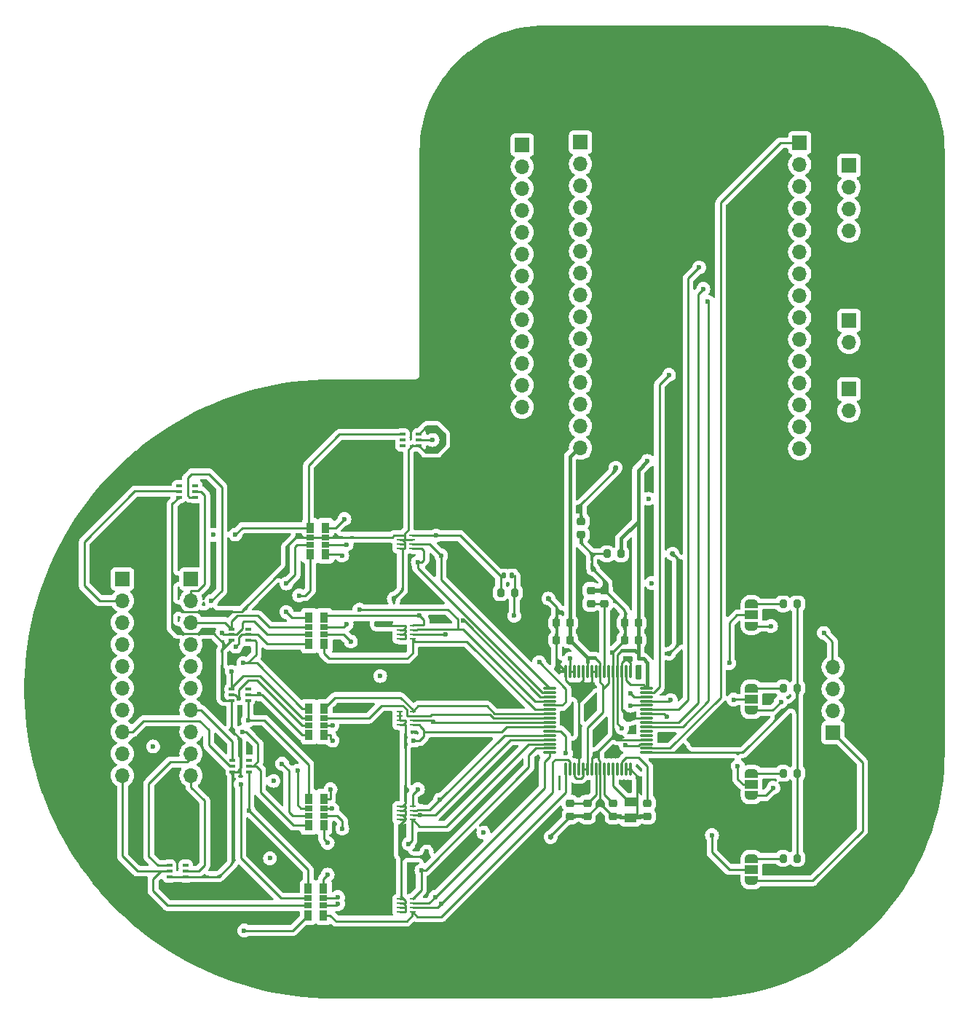
<source format=gbr>
%TF.GenerationSoftware,KiCad,Pcbnew,8.0.5*%
%TF.CreationDate,2025-02-18T14:06:23-08:00*%
%TF.ProjectId,eegw:ads1299,65656777-3a61-4647-9331-3239392e6b69,rev?*%
%TF.SameCoordinates,Original*%
%TF.FileFunction,Copper,L1,Top*%
%TF.FilePolarity,Positive*%
%FSLAX46Y46*%
G04 Gerber Fmt 4.6, Leading zero omitted, Abs format (unit mm)*
G04 Created by KiCad (PCBNEW 8.0.5) date 2025-02-18 14:06:23*
%MOMM*%
%LPD*%
G01*
G04 APERTURE LIST*
G04 Aperture macros list*
%AMRoundRect*
0 Rectangle with rounded corners*
0 $1 Rounding radius*
0 $2 $3 $4 $5 $6 $7 $8 $9 X,Y pos of 4 corners*
0 Add a 4 corners polygon primitive as box body*
4,1,4,$2,$3,$4,$5,$6,$7,$8,$9,$2,$3,0*
0 Add four circle primitives for the rounded corners*
1,1,$1+$1,$2,$3*
1,1,$1+$1,$4,$5*
1,1,$1+$1,$6,$7*
1,1,$1+$1,$8,$9*
0 Add four rect primitives between the rounded corners*
20,1,$1+$1,$2,$3,$4,$5,0*
20,1,$1+$1,$4,$5,$6,$7,0*
20,1,$1+$1,$6,$7,$8,$9,0*
20,1,$1+$1,$8,$9,$2,$3,0*%
%AMFreePoly0*
4,1,19,0.550000,-0.750000,0.000000,-0.750000,0.000000,-0.744911,-0.071157,-0.744911,-0.207708,-0.704816,-0.327430,-0.627875,-0.420627,-0.520320,-0.479746,-0.390866,-0.500000,-0.250000,-0.500000,0.250000,-0.479746,0.390866,-0.420627,0.520320,-0.327430,0.627875,-0.207708,0.704816,-0.071157,0.744911,0.000000,0.744911,0.000000,0.750000,0.550000,0.750000,0.550000,-0.750000,0.550000,-0.750000,
$1*%
%AMFreePoly1*
4,1,19,0.000000,0.744911,0.071157,0.744911,0.207708,0.704816,0.327430,0.627875,0.420627,0.520320,0.479746,0.390866,0.500000,0.250000,0.500000,-0.250000,0.479746,-0.390866,0.420627,-0.520320,0.327430,-0.627875,0.207708,-0.704816,0.071157,-0.744911,0.000000,-0.744911,0.000000,-0.750000,-0.550000,-0.750000,-0.550000,0.750000,0.000000,0.750000,0.000000,0.744911,0.000000,0.744911,
$1*%
G04 Aperture macros list end*
%TA.AperFunction,SMDPad,CuDef*%
%ADD10RoundRect,0.218750X0.256250X-0.218750X0.256250X0.218750X-0.256250X0.218750X-0.256250X-0.218750X0*%
%TD*%
%TA.AperFunction,SMDPad,CuDef*%
%ADD11R,1.480000X1.100000*%
%TD*%
%TA.AperFunction,SMDPad,CuDef*%
%ADD12RoundRect,0.140000X-0.140000X-0.170000X0.140000X-0.170000X0.140000X0.170000X-0.140000X0.170000X0*%
%TD*%
%TA.AperFunction,ComponentPad*%
%ADD13R,1.700000X1.700000*%
%TD*%
%TA.AperFunction,ComponentPad*%
%ADD14O,1.700000X1.700000*%
%TD*%
%TA.AperFunction,SMDPad,CuDef*%
%ADD15RoundRect,0.075000X-0.662500X-0.075000X0.662500X-0.075000X0.662500X0.075000X-0.662500X0.075000X0*%
%TD*%
%TA.AperFunction,SMDPad,CuDef*%
%ADD16RoundRect,0.075000X-0.075000X-0.662500X0.075000X-0.662500X0.075000X0.662500X-0.075000X0.662500X0*%
%TD*%
%TA.AperFunction,SMDPad,CuDef*%
%ADD17RoundRect,0.225000X0.225000X0.250000X-0.225000X0.250000X-0.225000X-0.250000X0.225000X-0.250000X0*%
%TD*%
%TA.AperFunction,SMDPad,CuDef*%
%ADD18R,0.965200X1.244600*%
%TD*%
%TA.AperFunction,SMDPad,CuDef*%
%ADD19R,0.965200X0.660400*%
%TD*%
%TA.AperFunction,SMDPad,CuDef*%
%ADD20RoundRect,0.200000X-0.200000X-0.275000X0.200000X-0.275000X0.200000X0.275000X-0.200000X0.275000X0*%
%TD*%
%TA.AperFunction,SMDPad,CuDef*%
%ADD21FreePoly0,90.000000*%
%TD*%
%TA.AperFunction,SMDPad,CuDef*%
%ADD22R,1.500000X1.000000*%
%TD*%
%TA.AperFunction,SMDPad,CuDef*%
%ADD23FreePoly1,90.000000*%
%TD*%
%TA.AperFunction,SMDPad,CuDef*%
%ADD24R,0.685800X0.152400*%
%TD*%
%TA.AperFunction,SMDPad,CuDef*%
%ADD25RoundRect,0.100000X0.225000X0.100000X-0.225000X0.100000X-0.225000X-0.100000X0.225000X-0.100000X0*%
%TD*%
%TA.AperFunction,SMDPad,CuDef*%
%ADD26RoundRect,0.100000X-0.225000X-0.100000X0.225000X-0.100000X0.225000X0.100000X-0.225000X0.100000X0*%
%TD*%
%TA.AperFunction,SMDPad,CuDef*%
%ADD27RoundRect,0.225000X0.250000X-0.225000X0.250000X0.225000X-0.250000X0.225000X-0.250000X-0.225000X0*%
%TD*%
%TA.AperFunction,SMDPad,CuDef*%
%ADD28RoundRect,0.225000X-0.250000X0.225000X-0.250000X-0.225000X0.250000X-0.225000X0.250000X0.225000X0*%
%TD*%
%TA.AperFunction,SMDPad,CuDef*%
%ADD29RoundRect,0.200000X0.200000X0.275000X-0.200000X0.275000X-0.200000X-0.275000X0.200000X-0.275000X0*%
%TD*%
%TA.AperFunction,ViaPad*%
%ADD30C,0.600000*%
%TD*%
%TA.AperFunction,Conductor*%
%ADD31C,0.254000*%
%TD*%
%TA.AperFunction,Conductor*%
%ADD32C,0.381000*%
%TD*%
G04 APERTURE END LIST*
D10*
%TO.P,FB1,1*%
%TO.N,GNDA*%
X149800000Y-104587500D03*
%TO.P,FB1,2*%
%TO.N,GND*%
X149800000Y-103012500D03*
%TD*%
D11*
%TO.P,C14,1*%
%TO.N,Net-(U6-VCAP1)*%
X155500000Y-135637000D03*
%TO.P,C14,2*%
%TO.N,GNDA*%
X155500000Y-137463000D03*
%TD*%
D12*
%TO.P,C4,1*%
%TO.N,BIAS_DRV*%
X140782500Y-109325000D03*
%TO.P,C4,2*%
%TO.N,Net-(U6-BIAS_IN)*%
X141742500Y-109325000D03*
%TD*%
D13*
%TO.P,J2,1,Pin_1*%
%TO.N,en*%
X142937500Y-59262500D03*
D14*
%TO.P,J2,2,Pin_2*%
%TO.N,vp*%
X142937500Y-61802500D03*
%TO.P,J2,3,Pin_3*%
%TO.N,vn*%
X142937500Y-64342500D03*
%TO.P,J2,4,Pin_4*%
%TO.N,io34*%
X142937500Y-66882500D03*
%TO.P,J2,5,Pin_5*%
%TO.N,io35*%
X142937500Y-69422500D03*
%TO.P,J2,6,Pin_6*%
%TO.N,io32*%
X142937500Y-71962500D03*
%TO.P,J2,7,Pin_7*%
%TO.N,io33*%
X142937500Y-74502500D03*
%TO.P,J2,8,Pin_8*%
%TO.N,io25*%
X142937500Y-77042500D03*
%TO.P,J2,9,Pin_9*%
%TO.N,io26*%
X142937500Y-79582500D03*
%TO.P,J2,10,Pin_10*%
%TO.N,io27*%
X142937500Y-82122500D03*
%TO.P,J2,11,Pin_11*%
%TO.N,io14*%
X142937500Y-84662500D03*
%TO.P,J2,12,Pin_12*%
%TO.N,io12*%
X142937500Y-87202500D03*
%TO.P,J2,13,Pin_13*%
%TO.N,io13*%
X142937500Y-89742500D03*
%TD*%
D15*
%TO.P,U6,1,IN8N*%
%TO.N,in8n*%
X146087500Y-122412500D03*
%TO.P,U6,2,IN8P*%
%TO.N,in8p*%
X146087500Y-122912500D03*
%TO.P,U6,3,IN7P*%
%TO.N,in7n*%
X146087500Y-123412500D03*
%TO.P,U6,4,IN7N*%
%TO.N,in7p*%
X146087500Y-123912500D03*
%TO.P,U6,5,IN6N*%
%TO.N,in6n*%
X146087500Y-124412500D03*
%TO.P,U6,6,IN6P*%
%TO.N,in6p*%
X146087500Y-124912500D03*
%TO.P,U6,7,IN5N*%
%TO.N,in5n*%
X146087500Y-125412500D03*
%TO.P,U6,8,IN5P*%
%TO.N,in5p*%
X146087500Y-125912500D03*
%TO.P,U6,9,IN4N*%
%TO.N,in4n*%
X146087500Y-126412500D03*
%TO.P,U6,10,IN4P*%
%TO.N,in4p*%
X146087500Y-126912500D03*
%TO.P,U6,11,IN3N*%
%TO.N,in3n*%
X146087500Y-127412500D03*
%TO.P,U6,12,IN3P*%
%TO.N,in3p*%
X146087500Y-127912500D03*
%TO.P,U6,13,IN2N*%
%TO.N,in2n*%
X146087500Y-128412500D03*
%TO.P,U6,14,IN2P*%
%TO.N,in2p*%
X146087500Y-128912500D03*
%TO.P,U6,15,IN1N*%
%TO.N,in1n*%
X146087500Y-129412500D03*
%TO.P,U6,16,IN1P*%
%TO.N,in1p*%
X146087500Y-129912500D03*
D16*
%TO.P,U6,17,SRB1*%
%TO.N,_SRB1*%
X148000000Y-131825000D03*
%TO.P,U6,18,SRB2*%
%TO.N,_SRB2*%
X148500000Y-131825000D03*
%TO.P,U6,19,AVDD*%
%TO.N,+5V*%
X149000000Y-131825000D03*
%TO.P,U6,20,AVSS*%
%TO.N,GNDA*%
X149500000Y-131825000D03*
%TO.P,U6,21,AVDD*%
%TO.N,+5V*%
X150000000Y-131825000D03*
%TO.P,U6,22,AVDD*%
X150500000Y-131825000D03*
%TO.P,U6,23,AVSS*%
%TO.N,GNDA*%
X151000000Y-131825000D03*
%TO.P,U6,24,VREFP*%
%TO.N,Net-(U6-VREFP)*%
X151500000Y-131825000D03*
%TO.P,U6,25,VREFN*%
%TO.N,GNDA*%
X152000000Y-131825000D03*
%TO.P,U6,26,VCAP4*%
%TO.N,Net-(U6-VCAP4)*%
X152500000Y-131825000D03*
%TO.P,U6,27,NC*%
%TO.N,unconnected-(U6-NC-Pad27)*%
X153000000Y-131825000D03*
%TO.P,U6,28,VCAP1*%
%TO.N,Net-(U6-VCAP1)*%
X153500000Y-131825000D03*
%TO.P,U6,29,NC*%
%TO.N,unconnected-(U6-NC-Pad29)*%
X154000000Y-131825000D03*
%TO.P,U6,30,VCAP2*%
%TO.N,Net-(U6-VCAP2)*%
X154500000Y-131825000D03*
%TO.P,U6,31,RESV1*%
%TO.N,GNDA*%
X155000000Y-131825000D03*
%TO.P,U6,32,AVSS*%
X155500000Y-131825000D03*
D15*
%TO.P,U6,33,DGND*%
%TO.N,GND*%
X157412500Y-129912500D03*
%TO.P,U6,34,DIN*%
%TO.N,MOSI*%
X157412500Y-129412500D03*
%TO.P,U6,35,~{PWDN}*%
%TO.N,+3V3*%
X157412500Y-128912500D03*
%TO.P,U6,36,~{RESET}*%
%TO.N,GNDA*%
X157412500Y-128412500D03*
%TO.P,U6,37,CLK*%
%TO.N,CLK*%
X157412500Y-127912500D03*
%TO.P,U6,38,START*%
%TO.N,unconnected-(U6-START-Pad38)*%
X157412500Y-127412500D03*
%TO.P,U6,39,~{CS}*%
%TO.N,CS*%
X157412500Y-126912500D03*
%TO.P,U6,40,SCLK*%
%TO.N,SCLK*%
X157412500Y-126412500D03*
%TO.P,U6,41,DAISY_IN*%
%TO.N,GND*%
X157412500Y-125912500D03*
%TO.P,U6,42,GPIO1*%
%TO.N,pin1*%
X157412500Y-125412500D03*
%TO.P,U6,43,DOUT*%
%TO.N,MISO*%
X157412500Y-124912500D03*
%TO.P,U6,44,GPIO2*%
%TO.N,pin2*%
X157412500Y-124412500D03*
%TO.P,U6,45,GPIO3*%
%TO.N,pin3*%
X157412500Y-123912500D03*
%TO.P,U6,46,GPIO4*%
%TO.N,pin4*%
X157412500Y-123412500D03*
%TO.P,U6,47,~{DRDY}*%
%TO.N,DRDY*%
X157412500Y-122912500D03*
%TO.P,U6,48,DVDD*%
%TO.N,+3V3*%
X157412500Y-122412500D03*
D16*
%TO.P,U6,49,DGND*%
%TO.N,GND*%
X155500000Y-120500000D03*
%TO.P,U6,50,DVDD*%
%TO.N,+3V3*%
X155000000Y-120500000D03*
%TO.P,U6,51,DGND*%
%TO.N,GND*%
X154500000Y-120500000D03*
%TO.P,U6,52,CLKSEL*%
%TO.N,+3V3*%
X154000000Y-120500000D03*
%TO.P,U6,53,AVSS1*%
%TO.N,GNDA*%
X153500000Y-120500000D03*
%TO.P,U6,54,AVDD1*%
%TO.N,+5V*%
X153000000Y-120500000D03*
%TO.P,U6,55,VCAP3*%
%TO.N,Net-(U6-VCAP3)*%
X152500000Y-120500000D03*
%TO.P,U6,56,AVDD*%
%TO.N,+5V*%
X152000000Y-120500000D03*
%TO.P,U6,57,AVSS*%
%TO.N,GNDA*%
X151500000Y-120500000D03*
%TO.P,U6,58,AVSS*%
X151000000Y-120500000D03*
%TO.P,U6,59,AVDD*%
%TO.N,+5V*%
X150500000Y-120500000D03*
%TO.P,U6,60,BIAS_REF*%
%TO.N,GNDA*%
X150000000Y-120500000D03*
%TO.P,U6,61,BIAS_INV*%
%TO.N,BIAS_INV*%
X149500000Y-120500000D03*
%TO.P,U6,62,BIAS_IN*%
%TO.N,Net-(U6-BIAS_IN)*%
X149000000Y-120500000D03*
%TO.P,U6,63,BIAS_OUT*%
X148500000Y-120500000D03*
%TO.P,U6,64,RESERVED*%
%TO.N,GNDA*%
X148000000Y-120500000D03*
%TD*%
D17*
%TO.P,C12,1*%
%TO.N,+3V3*%
X156412500Y-114825000D03*
%TO.P,C12,2*%
%TO.N,GNDA*%
X154862500Y-114825000D03*
%TD*%
D18*
%TO.P,R10,1*%
%TO.N,1n*%
X118048900Y-145733800D03*
D19*
%TO.P,R10,2*%
%TO.N,1p*%
X118048900Y-146855210D03*
%TO.P,R10,3*%
%TO.N,SRB2*%
X118048900Y-147684520D03*
D18*
%TO.P,R10,4*%
%TO.N,SRB1*%
X118048900Y-148807200D03*
%TO.P,R10,5*%
%TO.N,_SRB1*%
X119801500Y-148807200D03*
D19*
%TO.P,R10,6*%
%TO.N,_SRB2*%
X119801500Y-147685790D03*
%TO.P,R10,7*%
%TO.N,in1p*%
X119801500Y-146856480D03*
D18*
%TO.P,R10,8*%
%TO.N,in1n*%
X119801500Y-145733800D03*
%TD*%
%TO.P,R5,1*%
%TO.N,5n*%
X118134900Y-124794500D03*
D19*
%TO.P,R5,2*%
%TO.N,5p*%
X118134900Y-125915910D03*
%TO.P,R5,3*%
%TO.N,4n*%
X118134900Y-126745220D03*
D18*
%TO.P,R5,4*%
%TO.N,4p*%
X118134900Y-127867900D03*
%TO.P,R5,5*%
%TO.N,in4p*%
X119887500Y-127867900D03*
D19*
%TO.P,R5,6*%
%TO.N,in4n*%
X119887500Y-126746490D03*
%TO.P,R5,7*%
%TO.N,in5p*%
X119887500Y-125917180D03*
D18*
%TO.P,R5,8*%
%TO.N,in5n*%
X119887500Y-124794500D03*
%TD*%
D13*
%TO.P,J3,1,Pin_1*%
%TO.N,io22*%
X180937500Y-61662500D03*
D14*
%TO.P,J3,2,Pin_2*%
%TO.N,tx0*%
X180937500Y-64202500D03*
%TO.P,J3,3,Pin_3*%
%TO.N,rx0*%
X180937500Y-66742500D03*
%TO.P,J3,4,Pin_4*%
%TO.N,io21*%
X180937500Y-69282500D03*
%TD*%
D20*
%TO.P,R9,1*%
%TO.N,Net-(JP3-B)*%
X173262500Y-132312500D03*
%TO.P,R9,2*%
%TO.N,GND*%
X174912500Y-132312500D03*
%TD*%
D13*
%TO.P,J1,1,Pin_1*%
%TO.N,en*%
X149712000Y-58952500D03*
D14*
%TO.P,J1,2,Pin_2*%
%TO.N,vp*%
X149712000Y-61492500D03*
%TO.P,J1,3,Pin_3*%
%TO.N,vn*%
X149712000Y-64032500D03*
%TO.P,J1,4,Pin_4*%
%TO.N,io34*%
X149712000Y-66572500D03*
%TO.P,J1,5,Pin_5*%
%TO.N,io35*%
X149712000Y-69112500D03*
%TO.P,J1,6,Pin_6*%
%TO.N,io32*%
X149712000Y-71652500D03*
%TO.P,J1,7,Pin_7*%
%TO.N,io33*%
X149712000Y-74192500D03*
%TO.P,J1,8,Pin_8*%
%TO.N,io25*%
X149712000Y-76732500D03*
%TO.P,J1,9,Pin_9*%
%TO.N,io26*%
X149712000Y-79272500D03*
%TO.P,J1,10,Pin_10*%
%TO.N,io27*%
X149712000Y-81812500D03*
%TO.P,J1,11,Pin_11*%
%TO.N,io14*%
X149712000Y-84352500D03*
%TO.P,J1,12,Pin_12*%
%TO.N,io12*%
X149712000Y-86892500D03*
%TO.P,J1,13,Pin_13*%
%TO.N,io13*%
X149712000Y-89432500D03*
%TO.P,J1,14,Pin_14*%
%TO.N,GND*%
X149712000Y-91972500D03*
%TO.P,J1,15,Pin_15*%
%TO.N,+5V*%
X149712000Y-94512500D03*
%TD*%
D21*
%TO.P,JP1,1,A*%
%TO.N,gpio4ADS*%
X169587500Y-115212500D03*
D22*
%TO.P,JP1,2,C*%
%TO.N,pin4*%
X169587500Y-113912500D03*
D23*
%TO.P,JP1,3,B*%
%TO.N,Net-(JP1-B)*%
X169587500Y-112612500D03*
%TD*%
D21*
%TO.P,JP4,1,A*%
%TO.N,gpio1ADS*%
X169587500Y-144812500D03*
D22*
%TO.P,JP4,2,C*%
%TO.N,pin1*%
X169587500Y-143512500D03*
D23*
%TO.P,JP4,3,B*%
%TO.N,Net-(JP4-B)*%
X169587500Y-142212500D03*
%TD*%
D24*
%TO.P,C1,1*%
%TO.N,GNDA*%
X128664000Y-104662500D03*
%TO.P,C1,2*%
X128664000Y-105170500D03*
%TO.P,C1,3*%
X128664000Y-105678500D03*
%TO.P,C1,4*%
X128664000Y-106186500D03*
%TO.P,C1,5*%
%TO.N,in8p*%
X130137200Y-106186500D03*
%TO.P,C1,6*%
%TO.N,in8n*%
X130137200Y-105678500D03*
%TO.P,C1,7*%
%TO.N,GNDA*%
X130137200Y-105170500D03*
%TO.P,C1,8*%
%TO.N,BIAS_DRV*%
X130137200Y-104662500D03*
%TD*%
D20*
%TO.P,R2,1*%
%TO.N,BIAS_DRV*%
X140412500Y-111325000D03*
%TO.P,R2,2*%
%TO.N,Net-(U6-BIAS_IN)*%
X142062500Y-111325000D03*
%TD*%
D13*
%TO.P,J7,1,Pin_1*%
%TO.N,BIAS*%
X96437500Y-109712500D03*
D14*
%TO.P,J7,2,Pin_2*%
%TO.N,8n*%
X96437500Y-112252500D03*
%TO.P,J7,3,Pin_3*%
%TO.N,7n*%
X96437500Y-114792500D03*
%TO.P,J7,4,Pin_4*%
%TO.N,6n*%
X96437500Y-117332500D03*
%TO.P,J7,5,Pin_5*%
%TO.N,5n*%
X96437500Y-119872500D03*
%TO.P,J7,6,Pin_6*%
%TO.N,4n*%
X96437500Y-122412500D03*
%TO.P,J7,7,Pin_7*%
%TO.N,3n*%
X96437500Y-124952500D03*
%TO.P,J7,8,Pin_8*%
%TO.N,2n*%
X96437500Y-127492500D03*
%TO.P,J7,9,Pin_9*%
%TO.N,1n*%
X96437500Y-130032500D03*
%TO.P,J7,10,Pin_10*%
%TO.N,SRB2*%
X96437500Y-132572500D03*
%TD*%
D25*
%TO.P,U2,1,IO1*%
%TO.N,GNDA*%
X130912500Y-94212500D03*
%TO.P,U2,2,IO2*%
%TO.N,+5V*%
X130912500Y-93562500D03*
%TO.P,U2,3,GND*%
%TO.N,GNDA*%
X130912500Y-92912500D03*
%TO.P,U2,4,IO3*%
%TO.N,BIAS*%
X129012500Y-92912500D03*
%TO.P,U2,5,IO4*%
%TO.N,unconnected-(U2-IO4-Pad5)*%
X129012500Y-93562500D03*
%TO.P,U2,6,NC*%
%TO.N,unconnected-(U2-NC-Pad6)*%
X129012500Y-94212500D03*
%TD*%
D17*
%TO.P,C9,1*%
%TO.N,+5V*%
X148462500Y-114825000D03*
%TO.P,C9,2*%
%TO.N,GNDA*%
X146912500Y-114825000D03*
%TD*%
D21*
%TO.P,JP3,1,A*%
%TO.N,gpio2ADS*%
X169587500Y-134912500D03*
D22*
%TO.P,JP3,2,C*%
%TO.N,pin2*%
X169587500Y-133612500D03*
D23*
%TO.P,JP3,3,B*%
%TO.N,Net-(JP3-B)*%
X169587500Y-132312500D03*
%TD*%
D26*
%TO.P,U5,1,IO1*%
%TO.N,7p*%
X109136000Y-115532500D03*
%TO.P,U5,2,IO2*%
%TO.N,6n*%
X109136000Y-116182500D03*
%TO.P,U5,3,GND*%
%TO.N,GNDA*%
X109136000Y-116832500D03*
%TO.P,U5,4,IO3*%
%TO.N,5n*%
X111036000Y-116832500D03*
%TO.P,U5,5,IO4*%
%TO.N,6p*%
X111036000Y-116182500D03*
%TO.P,U5,6,NC*%
%TO.N,unconnected-(U5-NC-Pad6)*%
X111036000Y-115532500D03*
%TD*%
D24*
%TO.P,C7,1*%
%TO.N,GNDA*%
X128690800Y-125162500D03*
%TO.P,C7,2*%
X128690800Y-125670500D03*
%TO.P,C7,3*%
X128690800Y-126178500D03*
%TO.P,C7,4*%
X128690800Y-126686500D03*
%TO.P,C7,5*%
%TO.N,in4p*%
X130164000Y-126686500D03*
%TO.P,C7,6*%
%TO.N,in4n*%
X130164000Y-126178500D03*
%TO.P,C7,7*%
%TO.N,in5p*%
X130164000Y-125670500D03*
%TO.P,C7,8*%
%TO.N,in5n*%
X130164000Y-125162500D03*
%TD*%
D26*
%TO.P,U7,1,IO1*%
%TO.N,1p*%
X101887500Y-143032500D03*
%TO.P,U7,2,IO2*%
%TO.N,SRB2*%
X101887500Y-143682500D03*
%TO.P,U7,3,GND*%
%TO.N,GNDA*%
X101887500Y-144332500D03*
%TO.P,U7,4,IO3*%
X103787500Y-144332500D03*
%TO.P,U7,5,IO4*%
%TO.N,SRB1*%
X103787500Y-143682500D03*
%TO.P,U7,6,NC*%
%TO.N,unconnected-(U7-NC-Pad6)*%
X103787500Y-143032500D03*
%TD*%
D27*
%TO.P,C8,1*%
%TO.N,GNDA*%
X157500000Y-137325000D03*
%TO.P,C8,2*%
%TO.N,Net-(U6-VCAP2)*%
X157500000Y-135775000D03*
%TD*%
%TO.P,C16,1*%
%TO.N,GNDA*%
X150500000Y-137325000D03*
%TO.P,C16,2*%
%TO.N,Net-(U6-VREFP)*%
X150500000Y-135775000D03*
%TD*%
D26*
%TO.P,U1,1,IO1*%
%TO.N,unconnected-(U1-IO1-Pad1)*%
X103012500Y-98912500D03*
%TO.P,U1,2,IO2*%
%TO.N,8n*%
X103012500Y-99562500D03*
%TO.P,U1,3,GND*%
%TO.N,GNDA*%
X103012500Y-100212500D03*
%TO.P,U1,4,IO3*%
%TO.N,7n*%
X104912500Y-100212500D03*
%TO.P,U1,5,IO4*%
%TO.N,8p*%
X104912500Y-99562500D03*
%TO.P,U1,6,NC*%
%TO.N,unconnected-(U1-NC-Pad6)*%
X104912500Y-98912500D03*
%TD*%
D27*
%TO.P,C10,1*%
%TO.N,GNDA*%
X148500000Y-137325000D03*
%TO.P,C10,2*%
%TO.N,Net-(U6-VREFP)*%
X148500000Y-135775000D03*
%TD*%
D24*
%TO.P,C5,1*%
%TO.N,GNDA*%
X128690800Y-115162500D03*
%TO.P,C5,2*%
X128690800Y-115670500D03*
%TO.P,C5,3*%
X128690800Y-116178500D03*
%TO.P,C5,4*%
X128690800Y-116686500D03*
%TO.P,C5,5*%
%TO.N,in6p*%
X130164000Y-116686500D03*
%TO.P,C5,6*%
%TO.N,in6n*%
X130164000Y-116178500D03*
%TO.P,C5,7*%
%TO.N,in7p*%
X130164000Y-115670500D03*
%TO.P,C5,8*%
%TO.N,in7n*%
X130164000Y-115162500D03*
%TD*%
D18*
%TO.P,R6,1*%
%TO.N,3n*%
X118096900Y-135270500D03*
D19*
%TO.P,R6,2*%
%TO.N,3p*%
X118096900Y-136391910D03*
%TO.P,R6,3*%
%TO.N,2n*%
X118096900Y-137221220D03*
D18*
%TO.P,R6,4*%
%TO.N,2p*%
X118096900Y-138343900D03*
%TO.P,R6,5*%
%TO.N,in2p*%
X119849500Y-138343900D03*
D19*
%TO.P,R6,6*%
%TO.N,in2n*%
X119849500Y-137222490D03*
%TO.P,R6,7*%
%TO.N,in3p*%
X119849500Y-136393180D03*
D18*
%TO.P,R6,8*%
%TO.N,in3n*%
X119849500Y-135270500D03*
%TD*%
D17*
%TO.P,C13,1*%
%TO.N,+3V3*%
X156412500Y-116825000D03*
%TO.P,C13,2*%
%TO.N,GNDA*%
X154862500Y-116825000D03*
%TD*%
D18*
%TO.P,R1,1*%
%TO.N,BIAS*%
X118286500Y-103770500D03*
D19*
%TO.P,R1,2*%
%TO.N,GNDA*%
X118286500Y-104891910D03*
%TO.P,R1,3*%
%TO.N,8n*%
X118286500Y-105721220D03*
D18*
%TO.P,R1,4*%
%TO.N,8p*%
X118286500Y-106843900D03*
%TO.P,R1,5*%
%TO.N,in8p*%
X120039100Y-106843900D03*
D19*
%TO.P,R1,6*%
%TO.N,in8n*%
X120039100Y-105722490D03*
%TO.P,R1,7*%
%TO.N,GNDA*%
X120039100Y-104893180D03*
D18*
%TO.P,R1,8*%
%TO.N,BIAS_DRV*%
X120039100Y-103770500D03*
%TD*%
D13*
%TO.P,J4,1,Pin_1*%
%TO.N,MOSI*%
X175200000Y-59012500D03*
D14*
%TO.P,J4,2,Pin_2*%
%TO.N,io22*%
X175200000Y-61552500D03*
%TO.P,J4,3,Pin_3*%
%TO.N,tx0*%
X175200000Y-64092500D03*
%TO.P,J4,4,Pin_4*%
%TO.N,rx0*%
X175200000Y-66632500D03*
%TO.P,J4,5,Pin_5*%
%TO.N,io21*%
X175200000Y-69172500D03*
%TO.P,J4,6,Pin_6*%
%TO.N,MISO*%
X175200000Y-71712500D03*
%TO.P,J4,7,Pin_7*%
%TO.N,SCLK*%
X175200000Y-74252500D03*
%TO.P,J4,8,Pin_8*%
%TO.N,CS*%
X175200000Y-76792500D03*
%TO.P,J4,9,Pin_9*%
%TO.N,tx2*%
X175200000Y-79332500D03*
%TO.P,J4,10,Pin_10*%
%TO.N,rx2*%
X175200000Y-81872500D03*
%TO.P,J4,11,Pin_11*%
%TO.N,DRDY*%
X175200000Y-84412500D03*
%TO.P,J4,12,Pin_12*%
%TO.N,io2*%
X175200000Y-86952500D03*
%TO.P,J4,13,Pin_13*%
%TO.N,io15*%
X175200000Y-89492500D03*
%TO.P,J4,14,Pin_14*%
%TO.N,GND*%
X175200000Y-92032500D03*
%TO.P,J4,15,Pin_15*%
%TO.N,+3V3*%
X175200000Y-94572500D03*
%TD*%
D24*
%TO.P,C17,1*%
%TO.N,GNDA*%
X128690800Y-146900500D03*
%TO.P,C17,2*%
X128690800Y-147408500D03*
%TO.P,C17,3*%
X128690800Y-147916500D03*
%TO.P,C17,4*%
X128690800Y-148424500D03*
%TO.P,C17,5*%
%TO.N,_SRB1*%
X130164000Y-148424500D03*
%TO.P,C17,6*%
%TO.N,_SRB2*%
X130164000Y-147916500D03*
%TO.P,C17,7*%
%TO.N,in1p*%
X130164000Y-147408500D03*
%TO.P,C17,8*%
%TO.N,in1n*%
X130164000Y-146900500D03*
%TD*%
D20*
%TO.P,R11,1*%
%TO.N,Net-(JP4-B)*%
X173262500Y-142212500D03*
%TO.P,R11,2*%
%TO.N,GND*%
X174912500Y-142212500D03*
%TD*%
D17*
%TO.P,C11,1*%
%TO.N,+5V*%
X148462500Y-116825000D03*
%TO.P,C11,2*%
%TO.N,GNDA*%
X146912500Y-116825000D03*
%TD*%
D20*
%TO.P,R8,1*%
%TO.N,Net-(JP2-B)*%
X173262500Y-122412500D03*
%TO.P,R8,2*%
%TO.N,GND*%
X174912500Y-122412500D03*
%TD*%
D28*
%TO.P,C3,1*%
%TO.N,GNDA*%
X152500000Y-111050000D03*
%TO.P,C3,2*%
%TO.N,Net-(U6-VCAP3)*%
X152500000Y-112600000D03*
%TD*%
D13*
%TO.P,J9,1,Pin_1*%
%TO.N,gpio1ADS*%
X179087500Y-127612500D03*
D14*
%TO.P,J9,2,Pin_2*%
%TO.N,gpio2ADS*%
X179087500Y-125072500D03*
%TO.P,J9,3,Pin_3*%
%TO.N,gpio3ADS*%
X179087500Y-122532500D03*
%TO.P,J9,4,Pin_4*%
%TO.N,gpio4ADS*%
X179087500Y-119992500D03*
%TD*%
D13*
%TO.P,J5,1,Pin_1*%
%TO.N,io2*%
X180937500Y-87662500D03*
D14*
%TO.P,J5,2,Pin_2*%
%TO.N,io15*%
X180937500Y-90202500D03*
%TD*%
D28*
%TO.P,C2,1*%
%TO.N,GNDA*%
X150912500Y-111050000D03*
%TO.P,C2,2*%
%TO.N,Net-(U6-VCAP3)*%
X150912500Y-112600000D03*
%TD*%
D29*
%TO.P,R4,1*%
%TO.N,+3V3*%
X154425000Y-106800000D03*
%TO.P,R4,2*%
%TO.N,GNDA*%
X152775000Y-106800000D03*
%TD*%
D13*
%TO.P,J8,1,Pin_1*%
%TO.N,BIAS*%
X104412500Y-109712500D03*
D14*
%TO.P,J8,2,Pin_2*%
%TO.N,8p*%
X104412500Y-112252500D03*
%TO.P,J8,3,Pin_3*%
%TO.N,7p*%
X104412500Y-114792500D03*
%TO.P,J8,4,Pin_4*%
%TO.N,6p*%
X104412500Y-117332500D03*
%TO.P,J8,5,Pin_5*%
%TO.N,5p*%
X104412500Y-119872500D03*
%TO.P,J8,6,Pin_6*%
%TO.N,4p*%
X104412500Y-122412500D03*
%TO.P,J8,7,Pin_7*%
%TO.N,3p*%
X104412500Y-124952500D03*
%TO.P,J8,8,Pin_8*%
%TO.N,2p*%
X104412500Y-127492500D03*
%TO.P,J8,9,Pin_9*%
%TO.N,1p*%
X104412500Y-130032500D03*
%TO.P,J8,10,Pin_10*%
%TO.N,SRB1*%
X104412500Y-132572500D03*
%TD*%
D21*
%TO.P,JP2,1,A*%
%TO.N,gpio3ADS*%
X169587500Y-125012500D03*
D22*
%TO.P,JP2,2,C*%
%TO.N,pin3*%
X169587500Y-123712500D03*
D23*
%TO.P,JP2,3,B*%
%TO.N,Net-(JP2-B)*%
X169587500Y-122412500D03*
%TD*%
D13*
%TO.P,J6,1,Pin_1*%
%TO.N,tx2*%
X180937500Y-79662500D03*
D14*
%TO.P,J6,2,Pin_2*%
%TO.N,rx2*%
X180937500Y-82202500D03*
%TD*%
D24*
%TO.P,C6,1*%
%TO.N,GNDA*%
X128690800Y-136162500D03*
%TO.P,C6,2*%
X128690800Y-136670500D03*
%TO.P,C6,3*%
X128690800Y-137178500D03*
%TO.P,C6,4*%
X128690800Y-137686500D03*
%TO.P,C6,5*%
%TO.N,in2p*%
X130164000Y-137686500D03*
%TO.P,C6,6*%
%TO.N,in2n*%
X130164000Y-137178500D03*
%TO.P,C6,7*%
%TO.N,in3p*%
X130164000Y-136670500D03*
%TO.P,C6,8*%
%TO.N,in3n*%
X130164000Y-136162500D03*
%TD*%
D20*
%TO.P,R3,1*%
%TO.N,Net-(JP1-B)*%
X173262500Y-112612500D03*
%TO.P,R3,2*%
%TO.N,GND*%
X174912500Y-112612500D03*
%TD*%
D18*
%TO.P,R7,1*%
%TO.N,7n*%
X118134900Y-114209800D03*
D19*
%TO.P,R7,2*%
%TO.N,7p*%
X118134900Y-115331210D03*
%TO.P,R7,3*%
%TO.N,6n*%
X118134900Y-116160520D03*
D18*
%TO.P,R7,4*%
%TO.N,6p*%
X118134900Y-117283200D03*
%TO.P,R7,5*%
%TO.N,in6p*%
X119887500Y-117283200D03*
D19*
%TO.P,R7,6*%
%TO.N,in6n*%
X119887500Y-116161790D03*
%TO.P,R7,7*%
%TO.N,in7p*%
X119887500Y-115332480D03*
D18*
%TO.P,R7,8*%
%TO.N,in7n*%
X119887500Y-114209800D03*
%TD*%
D26*
%TO.P,U3,1,IO1*%
%TO.N,3p*%
X109236000Y-130832500D03*
%TO.P,U3,2,IO2*%
%TO.N,2n*%
X109236000Y-131482500D03*
%TO.P,U3,3,GND*%
%TO.N,GNDA*%
X109236000Y-132132500D03*
%TO.P,U3,4,IO3*%
%TO.N,1n*%
X111136000Y-132132500D03*
%TO.P,U3,5,IO4*%
%TO.N,2p*%
X111136000Y-131482500D03*
%TO.P,U3,6,NC*%
%TO.N,unconnected-(U3-NC-Pad6)*%
X111136000Y-130832500D03*
%TD*%
D27*
%TO.P,C15,1*%
%TO.N,GNDA*%
X153500000Y-137325000D03*
%TO.P,C15,2*%
%TO.N,Net-(U6-VCAP4)*%
X153500000Y-135775000D03*
%TD*%
D26*
%TO.P,U4,1,IO1*%
%TO.N,5p*%
X109136000Y-122532500D03*
%TO.P,U4,2,IO2*%
%TO.N,4n*%
X109136000Y-123182500D03*
%TO.P,U4,3,GND*%
%TO.N,GNDA*%
X109136000Y-123832500D03*
%TO.P,U4,4,IO3*%
%TO.N,3n*%
X111036000Y-123832500D03*
%TO.P,U4,5,IO4*%
%TO.N,4p*%
X111036000Y-123182500D03*
%TO.P,U4,6,NC*%
%TO.N,unconnected-(U4-NC-Pad6)*%
X111036000Y-122532500D03*
%TD*%
D30*
%TO.N,*%
X114000000Y-133200000D03*
X100000000Y-129200000D03*
X158000000Y-110200000D03*
X157600000Y-100400000D03*
X107000000Y-104600000D03*
X138400000Y-139200000D03*
X113600000Y-142200000D03*
X126400000Y-121000000D03*
%TO.N,GND*%
X153800000Y-96800000D03*
X155000000Y-119000000D03*
X160000000Y-118400000D03*
%TO.N,in1p*%
X121500000Y-146710100D03*
X132789900Y-146710100D03*
%TO.N,BIAS_DRV*%
X132906100Y-104662500D03*
X122248850Y-102748850D03*
%TO.N,in2p*%
X129700000Y-140521900D03*
X120300000Y-140400000D03*
%TO.N,in3p*%
X133369600Y-135369600D03*
X120839800Y-136437600D03*
%TO.N,_SRB2*%
X133486700Y-147513300D03*
X121500000Y-147513300D03*
%TO.N,8n*%
X115500000Y-110250000D03*
%TO.N,in4p*%
X120873400Y-128521900D03*
X130326900Y-128521900D03*
%TO.N,5n*%
X110500000Y-119500000D03*
%TO.N,3n*%
X111036000Y-126151800D03*
%TO.N,BIAS*%
X109562500Y-104562500D03*
%TO.N,6n*%
X108000000Y-116025000D03*
%TO.N,1n*%
X111136000Y-136636000D03*
%TO.N,in7p*%
X124000000Y-113282300D03*
X122500000Y-115000000D03*
%TO.N,4n*%
X109970600Y-123595900D03*
%TO.N,2n*%
X115000000Y-131200000D03*
%TO.N,in8p*%
X122000000Y-107000000D03*
X130781800Y-107791700D03*
%TO.N,MISO*%
X163500000Y-73500000D03*
%TO.N,DRDY*%
X160000000Y-86000000D03*
%TO.N,CS*%
X164500000Y-77500000D03*
%TO.N,7n*%
X115500000Y-113571400D03*
X106788200Y-112272300D03*
%TO.N,4p*%
X112371800Y-123139400D03*
%TO.N,8p*%
X116982700Y-111645300D03*
%TO.N,6p*%
X109600000Y-117600000D03*
%TO.N,5p*%
X109136000Y-120500000D03*
%TO.N,3p*%
X116800000Y-132000000D03*
%TO.N,1p*%
X110198400Y-133600000D03*
%TO.N,2p*%
X110358500Y-127492500D03*
%TO.N,SRB1*%
X110600000Y-150600000D03*
%TO.N,GND*%
X161700000Y-129200000D03*
X155500000Y-126000000D03*
X160400000Y-106800000D03*
%TO.N,+5V*%
X132500000Y-93562500D03*
%TO.N,Net-(U6-BIAS_IN)*%
X142000000Y-114000000D03*
X148500000Y-119000000D03*
%TO.N,+3V3*%
X157500000Y-96000000D03*
X154930250Y-129039500D03*
X154535350Y-127064650D03*
%TO.N,gpio2ADS*%
X172140000Y-134000000D03*
%TO.N,SCLK*%
X164000000Y-76000000D03*
%TO.N,gpio4ADS*%
X171862600Y-115212500D03*
X178000000Y-116000000D03*
%TO.N,gpio3ADS*%
X173000000Y-124000000D03*
%TO.N,pin4*%
X167000000Y-119500000D03*
X155500000Y-123000000D03*
%TO.N,pin3*%
X167500000Y-123765800D03*
X160200000Y-123800000D03*
%TO.N,pin2*%
X168000000Y-131457300D03*
X155500000Y-124464800D03*
%TO.N,pin1*%
X165000000Y-139500000D03*
X159750000Y-125750000D03*
%TO.N,in1n*%
X120300000Y-144100000D03*
X131200000Y-143600000D03*
%TO.N,in2n*%
X131014600Y-137178500D03*
X122000000Y-138735500D03*
%TO.N,in3n*%
X120633800Y-134178800D03*
X130808600Y-134178800D03*
X148000000Y-130000000D03*
%TO.N,in4n*%
X120872000Y-126746500D03*
X132529300Y-126291500D03*
%TO.N,in7n*%
X131000000Y-114000000D03*
X136038270Y-114595382D03*
%TO.N,in8n*%
X133500000Y-107000000D03*
X122500000Y-105722500D03*
%TO.N,in6n*%
X134000000Y-116180100D03*
X144900000Y-119400000D03*
X123000000Y-117000000D03*
%TO.N,GNDA*%
X131811700Y-141399400D03*
X126000000Y-115000000D03*
X128000000Y-112000000D03*
X151200000Y-108600000D03*
X145979800Y-112000000D03*
X146233100Y-139733100D03*
%TD*%
D31*
%TO.N,GND*%
X149800000Y-103012500D02*
X149800000Y-101000000D01*
X149800000Y-101000000D02*
X153800000Y-97000000D01*
X153800000Y-97000000D02*
X153800000Y-96800000D01*
D32*
%TO.N,+3V3*%
X156412500Y-114825000D02*
X156412500Y-103000000D01*
X154425000Y-104987500D02*
X156412500Y-103000000D01*
X156412500Y-103000000D02*
X156412500Y-97087500D01*
X154425000Y-106800000D02*
X154425000Y-104987500D01*
D31*
%TO.N,GNDA*%
X152775000Y-106800000D02*
X151000000Y-106800000D01*
X149800000Y-105600000D02*
X151000000Y-106800000D01*
X151000000Y-106800000D02*
X151000000Y-108400000D01*
X149800000Y-104587500D02*
X149800000Y-105600000D01*
X151000000Y-108400000D02*
X151200000Y-108600000D01*
X151200000Y-108600000D02*
X152814200Y-110214200D01*
X152814200Y-110214200D02*
X152814200Y-111364100D01*
%TO.N,GND*%
X160400000Y-106800000D02*
X161000000Y-107400000D01*
X161000000Y-107400000D02*
X161000000Y-117400000D01*
X161000000Y-117400000D02*
X160000000Y-118400000D01*
%TO.N,in1p*%
X132789900Y-146710100D02*
X145500000Y-134000000D01*
X145500000Y-131000000D02*
X146087500Y-130412500D01*
X145500000Y-134000000D02*
X145500000Y-131000000D01*
X132091500Y-147408500D02*
X130164000Y-147408500D01*
X146087500Y-130412500D02*
X146087500Y-129912500D01*
X121500000Y-146710100D02*
X121353600Y-146856500D01*
X121353600Y-146856500D02*
X119801500Y-146856500D01*
X132789900Y-146710100D02*
X132091500Y-147408500D01*
%TO.N,BIAS_DRV*%
X135675000Y-104662500D02*
X140412500Y-109400000D01*
X121227200Y-103770500D02*
X120039100Y-103770500D01*
X132906100Y-104662500D02*
X135675000Y-104662500D01*
X140487500Y-109325000D02*
X140412500Y-109400000D01*
X122248850Y-102748850D02*
X121227200Y-103770500D01*
X140412500Y-109400000D02*
X140412500Y-111325000D01*
X130137200Y-104662500D02*
X132906100Y-104662500D01*
%TO.N,in2p*%
X146087500Y-128912500D02*
X143687500Y-128912500D01*
X143687500Y-128912500D02*
X134100000Y-138500000D01*
X130100000Y-137750500D02*
X130164000Y-137686500D01*
X129700000Y-140521900D02*
X130100000Y-140121900D01*
X130100000Y-140121900D02*
X130100000Y-137750500D01*
X134100000Y-138500000D02*
X130977500Y-138500000D01*
X120300000Y-140400000D02*
X119849500Y-139949500D01*
X130977500Y-138500000D02*
X130164000Y-137686500D01*
X119849500Y-139949500D02*
X119849500Y-138343900D01*
%TO.N,_SRB1*%
X130739500Y-149000000D02*
X130164000Y-148424500D01*
X133500000Y-149000000D02*
X130739500Y-149000000D01*
X130120500Y-148468000D02*
X130164000Y-148424500D01*
X119801500Y-148807200D02*
X120585800Y-148807200D01*
X148000000Y-134500000D02*
X133500000Y-149000000D01*
X148000000Y-131825000D02*
X148000000Y-134500000D01*
X130120500Y-148879500D02*
X130120500Y-148468000D01*
X121278600Y-149500000D02*
X129500000Y-149500000D01*
X129500000Y-149500000D02*
X130120500Y-148879500D01*
X120585800Y-148807200D02*
X121278600Y-149500000D01*
%TO.N,in3p*%
X130635888Y-136670500D02*
X130754888Y-136551500D01*
X140826700Y-127912500D02*
X146087500Y-127912500D01*
X119849500Y-136393200D02*
X120795400Y-136393200D01*
X132139200Y-136600000D02*
X133369600Y-135369600D01*
X131274312Y-136551500D02*
X131322812Y-136600000D01*
X120795400Y-136393200D02*
X120839800Y-136437600D01*
X130754888Y-136551500D02*
X131274312Y-136551500D01*
X133369600Y-135369600D02*
X140826700Y-127912500D01*
X130164000Y-136670500D02*
X130635888Y-136670500D01*
X131322812Y-136600000D02*
X132139200Y-136600000D01*
%TO.N,_SRB2*%
X121500000Y-147513300D02*
X121327500Y-147685800D01*
X133083500Y-147916500D02*
X130164000Y-147916500D01*
X146489200Y-134510800D02*
X146489200Y-131010800D01*
X133486700Y-147513300D02*
X133083500Y-147916500D01*
X121327500Y-147685800D02*
X119801500Y-147685800D01*
X133486700Y-147513300D02*
X146489200Y-134510800D01*
X148500000Y-131006500D02*
X148500000Y-131825000D01*
X146785800Y-130714200D02*
X148207700Y-130714200D01*
X146489200Y-131010800D02*
X146785800Y-130714200D01*
X148207700Y-130714200D02*
X148500000Y-131006500D01*
%TO.N,SRB2*%
X98182500Y-143682500D02*
X101887500Y-143682500D01*
X96437500Y-141937500D02*
X98182500Y-143682500D01*
X101684500Y-147684500D02*
X118048900Y-147684500D01*
X101887500Y-143682500D02*
X100917500Y-143682500D01*
X100000000Y-144600000D02*
X100000000Y-146000000D01*
X96437500Y-132572500D02*
X96437500Y-141937500D01*
X100000000Y-146000000D02*
X101684500Y-147684500D01*
X100917500Y-143682500D02*
X100000000Y-144600000D01*
%TO.N,8n*%
X96437500Y-112252500D02*
X93752500Y-112252500D01*
X92000000Y-105400000D02*
X97900000Y-99500000D01*
X97900000Y-99500000D02*
X102950000Y-99500000D01*
X116500000Y-109250000D02*
X116500000Y-106000000D01*
X116778800Y-105721200D02*
X118286500Y-105721200D01*
X116500000Y-106000000D02*
X116778800Y-105721200D01*
X115500000Y-110250000D02*
X116500000Y-109250000D01*
X92000000Y-110500000D02*
X92000000Y-105400000D01*
X102950000Y-99500000D02*
X103012500Y-99562500D01*
X93752500Y-112252500D02*
X92000000Y-110500000D01*
%TO.N,in4p*%
X131166400Y-126912500D02*
X131500000Y-127246100D01*
X140500000Y-127500000D02*
X141087500Y-126912500D01*
X131500000Y-127246100D02*
X131500000Y-127500000D01*
X131500000Y-127500000D02*
X140500000Y-127500000D01*
X131500000Y-127500000D02*
X131500000Y-128000000D01*
X130940400Y-126686500D02*
X131166400Y-126912500D01*
X119887500Y-127867900D02*
X120671800Y-127867900D01*
X130164000Y-126686500D02*
X130940400Y-126686500D01*
X120671800Y-127867900D02*
X120671800Y-128320300D01*
X120671800Y-128320300D02*
X120873400Y-128521900D01*
X130978100Y-128521900D02*
X130326900Y-128521900D01*
X131500000Y-128000000D02*
X130978100Y-128521900D01*
X141087500Y-126912500D02*
X146087500Y-126912500D01*
%TO.N,5n*%
X112056100Y-119500000D02*
X117350600Y-124794500D01*
X111832500Y-116832500D02*
X112000000Y-117000000D01*
X111036000Y-116832500D02*
X111832500Y-116832500D01*
X117350600Y-124794500D02*
X118134900Y-124794500D01*
X112000000Y-117000000D02*
X112000000Y-118500000D01*
X112000000Y-118500000D02*
X111000000Y-119500000D01*
X110500000Y-119500000D02*
X112056100Y-119500000D01*
X111000000Y-119500000D02*
X110500000Y-119500000D01*
%TO.N,in5p*%
X139154200Y-125500000D02*
X139566700Y-125912500D01*
X119887500Y-125917200D02*
X125082800Y-125917200D01*
X132263588Y-125670500D02*
X132434088Y-125500000D01*
X129494100Y-125645200D02*
X129519400Y-125670500D01*
X126546000Y-124454000D02*
X129055400Y-124454000D01*
X139566700Y-125912500D02*
X146087500Y-125912500D01*
X129055400Y-124454000D02*
X129494100Y-124892700D01*
X129494100Y-124892700D02*
X129494100Y-125645200D01*
X125082800Y-125917200D02*
X126546000Y-124454000D01*
X129519400Y-125670500D02*
X130164000Y-125670500D01*
X132434088Y-125500000D02*
X139154200Y-125500000D01*
X130164000Y-125670500D02*
X132263588Y-125670500D01*
%TO.N,3n*%
X111036000Y-123832500D02*
X111036000Y-126151800D01*
X118096900Y-131296900D02*
X112951800Y-126151800D01*
X112951800Y-126151800D02*
X111036000Y-126151800D01*
X118096900Y-135270500D02*
X118096900Y-131296900D01*
%TO.N,BIAS*%
X110354500Y-103770500D02*
X118067900Y-103770500D01*
X118286500Y-103770500D02*
X118067900Y-103770500D01*
X109562500Y-104562500D02*
X110354500Y-103770500D01*
X118067900Y-96532100D02*
X121687500Y-92912500D01*
X118067900Y-103770500D02*
X118067900Y-96532100D01*
X121687500Y-92912500D02*
X129012500Y-92912500D01*
%TO.N,in6p*%
X144412500Y-124912500D02*
X146087500Y-124912500D01*
X120476600Y-118936300D02*
X129563700Y-118936300D01*
X130164000Y-118336000D02*
X130164000Y-116686500D01*
X119887500Y-118347200D02*
X120476600Y-118936300D01*
X130477500Y-117000000D02*
X136500000Y-117000000D01*
X136500000Y-117000000D02*
X144412500Y-124912500D01*
X129563700Y-118936300D02*
X130164000Y-118336000D01*
X119887500Y-117283200D02*
X119887500Y-118347200D01*
X130164000Y-116686500D02*
X130477500Y-117000000D01*
%TO.N,6n*%
X111738700Y-114600000D02*
X110600000Y-114600000D01*
X118134900Y-116160500D02*
X113299200Y-116160500D01*
X113299200Y-116160500D02*
X111738700Y-114600000D01*
X110384000Y-115473948D02*
X109675448Y-116182500D01*
X110600000Y-114600000D02*
X110384000Y-114816000D01*
X108157500Y-116182500D02*
X109136000Y-116182500D01*
X110384000Y-114816000D02*
X110384000Y-115473948D01*
X109675448Y-116182500D02*
X109136000Y-116182500D01*
X108000000Y-116025000D02*
X108157500Y-116182500D01*
%TO.N,1n*%
X118048900Y-143548900D02*
X118048900Y-145733800D01*
X111136000Y-132132500D02*
X111136000Y-136636000D01*
X111136000Y-136636000D02*
X118048900Y-143548900D01*
%TO.N,in7p*%
X135500000Y-115553100D02*
X136053100Y-115553100D01*
X130652288Y-115670500D02*
X130769688Y-115553100D01*
X124000000Y-113282300D02*
X134282300Y-113282300D01*
X144412500Y-123912500D02*
X146087500Y-123912500D01*
X119887500Y-115332480D02*
X122167520Y-115332480D01*
X136053100Y-115553100D02*
X144412500Y-123912500D01*
X130769688Y-115553100D02*
X135500000Y-115553100D01*
X135411270Y-114411270D02*
X135411270Y-115464370D01*
X122167520Y-115332480D02*
X122500000Y-115000000D01*
X135411270Y-115464370D02*
X135500000Y-115553100D01*
X134282300Y-113282300D02*
X135411270Y-114411270D01*
X130164000Y-115670500D02*
X130652288Y-115670500D01*
%TO.N,4n*%
X112105400Y-121500000D02*
X117350600Y-126745200D01*
X111077950Y-121500000D02*
X112105400Y-121500000D01*
X109970600Y-123595900D02*
X109970600Y-122607350D01*
X109557200Y-123182500D02*
X109136000Y-123182500D01*
X109970600Y-123595900D02*
X109557200Y-123182500D01*
X109970600Y-122607350D02*
X111077950Y-121500000D01*
X117350600Y-126745200D02*
X118134900Y-126745200D01*
%TO.N,2n*%
X106486000Y-127286000D02*
X105400000Y-126200000D01*
X116221200Y-137221200D02*
X118096900Y-137221200D01*
X108933500Y-131482500D02*
X106486000Y-129035000D01*
X115000000Y-131200000D02*
X115800000Y-132000000D01*
X98881700Y-126200000D02*
X97589200Y-127492500D01*
X115800000Y-132000000D02*
X115800000Y-136800000D01*
X97589200Y-127492500D02*
X96437500Y-127492500D01*
X105400000Y-126200000D02*
X98881700Y-126200000D01*
X109236000Y-131482500D02*
X108933500Y-131482500D01*
X106486000Y-129035000D02*
X106486000Y-127286000D01*
X115800000Y-136800000D02*
X116221200Y-137221200D01*
%TO.N,in8p*%
X130137200Y-106186500D02*
X131234150Y-106186500D01*
X130781800Y-108452200D02*
X130781800Y-107791700D01*
X131208300Y-107791700D02*
X130781800Y-107791700D01*
X122000000Y-107000000D02*
X121843900Y-106843900D01*
X146087500Y-122912500D02*
X145242100Y-122912500D01*
X131500000Y-107500000D02*
X131208300Y-107791700D01*
X145242100Y-122912500D02*
X130781800Y-108452200D01*
X131500000Y-106452350D02*
X131500000Y-107500000D01*
X131234150Y-106186500D02*
X131500000Y-106452350D01*
X121843900Y-106843900D02*
X120039100Y-106843900D01*
%TO.N,MISO*%
X162200000Y-123800000D02*
X161087500Y-124912500D01*
X161087500Y-124912500D02*
X157412500Y-124912500D01*
X162200000Y-74800000D02*
X162200000Y-123800000D01*
X163500000Y-73500000D02*
X162200000Y-74800000D01*
%TO.N,DRDY*%
X158224400Y-122912500D02*
X157412500Y-122912500D01*
X158884900Y-87115100D02*
X158884900Y-122252000D01*
X158884900Y-122252000D02*
X158224400Y-122912500D01*
X160000000Y-86000000D02*
X158884900Y-87115100D01*
%TO.N,MOSI*%
X157412500Y-129412500D02*
X160087500Y-129412500D01*
X172987500Y-59012500D02*
X174687000Y-59012500D01*
X166000000Y-123500000D02*
X166000000Y-66000000D01*
X166000000Y-66000000D02*
X172987500Y-59012500D01*
X160087500Y-129412500D02*
X166000000Y-123500000D01*
%TO.N,CS*%
X164600000Y-77600000D02*
X164600000Y-123900000D01*
X164500000Y-77500000D02*
X164600000Y-77600000D01*
X164600000Y-123900000D02*
X161587500Y-126912500D01*
X161587500Y-126912500D02*
X157412500Y-126912500D01*
%TO.N,7n*%
X115500000Y-113571400D02*
X116138400Y-114209800D01*
X116138400Y-114209800D02*
X118134900Y-114209800D01*
X106788200Y-112272300D02*
X108000000Y-111060500D01*
X108000000Y-111060500D02*
X108000000Y-99034180D01*
X104212500Y-100212500D02*
X104912500Y-100212500D01*
X104000000Y-98000000D02*
X104000000Y-100000000D01*
X104000000Y-100000000D02*
X104212500Y-100212500D01*
X108000000Y-99034180D02*
X106465820Y-97500000D01*
X104500000Y-97500000D02*
X104000000Y-98000000D01*
X106465820Y-97500000D02*
X104500000Y-97500000D01*
%TO.N,4p*%
X112665200Y-123182500D02*
X112371800Y-123182500D01*
X112371800Y-123139400D02*
X112371800Y-123182500D01*
X117350600Y-127867900D02*
X112665200Y-123182500D01*
X112371800Y-123182500D02*
X111036000Y-123182500D01*
X118134900Y-127867900D02*
X117350600Y-127867900D01*
%TO.N,8p*%
X118286500Y-111069000D02*
X117710200Y-111645300D01*
X118286500Y-106843900D02*
X118286500Y-111069000D01*
X106000000Y-110305100D02*
X106000000Y-99995500D01*
X105204300Y-111100800D02*
X106000000Y-110305100D01*
X105567000Y-99562500D02*
X104912500Y-99562500D01*
X104412500Y-111100800D02*
X105204300Y-111100800D01*
X117710200Y-111645300D02*
X116982700Y-111645300D01*
X106000000Y-99995500D02*
X105567000Y-99562500D01*
X104412500Y-112252500D02*
X104412500Y-111100800D01*
%TO.N,6p*%
X112182500Y-116182500D02*
X113283200Y-117283200D01*
X110317500Y-116182500D02*
X111036000Y-116182500D01*
X113283200Y-117283200D02*
X118134900Y-117283200D01*
X110000000Y-116500000D02*
X110317500Y-116182500D01*
X111036000Y-116182500D02*
X112182500Y-116182500D01*
X110000000Y-117200000D02*
X110000000Y-116500000D01*
X109600000Y-117600000D02*
X110000000Y-117200000D01*
%TO.N,7p*%
X109136000Y-114664000D02*
X109136000Y-115532500D01*
X113512750Y-115331200D02*
X112181550Y-114000000D01*
X118134900Y-115331200D02*
X113512750Y-115331200D01*
X109800000Y-114000000D02*
X109136000Y-114664000D01*
X104412500Y-114792500D02*
X108396000Y-114792500D01*
X108396000Y-114792500D02*
X109136000Y-115532500D01*
X112181550Y-114000000D02*
X109800000Y-114000000D01*
%TO.N,5p*%
X110500000Y-121000000D02*
X109136000Y-122364000D01*
X117350600Y-125915900D02*
X112434700Y-121000000D01*
X109136000Y-122364000D02*
X109136000Y-122532500D01*
X118134900Y-125915900D02*
X117350600Y-125915900D01*
X112434700Y-121000000D02*
X110500000Y-121000000D01*
X109136000Y-122532500D02*
X109136000Y-120500000D01*
%TO.N,3p*%
X105552500Y-124952500D02*
X109236000Y-128636000D01*
X109236000Y-128636000D02*
X109236000Y-130832500D01*
X116800000Y-132000000D02*
X116800000Y-136000000D01*
X104412500Y-124952500D02*
X105552500Y-124952500D01*
X116800000Y-136000000D02*
X117191900Y-136391900D01*
X117191900Y-136391900D02*
X118096900Y-136391900D01*
%TO.N,1p*%
X102000000Y-131000000D02*
X103985200Y-131000000D01*
X101887500Y-143032500D02*
X100532500Y-143032500D01*
X103985200Y-131000000D02*
X104412500Y-130572700D01*
X104412500Y-130572700D02*
X104412500Y-130032500D01*
X100532500Y-143032500D02*
X99500000Y-142000000D01*
X114855200Y-146855200D02*
X118048900Y-146855200D01*
X99500000Y-142000000D02*
X99500000Y-133500000D01*
X110198400Y-133600000D02*
X110198400Y-142198400D01*
X99500000Y-133500000D02*
X102000000Y-131000000D01*
X110198400Y-142198400D02*
X114855200Y-146855200D01*
%TO.N,2p*%
X116343900Y-138343900D02*
X118096900Y-138343900D01*
X112200000Y-130900000D02*
X112200000Y-128900000D01*
X112500000Y-132000000D02*
X112500000Y-134500000D01*
X111617500Y-131482500D02*
X112200000Y-130900000D01*
X112500000Y-134500000D02*
X116343900Y-138343900D01*
X112200000Y-128900000D02*
X110792500Y-127492500D01*
X110792500Y-127492500D02*
X110358500Y-127492500D01*
X111136000Y-131482500D02*
X111982500Y-131482500D01*
X111136000Y-131482500D02*
X111617500Y-131482500D01*
X111982500Y-131482500D02*
X112500000Y-132000000D01*
%TO.N,SRB1*%
X106000000Y-143000000D02*
X106000000Y-135500000D01*
X103787500Y-143682500D02*
X105317500Y-143682500D01*
X110600000Y-150600000D02*
X116256100Y-150600000D01*
X116256100Y-150600000D02*
X118048900Y-148807200D01*
X104412500Y-133912500D02*
X104412500Y-132572500D01*
X106000000Y-135500000D02*
X104412500Y-133912500D01*
X105317500Y-143682500D02*
X106000000Y-143000000D01*
%TO.N,GND*%
X155000000Y-119000000D02*
X155500000Y-119500000D01*
X155500000Y-126000000D02*
X154500000Y-125000000D01*
X174912500Y-122412500D02*
X174912500Y-123587500D01*
X155500000Y-126000000D02*
X155587500Y-125912500D01*
X162412500Y-129912500D02*
X157412500Y-129912500D01*
X174912500Y-132312500D02*
X174912500Y-142212500D01*
X155587500Y-125912500D02*
X157412500Y-125912500D01*
X154500000Y-125000000D02*
X154500000Y-120500000D01*
X174912500Y-112612500D02*
X174912500Y-122412500D01*
X154500000Y-119500000D02*
X155000000Y-119000000D01*
X168587500Y-129912500D02*
X162412500Y-129912500D01*
X155500000Y-119500000D02*
X155500000Y-120500000D01*
X174912500Y-122412500D02*
X174912500Y-132312500D01*
X154500000Y-120500000D02*
X154500000Y-119500000D01*
X161700000Y-129200000D02*
X162412500Y-129912500D01*
X174912500Y-123587500D02*
X168587500Y-129912500D01*
%TO.N,+5V*%
X153000000Y-121796050D02*
X153000000Y-120500000D01*
D32*
X149487500Y-94512500D02*
X148462500Y-95537500D01*
D31*
X150500000Y-119424100D02*
X150500000Y-120500000D01*
X149241900Y-132920300D02*
X149000000Y-132678400D01*
X151362500Y-118862500D02*
X152000000Y-119500000D01*
X153000000Y-121796050D02*
X152977250Y-121796050D01*
X152273300Y-122000000D02*
X152273300Y-122500000D01*
X152000000Y-119500000D02*
X152000000Y-121726700D01*
X130912500Y-93562500D02*
X132500000Y-93562500D01*
X149723000Y-132920300D02*
X149241900Y-132920300D01*
D32*
X150500000Y-118862500D02*
X150500000Y-119424100D01*
D31*
X152273300Y-122500000D02*
X152273300Y-125226700D01*
X152977250Y-121796050D02*
X152273300Y-122500000D01*
X152273300Y-125226700D02*
X150500000Y-127000000D01*
D32*
X148462500Y-116825000D02*
X150500000Y-118862500D01*
X149712000Y-94512500D02*
X149487500Y-94512500D01*
D31*
X150000000Y-131825000D02*
X150000000Y-132643300D01*
X152000000Y-121726700D02*
X152273300Y-122000000D01*
X149000000Y-132678400D02*
X149000000Y-131825000D01*
X150500000Y-127000000D02*
X150500000Y-131825000D01*
X150000000Y-132643300D02*
X149723000Y-132920300D01*
D32*
X148462500Y-116825000D02*
X148462500Y-114825000D01*
D31*
X150500000Y-131825000D02*
X150000000Y-131825000D01*
D32*
X148462500Y-95537500D02*
X148462500Y-114825000D01*
X150500000Y-118862500D02*
X151362500Y-118862500D01*
D31*
%TO.N,Net-(U6-VCAP3)*%
X152500000Y-112600000D02*
X152500000Y-120500000D01*
X152500000Y-112600000D02*
X150912500Y-112600000D01*
%TO.N,Net-(U6-BIAS_IN)*%
X142062500Y-109350000D02*
X142062500Y-111325000D01*
X142037500Y-109325000D02*
X142062500Y-109350000D01*
X148500000Y-120500000D02*
X149000000Y-120500000D01*
X148500000Y-120500000D02*
X148500000Y-119000000D01*
X142000000Y-114000000D02*
X142000000Y-111387500D01*
X142000000Y-111387500D02*
X142062500Y-111325000D01*
%TO.N,Net-(U6-VCAP2)*%
X154500000Y-131825000D02*
X154500000Y-130995800D01*
X155000000Y-130500000D02*
X156472950Y-130500000D01*
X154741500Y-130758500D02*
X155000000Y-130500000D01*
X154737300Y-130758500D02*
X154741500Y-130758500D01*
X154500000Y-130995800D02*
X154737300Y-130758500D01*
X157500000Y-131527050D02*
X157500000Y-135775000D01*
X156472950Y-130500000D02*
X157500000Y-131527050D01*
%TO.N,Net-(U6-VREFP)*%
X150500000Y-135775000D02*
X151500000Y-134775000D01*
X151500000Y-134775000D02*
X151500000Y-131825000D01*
X148500000Y-135775000D02*
X150500000Y-135775000D01*
%TO.N,Net-(U6-VCAP1)*%
X153500000Y-131825000D02*
X153500000Y-133775000D01*
X153500000Y-133775000D02*
X155500000Y-135775000D01*
%TO.N,Net-(U6-VCAP4)*%
X153500000Y-135775000D02*
X152500000Y-134775000D01*
X152500000Y-134775000D02*
X152500000Y-131825000D01*
D32*
%TO.N,+3V3*%
X156412500Y-114825000D02*
X156412500Y-116825000D01*
D31*
X157412500Y-122412500D02*
X157500000Y-122325000D01*
X155000000Y-121500000D02*
X155500000Y-122000000D01*
D32*
X157500000Y-122325000D02*
X157500000Y-119500000D01*
X156412500Y-118387850D02*
X156024650Y-118000000D01*
D31*
X154000000Y-118500000D02*
X154000000Y-120500000D01*
D32*
X157000000Y-119000000D02*
X156461800Y-119000000D01*
D31*
X156604408Y-128912500D02*
X157412500Y-128912500D01*
X154500000Y-118000000D02*
X154000000Y-118500000D01*
X154930250Y-129039500D02*
X154990750Y-129100000D01*
D32*
X156461800Y-116874300D02*
X156412500Y-116825000D01*
X156412500Y-97087500D02*
X157500000Y-96000000D01*
D31*
X154535350Y-127064650D02*
X154000000Y-126529300D01*
D32*
X157500000Y-119500000D02*
X157000000Y-119000000D01*
X156461800Y-119000000D02*
X156461800Y-116874300D01*
D31*
X155500000Y-122000000D02*
X157000000Y-122000000D01*
X156416908Y-129100000D02*
X156604408Y-128912500D01*
D32*
X156024650Y-118000000D02*
X154500000Y-118000000D01*
X174687000Y-94572500D02*
X175200000Y-94572500D01*
D31*
X154990750Y-129100000D02*
X156416908Y-129100000D01*
X154000000Y-126529300D02*
X154000000Y-120500000D01*
X155000000Y-120500000D02*
X155000000Y-121500000D01*
X157000000Y-122000000D02*
X157412500Y-122412500D01*
%TO.N,gpio2ADS*%
X172140000Y-134000000D02*
X171227500Y-134912500D01*
X171227500Y-134912500D02*
X169587500Y-134912500D01*
%TO.N,SCLK*%
X164000000Y-76000000D02*
X163400000Y-76600000D01*
X161087500Y-126412500D02*
X157412500Y-126412500D01*
X163400000Y-124100000D02*
X161087500Y-126412500D01*
X163400000Y-76600000D02*
X163400000Y-124100000D01*
%TO.N,gpio4ADS*%
X169587500Y-115212500D02*
X171862600Y-115212500D01*
X179000000Y-117000000D02*
X179000000Y-119905000D01*
X179000000Y-119905000D02*
X179087500Y-119992500D01*
X178000000Y-116000000D02*
X179000000Y-117000000D01*
%TO.N,gpio3ADS*%
X173000000Y-124000000D02*
X171987500Y-125012500D01*
X171987500Y-125012500D02*
X169587500Y-125012500D01*
%TO.N,gpio1ADS*%
X182500000Y-139000000D02*
X182500000Y-131025000D01*
X169587500Y-144812500D02*
X176687500Y-144812500D01*
X182500000Y-131025000D02*
X179087500Y-127612500D01*
X176687500Y-144812500D02*
X182500000Y-139000000D01*
%TO.N,Net-(JP1-B)*%
X173262500Y-112612500D02*
X169587500Y-112612500D01*
%TO.N,Net-(JP2-B)*%
X173262500Y-122412500D02*
X169587500Y-122412500D01*
%TO.N,Net-(JP3-B)*%
X173262500Y-132312500D02*
X169587500Y-132312500D01*
%TO.N,Net-(JP4-B)*%
X173262500Y-142212500D02*
X169587500Y-142212500D01*
%TO.N,pin4*%
X155912500Y-123412500D02*
X157412500Y-123412500D01*
X167000000Y-114825000D02*
X167912500Y-113912500D01*
X167000000Y-119500000D02*
X167000000Y-114825000D01*
X167912500Y-113912500D02*
X169587500Y-113912500D01*
X155500000Y-123000000D02*
X155912500Y-123412500D01*
%TO.N,pin3*%
X160200000Y-123800000D02*
X160087500Y-123912500D01*
X167553300Y-123712500D02*
X169587500Y-123712500D01*
X167500000Y-123765800D02*
X167553300Y-123712500D01*
X160087500Y-123912500D02*
X157412500Y-123912500D01*
%TO.N,pin2*%
X155552300Y-124412500D02*
X157412500Y-124412500D01*
X168000000Y-131457300D02*
X168000000Y-133000000D01*
X155500000Y-124464800D02*
X155552300Y-124412500D01*
X168612500Y-133612500D02*
X169587500Y-133612500D01*
X168000000Y-133000000D02*
X168612500Y-133612500D01*
%TO.N,pin1*%
X169575000Y-143500000D02*
X169587500Y-143512500D01*
X165000000Y-139500000D02*
X165000000Y-141500000D01*
X159412500Y-125412500D02*
X157412500Y-125412500D01*
X165000000Y-141500000D02*
X167000000Y-143500000D01*
X167000000Y-143500000D02*
X169575000Y-143500000D01*
X159750000Y-125750000D02*
X159412500Y-125412500D01*
%TO.N,in1n*%
X119801500Y-145733800D02*
X119801500Y-144598500D01*
X131700000Y-143600000D02*
X143700000Y-131600000D01*
X143700000Y-130200000D02*
X144487500Y-129412500D01*
X144487500Y-129412500D02*
X146087500Y-129412500D01*
X143700000Y-131600000D02*
X143700000Y-130200000D01*
X131200000Y-145864500D02*
X130164000Y-146900500D01*
X131200000Y-143600000D02*
X131700000Y-143600000D01*
X119801500Y-144598500D02*
X120300000Y-144100000D01*
X131200000Y-143600000D02*
X131200000Y-145864500D01*
%TO.N,in2n*%
X122000000Y-138735500D02*
X122000000Y-137800000D01*
X141587500Y-128412500D02*
X132821500Y-137178500D01*
X132821500Y-137178500D02*
X131014600Y-137178500D01*
X146087500Y-128412500D02*
X141587500Y-128412500D01*
X121422500Y-137222500D02*
X119849500Y-137222500D01*
X131014600Y-137178500D02*
X130164000Y-137178500D01*
X122000000Y-137800000D02*
X121422500Y-137222500D01*
%TO.N,in3n*%
X130164000Y-136162500D02*
X130164000Y-134823400D01*
X119849500Y-135270500D02*
X120633800Y-135270500D01*
X148000000Y-130000000D02*
X148000000Y-127989050D01*
X120633800Y-135270500D02*
X120633800Y-134178800D01*
X130164000Y-134823400D02*
X130808600Y-134178800D01*
X148000000Y-127989050D02*
X147423450Y-127412500D01*
X147423450Y-127412500D02*
X146087500Y-127412500D01*
%TO.N,in4n*%
X119887500Y-126746500D02*
X120872000Y-126746500D01*
X132650300Y-126412500D02*
X146087500Y-126412500D01*
X132416300Y-126178500D02*
X132529300Y-126291500D01*
X130164000Y-126178500D02*
X132416300Y-126178500D01*
X132529300Y-126291500D02*
X132650300Y-126412500D01*
%TO.N,in5n*%
X128743452Y-123500000D02*
X121182000Y-123500000D01*
X121182000Y-123500000D02*
X119887500Y-124794500D01*
X146087500Y-125412500D02*
X139708753Y-125412500D01*
X130164000Y-124920548D02*
X128743452Y-123500000D01*
X138796253Y-124500000D02*
X130826500Y-124500000D01*
X139708753Y-125412500D02*
X138796253Y-124500000D01*
X130164000Y-125162500D02*
X130164000Y-124920548D01*
X130826500Y-124500000D02*
X130164000Y-125162500D01*
%TO.N,in7n*%
X131500000Y-115099100D02*
X131500000Y-114500000D01*
X145046152Y-123412500D02*
X146087500Y-123412500D01*
X130227400Y-115099100D02*
X131500000Y-115099100D01*
X136038270Y-114595382D02*
X136229034Y-114595382D01*
X136229034Y-114595382D02*
X145046152Y-123412500D01*
X131000000Y-114000000D02*
X120097300Y-114000000D01*
X120097300Y-114000000D02*
X119887500Y-114209800D01*
X130164000Y-115162500D02*
X130227400Y-115099100D01*
X131500000Y-114500000D02*
X131000000Y-114000000D01*
%TO.N,in8n*%
X133500000Y-109825000D02*
X146087500Y-122412500D01*
X133500000Y-107000000D02*
X133500000Y-109825000D01*
X120039100Y-105722500D02*
X122500000Y-105722500D01*
X133500000Y-107000000D02*
X132178500Y-105678500D01*
X132178500Y-105678500D02*
X130137200Y-105678500D01*
%TO.N,in6n*%
X147587500Y-124412500D02*
X146087500Y-124412500D01*
X148000000Y-124000000D02*
X147587500Y-124412500D01*
X123000000Y-117000000D02*
X122161800Y-116161800D01*
X122161800Y-116161800D02*
X119887500Y-116161800D01*
X133998400Y-116178500D02*
X130164000Y-116178500D01*
X144900000Y-119400000D02*
X148000000Y-122500000D01*
X134000000Y-116180100D02*
X133998400Y-116178500D01*
X148000000Y-122500000D02*
X148000000Y-124000000D01*
%TO.N,GNDA*%
X116608090Y-104891910D02*
X118286500Y-104891910D01*
X156312500Y-137325000D02*
X155500000Y-137325000D01*
X148000000Y-121500000D02*
X148500000Y-122000000D01*
X109767500Y-132132500D02*
X109236000Y-132132500D01*
X129335400Y-126178500D02*
X129335400Y-126432600D01*
X129081500Y-147408500D02*
X129335400Y-147408500D01*
X103787500Y-144332500D02*
X107667500Y-144332500D01*
X152500000Y-111050000D02*
X152814200Y-111364100D01*
X129335400Y-135840200D02*
X129335400Y-126686500D01*
X146912500Y-116825000D02*
X146912500Y-119412500D01*
X129054700Y-105170500D02*
X128664000Y-105170500D01*
X108167500Y-123832500D02*
X109136000Y-123832500D01*
X128690800Y-126178500D02*
X129335400Y-126178500D01*
X128690800Y-116686500D02*
X129335400Y-116686500D01*
X128690800Y-126178500D02*
X128690800Y-125670500D01*
X153500000Y-128000000D02*
X153912500Y-128412500D01*
X153500000Y-118187500D02*
X153500000Y-120500000D01*
X150000000Y-121500000D02*
X150000000Y-120500000D01*
X117743700Y-104891900D02*
X119253500Y-104891900D01*
X129081500Y-126686500D02*
X129335400Y-126686500D01*
X154862500Y-116825000D02*
X153500000Y-118187500D01*
X128865200Y-146684200D02*
X128990500Y-146809500D01*
X131825000Y-92000000D02*
X133000000Y-92000000D01*
X151000000Y-131825000D02*
X151000000Y-130500000D01*
X129005100Y-137178500D02*
X129040200Y-137178500D01*
X128690800Y-148424500D02*
X129335400Y-148424500D01*
X128865200Y-142000000D02*
X131211100Y-142000000D01*
X129335400Y-136670500D02*
X129335400Y-137178500D01*
X128690800Y-147916500D02*
X129335400Y-147916500D01*
X154862500Y-114825000D02*
X154862500Y-116825000D01*
X153500000Y-137325000D02*
X155500000Y-137325000D01*
X153500000Y-120500000D02*
X153500000Y-128000000D01*
X153500000Y-128000000D02*
X151824200Y-129675800D01*
X146912500Y-114825000D02*
X146912500Y-116825000D01*
X115500000Y-106000000D02*
X116608090Y-104891910D01*
X108480900Y-117487600D02*
X108000000Y-117968500D01*
X129081500Y-146900500D02*
X128690800Y-146900500D01*
X128986300Y-111013700D02*
X128000000Y-112000000D01*
X133900000Y-92900000D02*
X133900000Y-94100000D01*
X129040200Y-116178500D02*
X129335400Y-116178500D01*
X126000000Y-115000000D02*
X126162500Y-115162500D01*
X129040200Y-116178500D02*
X129335400Y-115883300D01*
X129040200Y-115670500D02*
X129335400Y-115375300D01*
X129335400Y-115375300D02*
X129335400Y-115162500D01*
X129040200Y-115670500D02*
X129335400Y-115670500D01*
X129335400Y-126432600D02*
X129081500Y-126686500D01*
X128600000Y-141734800D02*
X128865200Y-142000000D01*
X129005100Y-115670500D02*
X129040200Y-115670500D01*
X133900000Y-94100000D02*
X133000000Y-95000000D01*
X101887500Y-144332500D02*
X103787500Y-144332500D01*
X103012500Y-100212500D02*
X102200000Y-101025000D01*
X129335400Y-147916500D02*
X129335400Y-148424500D01*
X109136000Y-127324900D02*
X110200000Y-128388900D01*
X152000000Y-135825000D02*
X152000000Y-131825000D01*
X151000000Y-122500000D02*
X149500000Y-124000000D01*
X131211100Y-142000000D02*
X131811700Y-141399400D01*
X109136000Y-123832500D02*
X109136000Y-127324900D01*
X128865200Y-142000000D02*
X128865200Y-146684200D01*
X152000000Y-130926500D02*
X152000000Y-131825000D01*
X108480900Y-117487600D02*
X107055800Y-116062500D01*
X149500000Y-123000000D02*
X149500000Y-124000000D01*
X146233100Y-139591900D02*
X148500000Y-137325000D01*
X130912500Y-92912500D02*
X131825000Y-92000000D01*
X110200000Y-128388900D02*
X110200000Y-131700000D01*
X127788700Y-104893200D02*
X128019400Y-104662500D01*
X152500000Y-111050000D02*
X150912500Y-111050000D01*
X102200000Y-115400000D02*
X102200000Y-112357500D01*
X151824200Y-130750700D02*
X152000000Y-130926500D01*
X129308600Y-105170500D02*
X129308600Y-104662500D01*
X129054700Y-105170500D02*
X129308600Y-105170500D01*
X152814200Y-111364100D02*
X154862500Y-113412500D01*
X129700000Y-94700000D02*
X129700000Y-104026600D01*
X129081500Y-136670500D02*
X129335400Y-136670500D01*
X129040200Y-137178500D02*
X129335400Y-137473700D01*
X129335400Y-115883300D02*
X129335400Y-115670500D01*
X110266900Y-113500000D02*
X115500000Y-108266900D01*
X129081500Y-126686500D02*
X128690800Y-126686500D01*
X133000000Y-92000000D02*
X133900000Y-92900000D01*
X153912500Y-128412500D02*
X157412500Y-128412500D01*
X146233100Y-139733100D02*
X146233100Y-139591900D01*
X110200000Y-131700000D02*
X109882800Y-132017200D01*
X128664000Y-104662500D02*
X129308600Y-104662500D01*
X154862500Y-113412500D02*
X154862500Y-114825000D01*
X149000000Y-122500000D02*
X149500000Y-123000000D01*
X129308600Y-105678500D02*
X129308600Y-105424400D01*
X129040200Y-137178500D02*
X129335400Y-137178500D01*
X150500000Y-137325000D02*
X152000000Y-135825000D01*
X130912500Y-94212500D02*
X130187500Y-94212500D01*
X109136000Y-116832500D02*
X108480900Y-117487600D01*
X109882800Y-132017200D02*
X109767500Y-132132500D01*
X129335400Y-147154400D02*
X129081500Y-146900500D01*
X102862500Y-116062500D02*
X102200000Y-115400000D01*
X128690800Y-137686500D02*
X129335400Y-137686500D01*
X108000000Y-123665000D02*
X108167500Y-123832500D01*
X128690800Y-116178500D02*
X129005100Y-116178500D01*
X148500000Y-122000000D02*
X149000000Y-122000000D01*
X115500000Y-108266900D02*
X115500000Y-106000000D01*
X151824200Y-129675800D02*
X151824200Y-130750700D01*
X128664000Y-106186500D02*
X128986300Y-106186500D01*
X148000000Y-120500000D02*
X148000000Y-121500000D01*
X128690800Y-137178500D02*
X129005100Y-137178500D01*
X103342500Y-113500000D02*
X110266900Y-113500000D01*
X128986300Y-106186500D02*
X128986300Y-111013700D01*
X120039100Y-104893200D02*
X127788700Y-104893200D01*
X149000000Y-122000000D02*
X149000000Y-122500000D01*
X108000000Y-117968500D02*
X108000000Y-123665000D01*
X128664000Y-104662500D02*
X128019400Y-104662500D01*
X119253500Y-104891900D02*
X119254780Y-104893180D01*
X129335400Y-147662400D02*
X129081500Y-147408500D01*
X153500000Y-137325000D02*
X152000000Y-135825000D01*
X129081500Y-136670500D02*
X128690800Y-136670500D01*
X129308600Y-105424400D02*
X129054700Y-105170500D01*
X129081500Y-147408500D02*
X128690800Y-147408500D01*
X130187500Y-94212500D02*
X129700000Y-94700000D01*
X128690800Y-136162500D02*
X129013100Y-136162500D01*
X128664000Y-105678500D02*
X129308600Y-105678500D01*
X107667500Y-144332500D02*
X109236000Y-142764000D01*
X148500000Y-137325000D02*
X150500000Y-137325000D01*
X133000000Y-95000000D02*
X131700000Y-95000000D01*
X129308600Y-105678500D02*
X129308600Y-106186500D01*
X128690800Y-115162500D02*
X129335400Y-115162500D01*
X126162500Y-115162500D02*
X128690800Y-115162500D01*
X156312500Y-132637500D02*
X155500000Y-131825000D01*
X128690800Y-115670500D02*
X129005100Y-115670500D01*
X107055800Y-116062500D02*
X102862500Y-116062500D01*
X129335400Y-136162500D02*
X129335400Y-136416600D01*
X157500000Y-137325000D02*
X156312500Y-137325000D01*
X151000000Y-120500000D02*
X151000000Y-122500000D01*
X129700000Y-104026600D02*
X129308600Y-104418000D01*
X109236000Y-142764000D02*
X109236000Y-132132500D01*
X119254780Y-104893180D02*
X120039100Y-104893180D01*
X156312500Y-137325000D02*
X156312500Y-132637500D01*
X119647000Y-104893200D02*
X120039100Y-104893200D01*
X129308600Y-104418000D02*
X129308600Y-104662500D01*
X145979800Y-112000000D02*
X146912500Y-112932700D01*
X129005100Y-116178500D02*
X129040200Y-116178500D01*
X128990500Y-146809500D02*
X129081500Y-146900500D01*
X128690800Y-125670500D02*
X128690800Y-125162500D01*
X146912500Y-119412500D02*
X148000000Y-120500000D01*
X129335400Y-137473700D02*
X129335400Y-137686500D01*
X128600000Y-138421900D02*
X128600000Y-141734800D01*
X149500000Y-122000000D02*
X150000000Y-121500000D01*
X151000000Y-120500000D02*
X151500000Y-120500000D01*
X129335400Y-137686500D02*
X128600000Y-138421900D01*
X129013100Y-136162500D02*
X129335400Y-136162500D01*
X129335400Y-147408500D02*
X129335400Y-147154400D01*
X155500000Y-131825000D02*
X155000000Y-131825000D01*
X102200000Y-112357500D02*
X103342500Y-113500000D01*
X149000000Y-122000000D02*
X149500000Y-122000000D01*
X128800000Y-146619000D02*
X128990500Y-146809500D01*
X129013100Y-136162500D02*
X129335400Y-135840200D01*
X131700000Y-95000000D02*
X130912500Y-94212500D01*
X129335400Y-116686500D02*
X129335400Y-116178500D01*
X129335400Y-136416600D02*
X129081500Y-136670500D01*
X128986300Y-106186500D02*
X129308600Y-106186500D01*
X129335400Y-147916500D02*
X129335400Y-147662400D01*
X151000000Y-130500000D02*
X151824200Y-129675800D01*
X130137200Y-105170500D02*
X129308600Y-105170500D01*
X146912500Y-112932700D02*
X146912500Y-114825000D01*
X102200000Y-101025000D02*
X102200000Y-112357500D01*
X149500000Y-124000000D02*
X149500000Y-131825000D01*
%TD*%
%TA.AperFunction,Conductor*%
%TO.N,GNDA*%
G36*
X105995491Y-143994440D02*
G01*
X106033361Y-144016910D01*
X106141442Y-144110564D01*
X106141443Y-144110565D01*
X106141446Y-144110567D01*
X106141448Y-144110568D01*
X106141450Y-144110569D01*
X106271105Y-144169782D01*
X106272323Y-144170338D01*
X106339362Y-144190023D01*
X106339366Y-144190024D01*
X106462740Y-144207762D01*
X106526295Y-144236787D01*
X106564070Y-144295565D01*
X106564070Y-144365434D01*
X106526296Y-144424213D01*
X106462740Y-144453238D01*
X106445093Y-144454500D01*
X105700364Y-144454500D01*
X105633325Y-144434815D01*
X105587570Y-144382011D01*
X105577626Y-144312853D01*
X105606651Y-144249297D01*
X105631473Y-144227398D01*
X105672082Y-144200263D01*
X105717508Y-144169911D01*
X105804911Y-144082508D01*
X105864479Y-144022939D01*
X105925799Y-143989456D01*
X105995491Y-143994440D01*
G37*
%TD.AperFunction*%
%TA.AperFunction,Conductor*%
G36*
X107919682Y-144028082D02*
G01*
X107969088Y-144077487D01*
X107983940Y-144145760D01*
X107959524Y-144211225D01*
X107947937Y-144224596D01*
X107754353Y-144418181D01*
X107693030Y-144451666D01*
X107666672Y-144454500D01*
X107427165Y-144454500D01*
X107360126Y-144434815D01*
X107314371Y-144382011D01*
X107304427Y-144312853D01*
X107333452Y-144249297D01*
X107392230Y-144211523D01*
X107413909Y-144207211D01*
X107424552Y-144206066D01*
X107436617Y-144204769D01*
X107436627Y-144204767D01*
X107436630Y-144204767D01*
X107446229Y-144203211D01*
X107490029Y-144196114D01*
X107624838Y-144145832D01*
X107686161Y-144112347D01*
X107785948Y-144037646D01*
X107851409Y-144013231D01*
X107919682Y-144028082D01*
G37*
%TD.AperFunction*%
%TA.AperFunction,Conductor*%
G36*
X109379039Y-132202684D02*
G01*
X109424794Y-132255488D01*
X109436000Y-132306999D01*
X109436000Y-132832499D01*
X109500320Y-132832499D01*
X109522217Y-132829616D01*
X109591253Y-132840381D01*
X109643509Y-132886760D01*
X109662395Y-132954029D01*
X109641915Y-133020830D01*
X109626086Y-133040236D01*
X109568583Y-133097739D01*
X109472611Y-133250476D01*
X109413031Y-133420745D01*
X109413030Y-133420750D01*
X109392835Y-133599996D01*
X109392835Y-133600003D01*
X109413030Y-133779249D01*
X109413031Y-133779254D01*
X109472611Y-133949524D01*
X109504330Y-134000003D01*
X109549595Y-134072042D01*
X109551893Y-134075698D01*
X109570900Y-134141671D01*
X109570900Y-142260207D01*
X109595012Y-142381427D01*
X109596782Y-142387262D01*
X109594677Y-142387900D01*
X109601084Y-142447548D01*
X109569803Y-142510024D01*
X109563555Y-142516271D01*
X109483100Y-142591181D01*
X109439265Y-142645578D01*
X109439260Y-142645585D01*
X109365854Y-142769306D01*
X109365851Y-142769311D01*
X109348862Y-142810325D01*
X109321983Y-142850550D01*
X109152320Y-143020213D01*
X109090997Y-143053698D01*
X109021305Y-143048714D01*
X108965372Y-143006842D01*
X108940955Y-142941378D01*
X108955807Y-142873105D01*
X108968086Y-142854728D01*
X108982422Y-142836939D01*
X109014067Y-142793055D01*
X109073838Y-142662178D01*
X109093523Y-142595139D01*
X109093524Y-142595135D01*
X109114000Y-142452719D01*
X109114000Y-132736473D01*
X109113562Y-132715425D01*
X109113132Y-132705107D01*
X109111817Y-132684097D01*
X109079563Y-132543878D01*
X109054369Y-132478709D01*
X109054368Y-132478708D01*
X109054366Y-132478705D01*
X109054093Y-132477998D01*
X109052379Y-132475167D01*
X109052095Y-132474662D01*
X109051881Y-132474280D01*
X109050261Y-132468086D01*
X109049696Y-132466624D01*
X109049862Y-132466559D01*
X109036000Y-132413565D01*
X109036000Y-132306999D01*
X109055685Y-132239960D01*
X109108489Y-132194205D01*
X109159997Y-132182999D01*
X109312001Y-132182999D01*
X109379039Y-132202684D01*
G37*
%TD.AperFunction*%
%TA.AperFunction,Conductor*%
G36*
X129407917Y-138197680D02*
G01*
X129457327Y-138247081D01*
X129472500Y-138306517D01*
X129472500Y-139665431D01*
X129452815Y-139732470D01*
X129400011Y-139778225D01*
X129389455Y-139782472D01*
X129350479Y-139796110D01*
X129350475Y-139796112D01*
X129197737Y-139892084D01*
X129070184Y-140019637D01*
X128974211Y-140172376D01*
X128914631Y-140342645D01*
X128914630Y-140342650D01*
X128894435Y-140521896D01*
X128894435Y-140521903D01*
X128914630Y-140701149D01*
X128914631Y-140701154D01*
X128974211Y-140871423D01*
X129070184Y-141024162D01*
X129197738Y-141151716D01*
X129350478Y-141247689D01*
X129520745Y-141307268D01*
X129570098Y-141312828D01*
X129634510Y-141339893D01*
X129674067Y-141397486D01*
X129675192Y-141401112D01*
X129678765Y-141413279D01*
X129705948Y-141505857D01*
X129707166Y-141510003D01*
X129707168Y-141510007D01*
X129784950Y-141631037D01*
X129784958Y-141631048D01*
X129830702Y-141683840D01*
X129830705Y-141683843D01*
X129830709Y-141683847D01*
X129939443Y-141778067D01*
X129939446Y-141778068D01*
X129939447Y-141778069D01*
X130034880Y-141821653D01*
X130070320Y-141837838D01*
X130137359Y-141857523D01*
X130137363Y-141857524D01*
X130260737Y-141875262D01*
X130324292Y-141904287D01*
X130362067Y-141963065D01*
X130362067Y-142032934D01*
X130324293Y-142091713D01*
X130260737Y-142120738D01*
X130243090Y-142122000D01*
X129616700Y-142122000D01*
X129616691Y-142122000D01*
X129616690Y-142122001D01*
X129509249Y-142133552D01*
X129509237Y-142133554D01*
X129457727Y-142144760D01*
X129355202Y-142178883D01*
X129355196Y-142178886D01*
X129234162Y-142256671D01*
X129234151Y-142256679D01*
X129181359Y-142302423D01*
X129087133Y-142411164D01*
X129087130Y-142411168D01*
X129027364Y-142542034D01*
X129007676Y-142609082D01*
X128989938Y-142732458D01*
X128960913Y-142796013D01*
X128902135Y-142833788D01*
X128832266Y-142833788D01*
X128773487Y-142796014D01*
X128744462Y-142732458D01*
X128743200Y-142714811D01*
X128743200Y-142311279D01*
X128741185Y-142273702D01*
X128740303Y-142257243D01*
X128740242Y-142256679D01*
X128737471Y-142230907D01*
X128737469Y-142230884D01*
X128728813Y-142177469D01*
X128678532Y-142042661D01*
X128675405Y-142036935D01*
X128645051Y-141981345D01*
X128645050Y-141981344D01*
X128645048Y-141981340D01*
X128558824Y-141866159D01*
X128558819Y-141866154D01*
X128558814Y-141866148D01*
X128514319Y-141821653D01*
X128480834Y-141760330D01*
X128478000Y-141733972D01*
X128478000Y-138422092D01*
X128480383Y-138397900D01*
X128487423Y-138362508D01*
X128519808Y-138300598D01*
X128580524Y-138266023D01*
X128609040Y-138262700D01*
X129081528Y-138262700D01*
X129081544Y-138262699D01*
X129141072Y-138256298D01*
X129141079Y-138256296D01*
X129275786Y-138206054D01*
X129283572Y-138201803D01*
X129284456Y-138203422D01*
X129339643Y-138182834D01*
X129407917Y-138197680D01*
G37*
%TD.AperFunction*%
%TA.AperFunction,Conductor*%
G36*
X131863873Y-141108410D02*
G01*
X131890937Y-141114587D01*
X131927320Y-141127318D01*
X131952336Y-141139366D01*
X131984966Y-141159869D01*
X132006675Y-141177181D01*
X132033917Y-141204423D01*
X132051230Y-141226133D01*
X132071733Y-141258764D01*
X132083780Y-141283780D01*
X132096508Y-141320154D01*
X132102687Y-141347226D01*
X132107001Y-141385515D01*
X132107002Y-141413279D01*
X132104347Y-141436841D01*
X132104345Y-141436861D01*
X132101274Y-141483105D01*
X132101274Y-141483123D01*
X132100810Y-141505837D01*
X132100810Y-141505863D01*
X132101993Y-141552240D01*
X132101994Y-141552248D01*
X132130623Y-141683847D01*
X132132577Y-141692829D01*
X132139914Y-141712500D01*
X132156994Y-141758294D01*
X132156996Y-141758298D01*
X132218223Y-141870426D01*
X132225945Y-141884568D01*
X132289299Y-141947923D01*
X132322782Y-142009246D01*
X132317796Y-142078937D01*
X132289296Y-142123283D01*
X131657488Y-142755091D01*
X131596165Y-142788576D01*
X131526473Y-142783592D01*
X131470540Y-142741720D01*
X131447070Y-142685060D01*
X131438872Y-142628045D01*
X131433303Y-142609080D01*
X131421276Y-142568118D01*
X131398337Y-142489996D01*
X131320549Y-142368957D01*
X131310413Y-142357259D01*
X131274800Y-142316159D01*
X131274796Y-142316156D01*
X131274794Y-142316153D01*
X131166060Y-142221933D01*
X131166057Y-142221931D01*
X131166055Y-142221930D01*
X131035189Y-142162164D01*
X131035184Y-142162162D01*
X131035183Y-142162162D01*
X130968144Y-142142477D01*
X130968146Y-142142477D01*
X130968141Y-142142476D01*
X130906071Y-142133552D01*
X130844765Y-142124737D01*
X130781211Y-142095713D01*
X130743436Y-142036935D01*
X130743436Y-141967066D01*
X130781210Y-141908287D01*
X130844766Y-141879262D01*
X130862413Y-141878000D01*
X130898345Y-141878000D01*
X130898353Y-141878000D01*
X130977936Y-141871696D01*
X131016494Y-141865549D01*
X131016502Y-141865547D01*
X131016503Y-141865547D01*
X131037142Y-141860558D01*
X131094099Y-141846793D01*
X131223087Y-141783047D01*
X131280148Y-141743858D01*
X131280634Y-141743529D01*
X131280682Y-141743492D01*
X131280685Y-141743490D01*
X131386488Y-141645985D01*
X131460536Y-141522621D01*
X131487602Y-141458208D01*
X131512677Y-141362012D01*
X131515608Y-141352396D01*
X131527410Y-141318670D01*
X131527410Y-141318669D01*
X131529454Y-141312827D01*
X131530859Y-141308813D01*
X131530860Y-141308808D01*
X131539622Y-141283766D01*
X131551661Y-141258766D01*
X131572171Y-141226126D01*
X131589475Y-141204428D01*
X131616726Y-141177177D01*
X131638431Y-141159869D01*
X131671061Y-141139366D01*
X131696073Y-141127319D01*
X131732461Y-141114586D01*
X131759522Y-141108410D01*
X131797818Y-141104096D01*
X131825580Y-141104096D01*
X131863873Y-141108410D01*
G37*
%TD.AperFunction*%
%TA.AperFunction,Conductor*%
G36*
X146637810Y-139117166D02*
G01*
X146693744Y-139159037D01*
X146718161Y-139224502D01*
X146703309Y-139292775D01*
X146689027Y-139313574D01*
X146664023Y-139343041D01*
X146640502Y-139375857D01*
X146598047Y-139446660D01*
X146553390Y-139583432D01*
X146545357Y-139629456D01*
X146540544Y-139639208D01*
X146524088Y-139785273D01*
X146517909Y-139812345D01*
X146505182Y-139848716D01*
X146493134Y-139873734D01*
X146472629Y-139906367D01*
X146455317Y-139928075D01*
X146428075Y-139955317D01*
X146406366Y-139972629D01*
X146373736Y-139993132D01*
X146348718Y-140005181D01*
X146312343Y-140017909D01*
X146285272Y-140024087D01*
X146246982Y-140028401D01*
X146219216Y-140028401D01*
X146180926Y-140024087D01*
X146153855Y-140017909D01*
X146117480Y-140005181D01*
X146092462Y-139993132D01*
X146059832Y-139972629D01*
X146038123Y-139955317D01*
X146010883Y-139928077D01*
X145993575Y-139906375D01*
X145973060Y-139873727D01*
X145961018Y-139848721D01*
X145948287Y-139812338D01*
X145942111Y-139785273D01*
X145937796Y-139746970D01*
X145937797Y-139719211D01*
X145942110Y-139680925D01*
X145948286Y-139653861D01*
X145961019Y-139617473D01*
X145973066Y-139592461D01*
X145993569Y-139559831D01*
X146010877Y-139538126D01*
X146038125Y-139510878D01*
X146059824Y-139493573D01*
X146106173Y-139464450D01*
X146118313Y-139457741D01*
X146197641Y-139419538D01*
X146244365Y-139390178D01*
X146332856Y-139319608D01*
X146506798Y-139145665D01*
X146568119Y-139112182D01*
X146637810Y-139117166D01*
G37*
%TD.AperFunction*%
%TA.AperFunction,Conductor*%
G36*
X154461039Y-137094685D02*
G01*
X154506794Y-137147489D01*
X154518000Y-137199000D01*
X154518000Y-137213000D01*
X156482000Y-137213000D01*
X156482000Y-137199000D01*
X156501685Y-137131961D01*
X156554489Y-137086206D01*
X156606000Y-137075000D01*
X157626000Y-137075000D01*
X157693039Y-137094685D01*
X157738794Y-137147489D01*
X157750000Y-137199000D01*
X157750000Y-137451000D01*
X157730315Y-137518039D01*
X157677511Y-137563794D01*
X157626000Y-137575000D01*
X156783000Y-137575000D01*
X156770007Y-137587992D01*
X156763315Y-137610784D01*
X156710511Y-137656539D01*
X156685362Y-137664910D01*
X156623001Y-137678477D01*
X156622997Y-137678478D01*
X156622994Y-137678479D01*
X156563769Y-137700570D01*
X156551106Y-137704536D01*
X156542449Y-137706746D01*
X156541802Y-137704214D01*
X156507380Y-137713000D01*
X154487101Y-137713000D01*
X154433510Y-137700821D01*
X154411820Y-137690426D01*
X154411818Y-137690425D01*
X154346202Y-137669832D01*
X154345281Y-137669534D01*
X154345147Y-137669501D01*
X154321083Y-137665585D01*
X154258075Y-137635388D01*
X154226990Y-137584990D01*
X154217000Y-137575000D01*
X153374000Y-137575000D01*
X153306961Y-137555315D01*
X153261206Y-137502511D01*
X153250000Y-137451000D01*
X153250000Y-137199000D01*
X153269685Y-137131961D01*
X153322489Y-137086206D01*
X153374000Y-137075000D01*
X154394000Y-137075000D01*
X154461039Y-137094685D01*
G37*
%TD.AperFunction*%
%TA.AperFunction,Conductor*%
G36*
X150693039Y-137094685D02*
G01*
X150738794Y-137147489D01*
X150750000Y-137199000D01*
X150750000Y-137451000D01*
X150730315Y-137518039D01*
X150677511Y-137563794D01*
X150626000Y-137575000D01*
X149996044Y-137575000D01*
X149929005Y-137555315D01*
X149920634Y-137549434D01*
X149917370Y-137546933D01*
X149917369Y-137546932D01*
X149917367Y-137546931D01*
X149786496Y-137487163D01*
X149719451Y-137467476D01*
X149671605Y-137460597D01*
X149577034Y-137447000D01*
X149422966Y-137447000D01*
X149362925Y-137451972D01*
X149339790Y-137453889D01*
X149299571Y-137460597D01*
X149218666Y-137481074D01*
X149090603Y-137546663D01*
X149082784Y-137552200D01*
X149016696Y-137574875D01*
X149011128Y-137575000D01*
X148374000Y-137575000D01*
X148306961Y-137555315D01*
X148261206Y-137502511D01*
X148250000Y-137451000D01*
X148250000Y-137199000D01*
X148269685Y-137131961D01*
X148322489Y-137086206D01*
X148374000Y-137075000D01*
X150626000Y-137075000D01*
X150693039Y-137094685D01*
G37*
%TD.AperFunction*%
%TA.AperFunction,Conductor*%
G36*
X152043333Y-135221599D02*
G01*
X152087680Y-135250100D01*
X152488181Y-135650600D01*
X152521666Y-135711923D01*
X152524500Y-135738281D01*
X152524500Y-136048336D01*
X152524501Y-136048355D01*
X152534650Y-136147707D01*
X152534651Y-136147711D01*
X152568098Y-136248646D01*
X152570500Y-136318475D01*
X152534768Y-136378516D01*
X152472247Y-136409709D01*
X152402788Y-136402148D01*
X152372586Y-136384202D01*
X152360980Y-136374849D01*
X152316627Y-136346344D01*
X152219986Y-136297970D01*
X152219985Y-136297969D01*
X152219984Y-136297969D01*
X152219982Y-136297968D01*
X152219975Y-136297966D01*
X152079403Y-136267387D01*
X152079392Y-136267386D01*
X152056161Y-136265724D01*
X152009702Y-136262402D01*
X152009700Y-136262402D01*
X151866194Y-136272665D01*
X151866191Y-136272665D01*
X151866191Y-136272666D01*
X151731383Y-136322945D01*
X151731377Y-136322948D01*
X151672020Y-136355359D01*
X151670550Y-136356127D01*
X151670061Y-136356429D01*
X151622129Y-136392310D01*
X151556664Y-136416726D01*
X151488392Y-136401873D01*
X151438987Y-136352467D01*
X151424136Y-136284194D01*
X151430111Y-136254047D01*
X151465349Y-136147708D01*
X151475500Y-136048345D01*
X151475499Y-135738279D01*
X151495183Y-135671241D01*
X151511813Y-135650604D01*
X151912319Y-135250098D01*
X151973641Y-135216615D01*
X152043333Y-135221599D01*
G37*
%TD.AperFunction*%
%TA.AperFunction,Conductor*%
G36*
X129418603Y-133568600D02*
G01*
X129456377Y-133627378D01*
X129458566Y-133635955D01*
X129480995Y-133739063D01*
X129489588Y-133778561D01*
X129489847Y-133779255D01*
X129514005Y-133844026D01*
X129514007Y-133844030D01*
X129574609Y-133955013D01*
X129582956Y-133970300D01*
X129684693Y-134072040D01*
X129725064Y-134102262D01*
X129740626Y-134113912D01*
X129740631Y-134113916D01*
X129740643Y-134113923D01*
X129753995Y-134121214D01*
X129803401Y-134170619D01*
X129818254Y-134238891D01*
X129793838Y-134304356D01*
X129782254Y-134317726D01*
X129763994Y-134335987D01*
X129763991Y-134335989D01*
X129676591Y-134423388D01*
X129676588Y-134423392D01*
X129607920Y-134526160D01*
X129607915Y-134526170D01*
X129594627Y-134558251D01*
X129560614Y-134640364D01*
X129560612Y-134640372D01*
X129536794Y-134760108D01*
X129536795Y-134760109D01*
X129536501Y-134761586D01*
X129536500Y-134761602D01*
X129536500Y-135590392D01*
X129516815Y-135657431D01*
X129464011Y-135703186D01*
X129394853Y-135713130D01*
X129338190Y-135689659D01*
X129275791Y-135642948D01*
X129268009Y-135638699D01*
X129269151Y-135636607D01*
X129223507Y-135602438D01*
X129199091Y-135536973D01*
X129200037Y-135510481D01*
X129213400Y-135417540D01*
X129213400Y-133662313D01*
X129233085Y-133595274D01*
X129285889Y-133549519D01*
X129355047Y-133539575D01*
X129418603Y-133568600D01*
G37*
%TD.AperFunction*%
%TA.AperFunction,Conductor*%
G36*
X156333691Y-132484809D02*
G01*
X156336261Y-132486461D01*
X156336265Y-132486464D01*
X156457305Y-132564251D01*
X156457310Y-132564253D01*
X156457315Y-132564256D01*
X156476331Y-132572940D01*
X156520438Y-132593083D01*
X156520849Y-132593272D01*
X156520858Y-132593274D01*
X156520861Y-132593276D01*
X156520864Y-132593278D01*
X156658917Y-132633812D01*
X156748500Y-132633811D01*
X156815538Y-132653495D01*
X156861294Y-132706298D01*
X156872500Y-132757811D01*
X156872500Y-134724188D01*
X156852815Y-134791227D01*
X156800011Y-134836982D01*
X156730853Y-134846926D01*
X156667297Y-134817901D01*
X156649234Y-134798500D01*
X156621600Y-134761586D01*
X156597546Y-134729454D01*
X156597544Y-134729453D01*
X156597544Y-134729452D01*
X156482335Y-134643206D01*
X156482328Y-134643202D01*
X156347483Y-134592908D01*
X156301243Y-134587937D01*
X156236693Y-134561199D01*
X156196845Y-134503806D01*
X156190500Y-134464648D01*
X156190500Y-133187010D01*
X156190500Y-133187000D01*
X156178947Y-133079544D01*
X156167741Y-133028033D01*
X156148487Y-132970184D01*
X156133616Y-132925502D01*
X156133612Y-132925495D01*
X156131096Y-132921580D01*
X156097133Y-132868733D01*
X156077448Y-132801696D01*
X156086887Y-132754241D01*
X156135199Y-132637605D01*
X156135200Y-132637603D01*
X156143713Y-132572940D01*
X156171979Y-132509043D01*
X156230304Y-132470572D01*
X156300168Y-132469741D01*
X156333691Y-132484809D01*
G37*
%TD.AperFunction*%
%TA.AperFunction,Conductor*%
G36*
X109950903Y-128185987D02*
G01*
X109977724Y-128198651D01*
X110008975Y-128218288D01*
X110179245Y-128277868D01*
X110179250Y-128277869D01*
X110238493Y-128284543D01*
X110281821Y-128289425D01*
X110346234Y-128316491D01*
X110385790Y-128374085D01*
X110387929Y-128443922D01*
X110380733Y-128464155D01*
X110362164Y-128504815D01*
X110342476Y-128571863D01*
X110337610Y-128605711D01*
X110322000Y-128714281D01*
X110322000Y-130008000D01*
X110322001Y-130008009D01*
X110333552Y-130115450D01*
X110333554Y-130115462D01*
X110344760Y-130166972D01*
X110378883Y-130269497D01*
X110378884Y-130269498D01*
X110378886Y-130269501D01*
X110378887Y-130269504D01*
X110391213Y-130288684D01*
X110410898Y-130355722D01*
X110391214Y-130422761D01*
X110386918Y-130428871D01*
X110386465Y-130429656D01*
X110325956Y-130575737D01*
X110325955Y-130575739D01*
X110310500Y-130693138D01*
X110310500Y-130971863D01*
X110325953Y-131089253D01*
X110325957Y-131089265D01*
X110334566Y-131110050D01*
X110342033Y-131179519D01*
X110334566Y-131204950D01*
X110325957Y-131225734D01*
X110325955Y-131225739D01*
X110310500Y-131343138D01*
X110310500Y-131621863D01*
X110325953Y-131739253D01*
X110325957Y-131739265D01*
X110334566Y-131760050D01*
X110342033Y-131829519D01*
X110334566Y-131854950D01*
X110325957Y-131875734D01*
X110325955Y-131875739D01*
X110310500Y-131993138D01*
X110310500Y-132271863D01*
X110325953Y-132389253D01*
X110325956Y-132389262D01*
X110386464Y-132535342D01*
X110419179Y-132577976D01*
X110434284Y-132597662D01*
X110444359Y-132610791D01*
X110469554Y-132675960D01*
X110455516Y-132744405D01*
X110406702Y-132794395D01*
X110338611Y-132810059D01*
X110332101Y-132809498D01*
X110198404Y-132794435D01*
X110198396Y-132794435D01*
X110036861Y-132812635D01*
X109968039Y-132800580D01*
X109916660Y-132753231D01*
X109899036Y-132685621D01*
X109920763Y-132619215D01*
X109924603Y-132613928D01*
X109985098Y-132535090D01*
X109985099Y-132535087D01*
X110045555Y-132389131D01*
X110053012Y-132332500D01*
X109835303Y-132332500D01*
X109768264Y-132312815D01*
X109722509Y-132260011D01*
X109712565Y-132190853D01*
X109741590Y-132127297D01*
X109759816Y-132110124D01*
X109763839Y-132107036D01*
X109763841Y-132107036D01*
X109889282Y-132010782D01*
X109902821Y-131993138D01*
X109912125Y-131981013D01*
X109968553Y-131939810D01*
X110010500Y-131932500D01*
X110053010Y-131932500D01*
X110053011Y-131932498D01*
X110045558Y-131875877D01*
X110045554Y-131875865D01*
X110037163Y-131855606D01*
X110029694Y-131786137D01*
X110037164Y-131760699D01*
X110037433Y-131760050D01*
X110046044Y-131739262D01*
X110061500Y-131621861D01*
X110061499Y-131343140D01*
X110061309Y-131341700D01*
X110053482Y-131282241D01*
X110046044Y-131225738D01*
X110046042Y-131225734D01*
X110037435Y-131204955D01*
X110029965Y-131135486D01*
X110037435Y-131110045D01*
X110039979Y-131103903D01*
X110046044Y-131089262D01*
X110061500Y-130971861D01*
X110061499Y-130693140D01*
X110061499Y-130693138D01*
X110061499Y-130693136D01*
X110046046Y-130575746D01*
X110046044Y-130575739D01*
X110046044Y-130575738D01*
X109985536Y-130429659D01*
X109985535Y-130429658D01*
X109985535Y-130429657D01*
X109889124Y-130304011D01*
X109863930Y-130238842D01*
X109863500Y-130228525D01*
X109863500Y-128574197D01*
X109860945Y-128561351D01*
X109859677Y-128554974D01*
X109859677Y-128554973D01*
X109845700Y-128484708D01*
X109839386Y-128452966D01*
X109799394Y-128356417D01*
X109799328Y-128356258D01*
X109797193Y-128351104D01*
X109789720Y-128281635D01*
X109820991Y-128219154D01*
X109881078Y-128183498D01*
X109950903Y-128185987D01*
G37*
%TD.AperFunction*%
%TA.AperFunction,Conductor*%
G36*
X149583203Y-126161259D02*
G01*
X149620977Y-126220037D01*
X149623166Y-126228614D01*
X149650967Y-126356417D01*
X149654188Y-126371220D01*
X149666590Y-126404471D01*
X149678605Y-126436685D01*
X149678607Y-126436689D01*
X149713054Y-126499773D01*
X149747556Y-126562959D01*
X149849293Y-126664699D01*
X149849296Y-126664701D01*
X149856445Y-126670053D01*
X149898316Y-126725988D01*
X149903299Y-126795679D01*
X149896695Y-126816769D01*
X149896615Y-126816961D01*
X149896612Y-126816972D01*
X149874714Y-126927059D01*
X149874715Y-126927060D01*
X149872500Y-126938196D01*
X149872500Y-130480310D01*
X149852815Y-130547349D01*
X149800011Y-130593104D01*
X149732314Y-130603249D01*
X149650000Y-130592411D01*
X149647845Y-130594301D01*
X149630315Y-130654002D01*
X149601487Y-130685338D01*
X149575486Y-130705289D01*
X149510319Y-130730484D01*
X149441874Y-130716446D01*
X149424515Y-130705290D01*
X149398512Y-130685338D01*
X149357310Y-130628910D01*
X149351120Y-130593394D01*
X149349999Y-130592411D01*
X149267270Y-130603304D01*
X149233527Y-130601093D01*
X149233293Y-130602874D01*
X149225236Y-130601813D01*
X149205451Y-130599208D01*
X149112727Y-130587000D01*
X149112720Y-130587000D01*
X149019281Y-130587000D01*
X148952242Y-130567315D01*
X148931600Y-130550681D01*
X148782087Y-130401168D01*
X148748602Y-130339845D01*
X148752726Y-130272536D01*
X148785368Y-130179255D01*
X148792556Y-130115462D01*
X148805565Y-130000003D01*
X148805565Y-129999996D01*
X148785369Y-129820750D01*
X148785368Y-129820745D01*
X148725788Y-129650476D01*
X148646506Y-129524300D01*
X148627500Y-129458328D01*
X148627500Y-128647043D01*
X148647185Y-128580004D01*
X148699989Y-128534249D01*
X148751498Y-128523043D01*
X148802797Y-128523043D01*
X148871955Y-128513099D01*
X149010004Y-128472564D01*
X149131043Y-128394776D01*
X149183847Y-128349021D01*
X149278067Y-128240287D01*
X149337838Y-128109410D01*
X149357523Y-128042371D01*
X149357524Y-128042367D01*
X149378000Y-127899951D01*
X149378000Y-126254972D01*
X149397685Y-126187933D01*
X149450489Y-126142178D01*
X149519647Y-126132234D01*
X149583203Y-126161259D01*
G37*
%TD.AperFunction*%
%TA.AperFunction,Conductor*%
G36*
X152038893Y-129391085D02*
G01*
X152094827Y-129432956D01*
X152119244Y-129498421D01*
X152104392Y-129566694D01*
X152092113Y-129585072D01*
X152077773Y-129602866D01*
X152046133Y-129646744D01*
X151986363Y-129777618D01*
X151966676Y-129844663D01*
X151946200Y-129987082D01*
X151946200Y-130439423D01*
X151947526Y-130464169D01*
X151931457Y-130532166D01*
X151881177Y-130580680D01*
X151839890Y-130593743D01*
X151767270Y-130603304D01*
X151733527Y-130601093D01*
X151733293Y-130602874D01*
X151725236Y-130601813D01*
X151705451Y-130599208D01*
X151612727Y-130587000D01*
X151612720Y-130587000D01*
X151387280Y-130587000D01*
X151387274Y-130587000D01*
X151387270Y-130587001D01*
X151267685Y-130602745D01*
X151198650Y-130591980D01*
X151146394Y-130545600D01*
X151127500Y-130479806D01*
X151127500Y-129934719D01*
X151147185Y-129867680D01*
X151199989Y-129821925D01*
X151242649Y-129811036D01*
X151385310Y-129800833D01*
X151520119Y-129750551D01*
X151581442Y-129717066D01*
X151696623Y-129630842D01*
X151907879Y-129419586D01*
X151969202Y-129386101D01*
X152038893Y-129391085D01*
G37*
%TD.AperFunction*%
%TA.AperFunction,Conductor*%
G36*
X129418603Y-127604378D02*
G01*
X129456377Y-127663156D01*
X129460818Y-127686093D01*
X129462089Y-127699174D01*
X129462092Y-127699200D01*
X129469179Y-127747623D01*
X129469180Y-127747628D01*
X129469181Y-127747630D01*
X129502207Y-127842022D01*
X129516699Y-127883441D01*
X129533402Y-127915573D01*
X129548923Y-127945432D01*
X129604195Y-128022501D01*
X129627269Y-128088450D01*
X129611025Y-128156405D01*
X129608425Y-128160736D01*
X129601111Y-128172376D01*
X129601110Y-128172378D01*
X129541533Y-128342637D01*
X129541530Y-128342650D01*
X129521335Y-128521896D01*
X129521335Y-128521903D01*
X129541530Y-128701149D01*
X129541533Y-128701162D01*
X129601109Y-128871418D01*
X129601111Y-128871424D01*
X129608740Y-128883564D01*
X129627741Y-128950800D01*
X129607374Y-129017636D01*
X129597460Y-129030739D01*
X129557335Y-129077045D01*
X129557330Y-129077053D01*
X129497564Y-129207919D01*
X129477876Y-129274967D01*
X129460138Y-129398343D01*
X129431113Y-129461898D01*
X129372335Y-129499673D01*
X129302466Y-129499673D01*
X129243687Y-129461899D01*
X129214662Y-129398343D01*
X129213400Y-129380696D01*
X129213400Y-127698091D01*
X129233085Y-127631052D01*
X129285889Y-127585297D01*
X129355047Y-127575353D01*
X129418603Y-127604378D01*
G37*
%TD.AperFunction*%
%TA.AperFunction,Conductor*%
G36*
X153583203Y-127000368D02*
G01*
X153589667Y-127006386D01*
X153657346Y-127074065D01*
X153709497Y-127126216D01*
X153742981Y-127187539D01*
X153745035Y-127200011D01*
X153749980Y-127243899D01*
X153809560Y-127414171D01*
X153884269Y-127533069D01*
X153905534Y-127566912D01*
X154033088Y-127694466D01*
X154185828Y-127790439D01*
X154302142Y-127831139D01*
X154356095Y-127850018D01*
X154356100Y-127850019D01*
X154435481Y-127858962D01*
X154535350Y-127870215D01*
X154556590Y-127867821D01*
X154625408Y-127879873D01*
X154674789Y-127924001D01*
X154751611Y-128043537D01*
X154751613Y-128043541D01*
X154751615Y-128043543D01*
X154767911Y-128062350D01*
X154771953Y-128067014D01*
X154800978Y-128130570D01*
X154791034Y-128199728D01*
X154745280Y-128252532D01*
X154719195Y-128265258D01*
X154580730Y-128313709D01*
X154427989Y-128409683D01*
X154306040Y-128531632D01*
X154244717Y-128565116D01*
X154183423Y-128562927D01*
X154156347Y-128554976D01*
X154070894Y-128542690D01*
X154013928Y-128534500D01*
X154013926Y-128534500D01*
X153912897Y-128534500D01*
X153865444Y-128525060D01*
X153858783Y-128522301D01*
X153843442Y-128514665D01*
X153812439Y-128496457D01*
X153812424Y-128496448D01*
X153812413Y-128496442D01*
X153812400Y-128496435D01*
X153786868Y-128483369D01*
X153786836Y-128483354D01*
X153733219Y-128459731D01*
X153592639Y-128429150D01*
X153592629Y-128429149D01*
X153522938Y-128424165D01*
X153379432Y-128434428D01*
X153379429Y-128434428D01*
X153379429Y-128434429D01*
X153244622Y-128484708D01*
X153183296Y-128518194D01*
X153083514Y-128592890D01*
X153018049Y-128617306D01*
X152949776Y-128602454D01*
X152900371Y-128553048D01*
X152885520Y-128484775D01*
X152909937Y-128419311D01*
X152921516Y-128405948D01*
X153193623Y-128133842D01*
X153229788Y-128093581D01*
X153246422Y-128072939D01*
X153278067Y-128029055D01*
X153337838Y-127898178D01*
X153357523Y-127831139D01*
X153357524Y-127831135D01*
X153378000Y-127688719D01*
X153378000Y-127094081D01*
X153397685Y-127027042D01*
X153450489Y-126981287D01*
X153519647Y-126971343D01*
X153583203Y-127000368D01*
G37*
%TD.AperFunction*%
%TA.AperFunction,Conductor*%
G36*
X109231069Y-126653861D02*
G01*
X109260094Y-126717416D01*
X109260679Y-126722123D01*
X109269010Y-126801522D01*
X109279696Y-126851880D01*
X109312249Y-126952243D01*
X109388795Y-127074065D01*
X109434006Y-127127331D01*
X109434012Y-127127337D01*
X109525213Y-127208007D01*
X109531288Y-127213380D01*
X109568461Y-127272541D01*
X109572354Y-127320143D01*
X109552935Y-127492496D01*
X109552935Y-127492503D01*
X109573130Y-127671749D01*
X109573132Y-127671757D01*
X109616515Y-127795738D01*
X109620076Y-127865516D01*
X109585347Y-127926144D01*
X109523354Y-127958371D01*
X109453778Y-127951966D01*
X109411792Y-127924373D01*
X108826441Y-127339022D01*
X108792956Y-127277699D01*
X108797940Y-127208007D01*
X108820405Y-127170144D01*
X108914067Y-127062055D01*
X108973838Y-126931178D01*
X108993523Y-126864139D01*
X108993524Y-126864135D01*
X109014000Y-126721719D01*
X109014000Y-126721716D01*
X109014618Y-126717418D01*
X109043643Y-126653862D01*
X109102421Y-126616087D01*
X109172290Y-126616087D01*
X109231069Y-126653861D01*
G37*
%TD.AperFunction*%
%TA.AperFunction,Conductor*%
G36*
X151084128Y-121588603D02*
G01*
X151134117Y-121637417D01*
X151150000Y-121698135D01*
X151150000Y-121732586D01*
X151150001Y-121732587D01*
X151233164Y-121721640D01*
X151233561Y-121724660D01*
X151266430Y-121724656D01*
X151266828Y-121721638D01*
X151273577Y-121722526D01*
X151278389Y-121724654D01*
X151282192Y-121724654D01*
X151282843Y-121724829D01*
X151282411Y-121726433D01*
X151337476Y-121750787D01*
X151375951Y-121809109D01*
X151379018Y-121821275D01*
X151396612Y-121909727D01*
X151396614Y-121909735D01*
X151425340Y-121979085D01*
X151443915Y-122023931D01*
X151510935Y-122124234D01*
X151512582Y-122126698D01*
X151512589Y-122126708D01*
X151512594Y-122126713D01*
X151591468Y-122205587D01*
X151624953Y-122266910D01*
X151619969Y-122336602D01*
X151578097Y-122392535D01*
X151512634Y-122416952D01*
X151387989Y-122425867D01*
X151253185Y-122476147D01*
X151191860Y-122509632D01*
X151076678Y-122595857D01*
X151076666Y-122595867D01*
X149806392Y-123866142D01*
X149806355Y-123866181D01*
X149770228Y-123906399D01*
X149770218Y-123906411D01*
X149753576Y-123927062D01*
X149721933Y-123970944D01*
X149662163Y-124101818D01*
X149642476Y-124168863D01*
X149637790Y-124201457D01*
X149625065Y-124289967D01*
X149624738Y-124292239D01*
X149595713Y-124355794D01*
X149536935Y-124393569D01*
X149467066Y-124393569D01*
X149408287Y-124355795D01*
X149379262Y-124292239D01*
X149378000Y-124274592D01*
X149378000Y-124089092D01*
X149377942Y-124086503D01*
X149377498Y-124066572D01*
X149377005Y-124055520D01*
X149375495Y-124032988D01*
X149354802Y-123945422D01*
X149342408Y-123892974D01*
X149342402Y-123892956D01*
X149321657Y-123840231D01*
X149316823Y-123827946D01*
X149316823Y-123827945D01*
X149245632Y-123702926D01*
X149245631Y-123702924D01*
X149245630Y-123702923D01*
X149218785Y-123677019D01*
X149142095Y-123603017D01*
X149124737Y-123590500D01*
X149085420Y-123562148D01*
X149085418Y-123562147D01*
X149085410Y-123562143D01*
X149085289Y-123562069D01*
X149084400Y-123561614D01*
X148957931Y-123495459D01*
X148957922Y-123495455D01*
X148816817Y-123467387D01*
X148816807Y-123467386D01*
X148744862Y-123463530D01*
X148678973Y-123440285D01*
X148636110Y-123385108D01*
X148627500Y-123339708D01*
X148627500Y-122438194D01*
X148603386Y-122316970D01*
X148603385Y-122316969D01*
X148603385Y-122316965D01*
X148598811Y-122305923D01*
X148556086Y-122202773D01*
X148556079Y-122202760D01*
X148487412Y-122099993D01*
X148445437Y-122058018D01*
X148400008Y-122012589D01*
X148337100Y-121949681D01*
X148303615Y-121888358D01*
X148308599Y-121818666D01*
X148350471Y-121762733D01*
X148415935Y-121738316D01*
X148424781Y-121738000D01*
X148612713Y-121738000D01*
X148612720Y-121738000D01*
X148725236Y-121723187D01*
X148725236Y-121723186D01*
X148733295Y-121722126D01*
X148733698Y-121725189D01*
X148766302Y-121725189D01*
X148766705Y-121722126D01*
X148774763Y-121723186D01*
X148774764Y-121723187D01*
X148887280Y-121738000D01*
X148887287Y-121738000D01*
X149112713Y-121738000D01*
X149112720Y-121738000D01*
X149225236Y-121723187D01*
X149225236Y-121723186D01*
X149233295Y-121722126D01*
X149233698Y-121725189D01*
X149266302Y-121725189D01*
X149266705Y-121722126D01*
X149274763Y-121723186D01*
X149274764Y-121723187D01*
X149387280Y-121738000D01*
X149387287Y-121738000D01*
X149612713Y-121738000D01*
X149612720Y-121738000D01*
X149725236Y-121723187D01*
X149725236Y-121723186D01*
X149733295Y-121722126D01*
X149733530Y-121723918D01*
X149767269Y-121721695D01*
X149849999Y-121732586D01*
X149852155Y-121730695D01*
X149869685Y-121670997D01*
X149898512Y-121639661D01*
X149924515Y-121619708D01*
X149989684Y-121594516D01*
X150058129Y-121608555D01*
X150075484Y-121619708D01*
X150101486Y-121639660D01*
X150142689Y-121696087D01*
X150148878Y-121731602D01*
X150150000Y-121732586D01*
X150232730Y-121721695D01*
X150266469Y-121723915D01*
X150266705Y-121722126D01*
X150274763Y-121723186D01*
X150274764Y-121723187D01*
X150387280Y-121738000D01*
X150387287Y-121738000D01*
X150612713Y-121738000D01*
X150612720Y-121738000D01*
X150725236Y-121723187D01*
X150725236Y-121723186D01*
X150733295Y-121722126D01*
X150733530Y-121723918D01*
X150767269Y-121721695D01*
X150849999Y-121732586D01*
X150852155Y-121730695D01*
X150869685Y-121670997D01*
X150898512Y-121639661D01*
X150950514Y-121599758D01*
X151015683Y-121574565D01*
X151084128Y-121588603D01*
G37*
%TD.AperFunction*%
%TA.AperFunction,Conductor*%
G36*
X108083203Y-119633036D02*
G01*
X108120977Y-119691814D01*
X108125418Y-119714752D01*
X108126690Y-119727844D01*
X108133784Y-119776312D01*
X108133784Y-119776313D01*
X108149035Y-119819897D01*
X108181305Y-119912119D01*
X108190501Y-119929808D01*
X108213533Y-119974114D01*
X108297386Y-120091025D01*
X108297387Y-120091026D01*
X108332240Y-120118244D01*
X108372961Y-120175021D01*
X108376522Y-120244800D01*
X108372961Y-120256926D01*
X108350632Y-120320742D01*
X108350631Y-120320746D01*
X108330435Y-120499996D01*
X108330435Y-120500003D01*
X108350630Y-120679249D01*
X108350631Y-120679254D01*
X108410211Y-120849524D01*
X108489493Y-120975698D01*
X108508500Y-121041671D01*
X108508500Y-121928525D01*
X108488815Y-121995564D01*
X108482876Y-122004011D01*
X108386464Y-122129657D01*
X108325956Y-122275737D01*
X108325955Y-122275739D01*
X108310500Y-122393138D01*
X108310500Y-122671863D01*
X108325953Y-122789253D01*
X108325957Y-122789265D01*
X108334566Y-122810050D01*
X108342033Y-122879519D01*
X108334566Y-122904950D01*
X108325957Y-122925734D01*
X108325955Y-122925739D01*
X108310500Y-123043138D01*
X108310500Y-123321863D01*
X108325953Y-123439253D01*
X108325956Y-123439262D01*
X108334837Y-123460703D01*
X108342304Y-123530173D01*
X108334838Y-123555603D01*
X108326443Y-123575870D01*
X108318987Y-123632500D01*
X108361500Y-123632500D01*
X108428539Y-123652185D01*
X108459875Y-123681013D01*
X108476690Y-123702926D01*
X108482718Y-123710782D01*
X108520141Y-123739498D01*
X108561344Y-123795924D01*
X108565499Y-123865670D01*
X108531287Y-123926591D01*
X108469570Y-123959344D01*
X108427011Y-123960611D01*
X108384505Y-123954500D01*
X108384500Y-123954500D01*
X108168327Y-123954500D01*
X108101288Y-123934815D01*
X108080646Y-123918181D01*
X107914319Y-123751854D01*
X107880834Y-123690531D01*
X107878000Y-123664173D01*
X107878000Y-119726749D01*
X107897685Y-119659710D01*
X107950489Y-119613955D01*
X108019647Y-119604011D01*
X108083203Y-119633036D01*
G37*
%TD.AperFunction*%
%TA.AperFunction,Conductor*%
G36*
X146995703Y-118545247D02*
G01*
X147033477Y-118604025D01*
X147037856Y-118626337D01*
X147044976Y-118695923D01*
X147044977Y-118695927D01*
X147055151Y-118745117D01*
X147055152Y-118745119D01*
X147055152Y-118745120D01*
X147086149Y-118843259D01*
X147086150Y-118843261D01*
X147086151Y-118843263D01*
X147161443Y-118965870D01*
X147161444Y-118965871D01*
X147206106Y-119019599D01*
X147206113Y-119019606D01*
X147312885Y-119116024D01*
X147312894Y-119116030D01*
X147442503Y-119178460D01*
X147442507Y-119178461D01*
X147442514Y-119178465D01*
X147496629Y-119195566D01*
X147554619Y-119234535D01*
X147582336Y-119298672D01*
X147570979Y-119367612D01*
X147534750Y-119412177D01*
X147514907Y-119427402D01*
X147422736Y-119547521D01*
X147364801Y-119687391D01*
X147364800Y-119687395D01*
X147350000Y-119799802D01*
X147350000Y-120350000D01*
X147725500Y-120350000D01*
X147792539Y-120369685D01*
X147838294Y-120422489D01*
X147849500Y-120474000D01*
X147849500Y-120526000D01*
X147829815Y-120593039D01*
X147777011Y-120638794D01*
X147725500Y-120650000D01*
X147350000Y-120650000D01*
X147350000Y-120663219D01*
X147330315Y-120730258D01*
X147277511Y-120776013D01*
X147208353Y-120785957D01*
X147144797Y-120756932D01*
X147138319Y-120750900D01*
X146631038Y-120243619D01*
X146597553Y-120182296D01*
X146602537Y-120112604D01*
X146624353Y-120075495D01*
X146698174Y-119988901D01*
X146698176Y-119988896D01*
X146698179Y-119988894D01*
X146726874Y-119943440D01*
X146735473Y-119929820D01*
X146794184Y-119798466D01*
X146813512Y-119655890D01*
X146813512Y-119655885D01*
X146813559Y-119655142D01*
X146813857Y-119647823D01*
X146813525Y-119641634D01*
X146813351Y-119635987D01*
X146813268Y-119625657D01*
X146813045Y-119597979D01*
X146812830Y-119571332D01*
X146811375Y-119568717D01*
X146808509Y-119548051D01*
X146806089Y-119502893D01*
X146792883Y-119436501D01*
X146790500Y-119412310D01*
X146790500Y-118638960D01*
X146810185Y-118571921D01*
X146862989Y-118526166D01*
X146932147Y-118516222D01*
X146995703Y-118545247D01*
G37*
%TD.AperFunction*%
%TA.AperFunction,Conductor*%
G36*
X153412903Y-118006093D02*
G01*
X153462308Y-118055499D01*
X153477160Y-118123772D01*
X153456580Y-118183813D01*
X153443919Y-118202762D01*
X153443917Y-118202765D01*
X153434868Y-118224609D01*
X153434869Y-118224610D01*
X153396614Y-118316964D01*
X153396612Y-118316972D01*
X153375718Y-118422010D01*
X153375719Y-118422011D01*
X153373118Y-118435089D01*
X153340735Y-118497001D01*
X153280020Y-118531577D01*
X153210250Y-118527839D01*
X153153577Y-118486974D01*
X153127994Y-118421957D01*
X153127500Y-118410901D01*
X153127500Y-118122218D01*
X153147185Y-118055179D01*
X153199989Y-118009424D01*
X153242650Y-117998535D01*
X153344632Y-117991241D01*
X153412903Y-118006093D01*
G37*
%TD.AperFunction*%
%TA.AperFunction,Conductor*%
G36*
X108241938Y-116823113D02*
G01*
X108293317Y-116870462D01*
X108311000Y-116934276D01*
X108311000Y-116971823D01*
X108326442Y-117089128D01*
X108326444Y-117089133D01*
X108386899Y-117235085D01*
X108483076Y-117360426D01*
X108562825Y-117421619D01*
X108604028Y-117478047D01*
X108608183Y-117547793D01*
X108573971Y-117608713D01*
X108546778Y-117628820D01*
X108544180Y-117630239D01*
X108537872Y-117632985D01*
X108419244Y-117721790D01*
X108419232Y-117721800D01*
X108306373Y-117834659D01*
X108270191Y-117874940D01*
X108253567Y-117895574D01*
X108253553Y-117895591D01*
X108221933Y-117939443D01*
X108221930Y-117939447D01*
X108162164Y-118070314D01*
X108142476Y-118137362D01*
X108124738Y-118260738D01*
X108095713Y-118324293D01*
X108036935Y-118362068D01*
X107967066Y-118362068D01*
X107908287Y-118324294D01*
X107879262Y-118260738D01*
X107878000Y-118243091D01*
X107878000Y-117969103D01*
X107897685Y-117902064D01*
X107898899Y-117900211D01*
X107952114Y-117820570D01*
X107956577Y-117811291D01*
X107972712Y-117783246D01*
X108008173Y-117707828D01*
X108038756Y-117567236D01*
X108043740Y-117497544D01*
X108033476Y-117354033D01*
X107983194Y-117219224D01*
X107949709Y-117157901D01*
X107863485Y-117042720D01*
X107863480Y-117042715D01*
X107863475Y-117042709D01*
X107857635Y-117036869D01*
X107824150Y-116975546D01*
X107829134Y-116905854D01*
X107871006Y-116849921D01*
X107936470Y-116825504D01*
X107959200Y-116825968D01*
X107999998Y-116830565D01*
X108000000Y-116830565D01*
X108000002Y-116830565D01*
X108044918Y-116825504D01*
X108173118Y-116811059D01*
X108241938Y-116823113D01*
G37*
%TD.AperFunction*%
%TA.AperFunction,Conductor*%
G36*
X146791223Y-112640673D02*
G01*
X146804594Y-112652259D01*
X146998484Y-112846149D01*
X147025342Y-112886324D01*
X147025578Y-112886893D01*
X147032086Y-112907498D01*
X147033540Y-112914041D01*
X147034994Y-112920585D01*
X147037620Y-112931273D01*
X147043497Y-112953076D01*
X147053028Y-112973947D01*
X147103268Y-113083958D01*
X147123200Y-113114973D01*
X147141039Y-113142732D01*
X147142439Y-113144468D01*
X147143945Y-113146086D01*
X147231561Y-113247202D01*
X147235265Y-113251476D01*
X147356305Y-113329263D01*
X147356312Y-113329266D01*
X147356315Y-113329268D01*
X147385028Y-113342380D01*
X147419438Y-113358095D01*
X147419849Y-113358284D01*
X147419858Y-113358286D01*
X147419861Y-113358288D01*
X147419864Y-113358290D01*
X147557917Y-113398824D01*
X147647500Y-113398823D01*
X147714538Y-113418507D01*
X147760294Y-113471310D01*
X147771500Y-113522823D01*
X147771500Y-113892059D01*
X147751815Y-113959098D01*
X147699011Y-114004853D01*
X147629853Y-114014797D01*
X147582403Y-113997597D01*
X147445992Y-113913457D01*
X147445981Y-113913452D01*
X147285106Y-113860144D01*
X147185822Y-113850000D01*
X147162500Y-113850000D01*
X147162500Y-116951000D01*
X147142815Y-117018039D01*
X147090011Y-117063794D01*
X147038500Y-117075000D01*
X146786500Y-117075000D01*
X146719461Y-117055315D01*
X146673706Y-117002511D01*
X146662500Y-116951000D01*
X146662500Y-116321043D01*
X146682185Y-116254004D01*
X146688068Y-116245630D01*
X146690567Y-116242370D01*
X146750338Y-116111493D01*
X146770023Y-116044454D01*
X146770024Y-116044450D01*
X146790500Y-115902034D01*
X146790500Y-115747965D01*
X146783609Y-115664783D01*
X146776894Y-115624532D01*
X146756413Y-115543628D01*
X146703170Y-115439685D01*
X146690819Y-115415573D01*
X146685303Y-115407784D01*
X146662625Y-115341697D01*
X146662500Y-115336123D01*
X146662500Y-114321043D01*
X146682185Y-114254004D01*
X146688068Y-114245630D01*
X146690567Y-114242370D01*
X146750338Y-114111493D01*
X146770023Y-114044454D01*
X146770024Y-114044450D01*
X146790500Y-113902034D01*
X146790500Y-113243981D01*
X146787603Y-113189941D01*
X146784769Y-113163583D01*
X146784461Y-113161684D01*
X146777350Y-113117800D01*
X146776114Y-113110171D01*
X146725832Y-112975362D01*
X146692347Y-112914039D01*
X146617645Y-112814250D01*
X146593229Y-112748786D01*
X146608081Y-112680513D01*
X146657486Y-112631108D01*
X146725759Y-112616256D01*
X146791223Y-112640673D01*
G37*
%TD.AperFunction*%
%TA.AperFunction,Conductor*%
G36*
X154752007Y-113134911D02*
G01*
X154776412Y-113153871D01*
X154948486Y-113325953D01*
X154975388Y-113366238D01*
X154975625Y-113366811D01*
X154982087Y-113387303D01*
X154984992Y-113400377D01*
X154987616Y-113411053D01*
X154990464Y-113421622D01*
X154993499Y-113432881D01*
X155053268Y-113563759D01*
X155073798Y-113595704D01*
X155091039Y-113622533D01*
X155092439Y-113624269D01*
X155093946Y-113625888D01*
X155130999Y-113668651D01*
X155160023Y-113732207D01*
X155150078Y-113801365D01*
X155124967Y-113837532D01*
X155112500Y-113849999D01*
X155112500Y-116951000D01*
X155092815Y-117018039D01*
X155040011Y-117063794D01*
X154988500Y-117075000D01*
X154736500Y-117075000D01*
X154669461Y-117055315D01*
X154623706Y-117002511D01*
X154612500Y-116951000D01*
X154612500Y-116321043D01*
X154632185Y-116254004D01*
X154638068Y-116245630D01*
X154640567Y-116242370D01*
X154700338Y-116111493D01*
X154720023Y-116044454D01*
X154720024Y-116044450D01*
X154740500Y-115902034D01*
X154740500Y-115747965D01*
X154733609Y-115664783D01*
X154726894Y-115624532D01*
X154706413Y-115543628D01*
X154653170Y-115439685D01*
X154640819Y-115415573D01*
X154635303Y-115407784D01*
X154612625Y-115341697D01*
X154612500Y-115336123D01*
X154612500Y-114321043D01*
X154632185Y-114254004D01*
X154638068Y-114245630D01*
X154640567Y-114242370D01*
X154700338Y-114111493D01*
X154720023Y-114044454D01*
X154720024Y-114044450D01*
X154740500Y-113902034D01*
X154740500Y-113723769D01*
X154740211Y-113718377D01*
X154737607Y-113669767D01*
X154737605Y-113669754D01*
X154737605Y-113669742D01*
X154734772Y-113643387D01*
X154726117Y-113589971D01*
X154717707Y-113567423D01*
X154675839Y-113455165D01*
X154675833Y-113455151D01*
X154643428Y-113395805D01*
X154642644Y-113394306D01*
X154642351Y-113393831D01*
X154587510Y-113320573D01*
X154563093Y-113255109D01*
X154572218Y-113198805D01*
X154574170Y-113194093D01*
X154618013Y-113139691D01*
X154684308Y-113117629D01*
X154752007Y-113134911D01*
G37*
%TD.AperFunction*%
%TA.AperFunction,Conductor*%
G36*
X107277416Y-115439685D02*
G01*
X107323171Y-115492489D01*
X107333115Y-115561647D01*
X107315371Y-115609972D01*
X107274211Y-115675476D01*
X107214631Y-115845745D01*
X107214630Y-115845750D01*
X107194435Y-116024996D01*
X107194435Y-116025003D01*
X107206669Y-116133588D01*
X107194614Y-116202410D01*
X107147265Y-116253789D01*
X107079655Y-116271413D01*
X107031937Y-116260265D01*
X106953984Y-116224664D01*
X106953979Y-116224662D01*
X106953978Y-116224662D01*
X106886939Y-116204977D01*
X106886941Y-116204977D01*
X106886936Y-116204976D01*
X106839463Y-116198150D01*
X106744519Y-116184500D01*
X105797651Y-116184500D01*
X105797647Y-116184500D01*
X105723749Y-116189931D01*
X105723736Y-116189933D01*
X105695628Y-116194088D01*
X105687857Y-116195237D01*
X105687855Y-116195237D01*
X105687851Y-116195238D01*
X105687847Y-116195239D01*
X105615523Y-116211422D01*
X105485138Y-116272218D01*
X105485126Y-116272225D01*
X105434490Y-116305335D01*
X105367608Y-116325548D01*
X105300415Y-116306393D01*
X105286918Y-116296537D01*
X105283896Y-116294001D01*
X105098342Y-116164075D01*
X105054717Y-116109498D01*
X105047523Y-116040000D01*
X105079046Y-115977645D01*
X105098342Y-115960925D01*
X105182447Y-115902034D01*
X105283901Y-115830995D01*
X105450995Y-115663901D01*
X105584752Y-115472875D01*
X105639329Y-115429252D01*
X105686327Y-115420000D01*
X107210377Y-115420000D01*
X107277416Y-115439685D01*
G37*
%TD.AperFunction*%
%TA.AperFunction,Conductor*%
G36*
X102283203Y-114551548D02*
G01*
X102320977Y-114610326D01*
X102325391Y-114632985D01*
X102326913Y-114648292D01*
X102326915Y-114648301D01*
X102334339Y-114697846D01*
X102334339Y-114697848D01*
X102334340Y-114697849D01*
X102334340Y-114697850D01*
X102379767Y-114825810D01*
X102382474Y-114833436D01*
X102411755Y-114889145D01*
X102413582Y-114892621D01*
X102414732Y-114894944D01*
X102499367Y-115011822D01*
X102499368Y-115011823D01*
X102613167Y-115099864D01*
X102613170Y-115099865D01*
X102613173Y-115099868D01*
X102640962Y-115115619D01*
X102670530Y-115132379D01*
X102673282Y-115134056D01*
X102673949Y-115134316D01*
X102673951Y-115134318D01*
X102673952Y-115134319D01*
X102807946Y-115186733D01*
X102951279Y-115199273D01*
X103021041Y-115195395D01*
X103021047Y-115195393D01*
X103024208Y-115195218D01*
X103092237Y-115211151D01*
X103140853Y-115261333D01*
X103143474Y-115266622D01*
X103238465Y-115470330D01*
X103238467Y-115470334D01*
X103374001Y-115663895D01*
X103374006Y-115663902D01*
X103541097Y-115830993D01*
X103541103Y-115830998D01*
X103726658Y-115960925D01*
X103770283Y-116015502D01*
X103777477Y-116085000D01*
X103745954Y-116147355D01*
X103726658Y-116164075D01*
X103541097Y-116294005D01*
X103539600Y-116295262D01*
X103538808Y-116295608D01*
X103536664Y-116297110D01*
X103536362Y-116296678D01*
X103475590Y-116323269D01*
X103406599Y-116312223D01*
X103378700Y-116293978D01*
X103367686Y-116284434D01*
X103367685Y-116284433D01*
X103314766Y-116260265D01*
X103236811Y-116224663D01*
X103169766Y-116204976D01*
X103122293Y-116198150D01*
X103027349Y-116184500D01*
X103027347Y-116184500D01*
X102863327Y-116184500D01*
X102796288Y-116164815D01*
X102775646Y-116148181D01*
X102749972Y-116122507D01*
X102749970Y-116122504D01*
X102114319Y-115486853D01*
X102080834Y-115425530D01*
X102078000Y-115399172D01*
X102078000Y-114645261D01*
X102097685Y-114578222D01*
X102150489Y-114532467D01*
X102219647Y-114522523D01*
X102283203Y-114551548D01*
G37*
%TD.AperFunction*%
%TA.AperFunction,Conductor*%
G36*
X127886093Y-114647185D02*
G01*
X127931848Y-114699989D01*
X127941792Y-114769147D01*
X127918321Y-114825810D01*
X127904549Y-114844206D01*
X127904545Y-114844213D01*
X127854303Y-114978920D01*
X127854301Y-114978927D01*
X127847900Y-115038455D01*
X127847900Y-115160500D01*
X127828215Y-115227539D01*
X127775411Y-115273294D01*
X127723900Y-115284500D01*
X126145101Y-115284500D01*
X126116762Y-115285295D01*
X126109256Y-115285717D01*
X126102867Y-115286076D01*
X126102855Y-115286076D01*
X126102855Y-115286077D01*
X126074637Y-115288457D01*
X126013882Y-115295302D01*
X125986119Y-115295301D01*
X125947827Y-115290987D01*
X125920756Y-115284809D01*
X125884380Y-115272081D01*
X125859365Y-115260034D01*
X125826728Y-115239527D01*
X125805023Y-115222217D01*
X125777781Y-115194975D01*
X125760472Y-115173272D01*
X125739961Y-115140630D01*
X125727919Y-115115624D01*
X125715187Y-115079238D01*
X125709011Y-115052175D01*
X125704696Y-115013870D01*
X125704696Y-114986114D01*
X125710186Y-114937390D01*
X125714520Y-114916033D01*
X125714639Y-114915632D01*
X125715579Y-114912461D01*
X125721275Y-114889154D01*
X125730582Y-114841083D01*
X125730581Y-114751499D01*
X125750265Y-114684462D01*
X125803068Y-114638706D01*
X125854581Y-114627500D01*
X127819054Y-114627500D01*
X127886093Y-114647185D01*
G37*
%TD.AperFunction*%
%TA.AperFunction,Conductor*%
G36*
X102283203Y-112011548D02*
G01*
X102320977Y-112070326D01*
X102325391Y-112092985D01*
X102326913Y-112108292D01*
X102326915Y-112108303D01*
X102328012Y-112115622D01*
X102334339Y-112157846D01*
X102334339Y-112157848D01*
X102334340Y-112157849D01*
X102334340Y-112157850D01*
X102381462Y-112290585D01*
X102382474Y-112293436D01*
X102400307Y-112327364D01*
X102413582Y-112352621D01*
X102414732Y-112354944D01*
X102498065Y-112470024D01*
X102499368Y-112471823D01*
X102613167Y-112559864D01*
X102613170Y-112559865D01*
X102613173Y-112559868D01*
X102642975Y-112576760D01*
X102670530Y-112592379D01*
X102673282Y-112594056D01*
X102673949Y-112594316D01*
X102673951Y-112594318D01*
X102673952Y-112594319D01*
X102807946Y-112646733D01*
X102951279Y-112659273D01*
X103021041Y-112655395D01*
X103021047Y-112655393D01*
X103024208Y-112655218D01*
X103092237Y-112671151D01*
X103140853Y-112721333D01*
X103143474Y-112726622D01*
X103238465Y-112930330D01*
X103238467Y-112930334D01*
X103374001Y-113123895D01*
X103374006Y-113123902D01*
X103541097Y-113290993D01*
X103541103Y-113290998D01*
X103726658Y-113420925D01*
X103770283Y-113475502D01*
X103777477Y-113545000D01*
X103745954Y-113607355D01*
X103726658Y-113624075D01*
X103599574Y-113713060D01*
X103533368Y-113735387D01*
X103465601Y-113718377D01*
X103450645Y-113708036D01*
X103432777Y-113693637D01*
X103431541Y-113692527D01*
X103427623Y-113689484D01*
X103427601Y-113689466D01*
X103427599Y-113689464D01*
X103303860Y-113616047D01*
X103270909Y-113602398D01*
X103270889Y-113602389D01*
X103270889Y-113602390D01*
X103265417Y-113600122D01*
X103255915Y-113595704D01*
X103201262Y-113567427D01*
X103201258Y-113567425D01*
X103201257Y-113567425D01*
X103150016Y-113547791D01*
X103150014Y-113547790D01*
X103150013Y-113547790D01*
X103150010Y-113547789D01*
X103041083Y-113519470D01*
X102897206Y-113519470D01*
X102866346Y-113523907D01*
X102828045Y-113529415D01*
X102828040Y-113529416D01*
X102828036Y-113529417D01*
X102689998Y-113569949D01*
X102689992Y-113569952D01*
X102568962Y-113647734D01*
X102568951Y-113647742D01*
X102516159Y-113693486D01*
X102421933Y-113802227D01*
X102421930Y-113802231D01*
X102362164Y-113933097D01*
X102342476Y-114000145D01*
X102324738Y-114123521D01*
X102295713Y-114187076D01*
X102236935Y-114224851D01*
X102167066Y-114224851D01*
X102108287Y-114187077D01*
X102079262Y-114123521D01*
X102078000Y-114105874D01*
X102078000Y-112105261D01*
X102097685Y-112038222D01*
X102150489Y-111992467D01*
X102219647Y-111982523D01*
X102283203Y-112011548D01*
G37*
%TD.AperFunction*%
%TA.AperFunction,Conductor*%
G36*
X107026308Y-113070845D02*
G01*
X107075686Y-113114973D01*
X107086008Y-113131035D01*
X107086018Y-113131048D01*
X107131762Y-113183840D01*
X107131765Y-113183843D01*
X107131769Y-113183847D01*
X107240503Y-113278067D01*
X107240506Y-113278068D01*
X107240507Y-113278069D01*
X107364574Y-113334730D01*
X107371380Y-113337838D01*
X107438419Y-113357523D01*
X107438423Y-113357524D01*
X107580839Y-113378000D01*
X109235218Y-113378000D01*
X109302257Y-113397685D01*
X109348012Y-113450489D01*
X109357956Y-113519647D01*
X109328931Y-113583203D01*
X109322899Y-113589681D01*
X108739750Y-114172830D01*
X108678427Y-114206315D01*
X108608735Y-114201331D01*
X108604617Y-114199710D01*
X108579039Y-114189115D01*
X108579027Y-114189112D01*
X108457807Y-114165000D01*
X108457803Y-114165000D01*
X105686326Y-114165000D01*
X105619287Y-114145315D01*
X105584751Y-114112123D01*
X105450994Y-113921097D01*
X105283902Y-113754006D01*
X105283901Y-113754005D01*
X105132136Y-113647738D01*
X105098341Y-113624074D01*
X105054716Y-113569497D01*
X105047524Y-113499998D01*
X105079046Y-113437644D01*
X105098336Y-113420928D01*
X105283901Y-113290995D01*
X105293625Y-113281269D01*
X105354945Y-113247784D01*
X105424637Y-113252766D01*
X105462511Y-113275237D01*
X105465776Y-113278066D01*
X105465777Y-113278067D01*
X105465781Y-113278069D01*
X105589848Y-113334730D01*
X105596654Y-113337838D01*
X105663693Y-113357523D01*
X105663697Y-113357524D01*
X105806113Y-113378000D01*
X105806116Y-113378000D01*
X105995559Y-113378000D01*
X105995561Y-113378000D01*
X106100490Y-113366990D01*
X106150849Y-113356304D01*
X106251216Y-113323749D01*
X106373042Y-113247199D01*
X106426309Y-113201985D01*
X106516235Y-113100317D01*
X106575395Y-113063145D01*
X106622998Y-113059252D01*
X106788196Y-113077865D01*
X106788200Y-113077865D01*
X106788203Y-113077865D01*
X106889638Y-113066435D01*
X106957486Y-113058791D01*
X107026308Y-113070845D01*
G37*
%TD.AperFunction*%
%TA.AperFunction,Conductor*%
G36*
X111045565Y-112651313D02*
G01*
X111101499Y-112693184D01*
X111125916Y-112758649D01*
X111111064Y-112826922D01*
X111106548Y-112834533D01*
X111027653Y-112957297D01*
X111027639Y-112957322D01*
X110998881Y-113020296D01*
X110998628Y-113020845D01*
X110998622Y-113020862D01*
X110998622Y-113020864D01*
X110958088Y-113158917D01*
X110958088Y-113230853D01*
X110958089Y-113248499D01*
X110938405Y-113315538D01*
X110885602Y-113361294D01*
X110834089Y-113372500D01*
X110521228Y-113372500D01*
X110454189Y-113352815D01*
X110408434Y-113300011D01*
X110398490Y-113230853D01*
X110427515Y-113167297D01*
X110433547Y-113160819D01*
X110914551Y-112679814D01*
X110975874Y-112646329D01*
X111045565Y-112651313D01*
G37*
%TD.AperFunction*%
%TA.AperFunction,Conductor*%
G36*
X153604654Y-111995316D02*
G01*
X153644733Y-112022135D01*
X154105416Y-112482841D01*
X154116385Y-112493810D01*
X154149869Y-112555134D01*
X154144883Y-112624825D01*
X154103010Y-112680758D01*
X154037545Y-112705173D01*
X153969272Y-112690320D01*
X153948369Y-112675948D01*
X153920324Y-112652097D01*
X153920323Y-112652096D01*
X153920314Y-112652090D01*
X153920310Y-112652086D01*
X153887982Y-112628807D01*
X153887980Y-112628805D01*
X153887972Y-112628800D01*
X153818265Y-112586691D01*
X153818261Y-112586689D01*
X153818260Y-112586689D01*
X153681683Y-112541434D01*
X153615427Y-112529571D01*
X153613629Y-112529210D01*
X153612907Y-112529118D01*
X153595236Y-112528511D01*
X153528913Y-112506533D01*
X153485000Y-112452187D01*
X153475499Y-112404584D01*
X153475499Y-112326662D01*
X153475498Y-112326644D01*
X153465349Y-112227292D01*
X153463667Y-112222217D01*
X153439344Y-112148816D01*
X153436943Y-112078992D01*
X153472674Y-112018950D01*
X153535194Y-111987756D01*
X153604654Y-111995316D01*
G37*
%TD.AperFunction*%
%TA.AperFunction,Conductor*%
G36*
X128418580Y-111530281D02*
G01*
X128467986Y-111579686D01*
X128482838Y-111647958D01*
X128458421Y-111713423D01*
X128451203Y-111722197D01*
X128442154Y-111732221D01*
X128425400Y-111751758D01*
X128425397Y-111751763D01*
X128353711Y-111871192D01*
X128351348Y-111875128D01*
X128324286Y-111939529D01*
X128324284Y-111939536D01*
X128324282Y-111939540D01*
X128324282Y-111939542D01*
X128298071Y-112040092D01*
X128295123Y-112049767D01*
X128272081Y-112115619D01*
X128260034Y-112140635D01*
X128225318Y-112195886D01*
X128225317Y-112195889D01*
X128178817Y-112290585D01*
X128178806Y-112290609D01*
X128161069Y-112338915D01*
X128161067Y-112338921D01*
X128135238Y-112441213D01*
X128135238Y-112441215D01*
X128135238Y-112441216D01*
X128135238Y-112441217D01*
X128135238Y-112506533D01*
X128135239Y-112530799D01*
X128115555Y-112597838D01*
X128062752Y-112643594D01*
X128011239Y-112654800D01*
X127995209Y-112654800D01*
X127928170Y-112635115D01*
X127882415Y-112582311D01*
X127874642Y-112545695D01*
X127872310Y-112546007D01*
X127852114Y-112394604D01*
X127833159Y-112327526D01*
X127833148Y-112327490D01*
X127833113Y-112327364D01*
X127833109Y-112327350D01*
X127774673Y-112195871D01*
X127766333Y-112182599D01*
X127739964Y-112140634D01*
X127727918Y-112115618D01*
X127727327Y-112113929D01*
X127727326Y-112113928D01*
X127715189Y-112079244D01*
X127709011Y-112052178D01*
X127704696Y-112013870D01*
X127704697Y-111986111D01*
X127704872Y-111984559D01*
X127709010Y-111947825D01*
X127715186Y-111920761D01*
X127727919Y-111884373D01*
X127739966Y-111859361D01*
X127760469Y-111826731D01*
X127777777Y-111805026D01*
X127805027Y-111777776D01*
X127826726Y-111760471D01*
X127859365Y-111739962D01*
X127884371Y-111727920D01*
X127923832Y-111714113D01*
X127945255Y-111708951D01*
X127945218Y-111708724D01*
X127946761Y-111708469D01*
X127946781Y-111708467D01*
X127959253Y-111706413D01*
X127976434Y-111703132D01*
X127984552Y-111701582D01*
X127984553Y-111701581D01*
X127984561Y-111701580D01*
X128119370Y-111651298D01*
X128180693Y-111617813D01*
X128284847Y-111539844D01*
X128350307Y-111515429D01*
X128418580Y-111530281D01*
G37*
%TD.AperFunction*%
%TA.AperFunction,Conductor*%
G36*
X146031973Y-111709010D02*
G01*
X146059037Y-111715187D01*
X146095420Y-111727918D01*
X146120436Y-111739966D01*
X146153066Y-111760469D01*
X146174775Y-111777781D01*
X146202018Y-111805024D01*
X146219330Y-111826733D01*
X146239833Y-111859363D01*
X146251879Y-111884376D01*
X146254806Y-111892738D01*
X146265682Y-111923820D01*
X146270884Y-111945286D01*
X146271080Y-111945254D01*
X146273394Y-111959303D01*
X146278218Y-111984559D01*
X146278221Y-111984571D01*
X146328496Y-112119360D01*
X146328498Y-112119365D01*
X146328501Y-112119371D01*
X146361986Y-112180694D01*
X146419870Y-112258018D01*
X146439954Y-112284846D01*
X146464371Y-112350311D01*
X146449519Y-112418584D01*
X146400114Y-112467989D01*
X146331841Y-112482841D01*
X146266377Y-112458424D01*
X146257588Y-112451192D01*
X146247636Y-112442206D01*
X146234416Y-112430869D01*
X146228029Y-112425391D01*
X146228028Y-112425390D01*
X146104665Y-112351346D01*
X146104662Y-112351344D01*
X146040249Y-112324279D01*
X145939699Y-112298069D01*
X145930022Y-112295120D01*
X145864181Y-112272081D01*
X145839164Y-112260034D01*
X145806532Y-112239530D01*
X145784823Y-112222217D01*
X145757578Y-112194972D01*
X145740266Y-112173264D01*
X145719764Y-112140635D01*
X145707720Y-112115627D01*
X145694987Y-112079238D01*
X145688811Y-112052175D01*
X145684496Y-112013870D01*
X145684497Y-111986111D01*
X145684672Y-111984559D01*
X145688810Y-111947825D01*
X145694986Y-111920761D01*
X145707719Y-111884373D01*
X145719766Y-111859361D01*
X145740269Y-111826731D01*
X145757577Y-111805026D01*
X145784826Y-111777777D01*
X145806531Y-111760469D01*
X145839161Y-111739966D01*
X145864173Y-111727919D01*
X145900561Y-111715186D01*
X145927622Y-111709010D01*
X145965918Y-111704696D01*
X145993680Y-111704696D01*
X146031973Y-111709010D01*
G37*
%TD.AperFunction*%
%TA.AperFunction,Conductor*%
G36*
X129078013Y-110657903D02*
G01*
X129107038Y-110721458D01*
X129108300Y-110739106D01*
X129108300Y-111012870D01*
X129088615Y-111079909D01*
X129071981Y-111100551D01*
X128902627Y-111269905D01*
X128841304Y-111303390D01*
X128771612Y-111298406D01*
X128715679Y-111256534D01*
X128691262Y-111191070D01*
X128706114Y-111122797D01*
X128718394Y-111104418D01*
X128721510Y-111100551D01*
X128732722Y-111086638D01*
X128764367Y-111042754D01*
X128824138Y-110911877D01*
X128843823Y-110844838D01*
X128843824Y-110844834D01*
X128861562Y-110721457D01*
X128890587Y-110657904D01*
X128949365Y-110620129D01*
X129019234Y-110620129D01*
X129078013Y-110657903D01*
G37*
%TD.AperFunction*%
%TA.AperFunction,Conductor*%
G36*
X152320432Y-109549682D02*
G01*
X152333803Y-109561269D01*
X152723586Y-109951051D01*
X152757071Y-110012374D01*
X152752087Y-110082065D01*
X152750000Y-110085312D01*
X152750000Y-111176000D01*
X152730315Y-111243039D01*
X152677511Y-111288794D01*
X152626000Y-111300000D01*
X150786500Y-111300000D01*
X150719461Y-111280315D01*
X150673706Y-111227511D01*
X150662500Y-111176000D01*
X150662500Y-110924000D01*
X150682185Y-110856961D01*
X150734989Y-110811206D01*
X150786500Y-110800000D01*
X152250000Y-110800000D01*
X152250000Y-110459601D01*
X152265168Y-110400174D01*
X152280020Y-110372975D01*
X152310603Y-110232383D01*
X152315587Y-110162691D01*
X152305323Y-110019180D01*
X152255041Y-109884371D01*
X152221556Y-109823048D01*
X152146854Y-109723258D01*
X152122438Y-109657797D01*
X152137289Y-109589524D01*
X152186695Y-109540118D01*
X152254967Y-109525266D01*
X152320432Y-109549682D01*
G37*
%TD.AperFunction*%
%TA.AperFunction,Conductor*%
G36*
X102283203Y-108659519D02*
G01*
X102320977Y-108718297D01*
X102325033Y-108737778D01*
X102337703Y-108838649D01*
X102352867Y-108898063D01*
X102352870Y-108898071D01*
X102352871Y-108898074D01*
X102389072Y-108990081D01*
X102399005Y-109015326D01*
X102485221Y-109130495D01*
X102485225Y-109130499D01*
X102485229Y-109130505D01*
X102485232Y-109130508D01*
X102485239Y-109130516D01*
X102534625Y-109179901D01*
X102534630Y-109179905D01*
X102534635Y-109179910D01*
X102649813Y-109266130D01*
X102784621Y-109316412D01*
X102852894Y-109331264D01*
X102852896Y-109331264D01*
X102855088Y-109331500D01*
X102857315Y-109331580D01*
X102946846Y-109337983D01*
X103012310Y-109362400D01*
X103054182Y-109418333D01*
X103062000Y-109461667D01*
X103062000Y-109964274D01*
X103042315Y-110031313D01*
X102989511Y-110077068D01*
X102938003Y-110088274D01*
X102897207Y-110088274D01*
X102871218Y-110092011D01*
X102828045Y-110098219D01*
X102828040Y-110098220D01*
X102828036Y-110098221D01*
X102689998Y-110138753D01*
X102689992Y-110138756D01*
X102568962Y-110216538D01*
X102568951Y-110216546D01*
X102516159Y-110262290D01*
X102421933Y-110371031D01*
X102421930Y-110371035D01*
X102362164Y-110501901D01*
X102342476Y-110568949D01*
X102335118Y-110620129D01*
X102325415Y-110687619D01*
X102324738Y-110692325D01*
X102295713Y-110755880D01*
X102236935Y-110793655D01*
X102167066Y-110793655D01*
X102108287Y-110755881D01*
X102079262Y-110692325D01*
X102078000Y-110674678D01*
X102078000Y-108753232D01*
X102097685Y-108686193D01*
X102150489Y-108640438D01*
X102219647Y-108630494D01*
X102283203Y-108659519D01*
G37*
%TD.AperFunction*%
%TA.AperFunction,Conductor*%
G36*
X115859851Y-105570127D02*
G01*
X115915784Y-105611999D01*
X115940201Y-105677463D01*
X115931078Y-105733762D01*
X115896614Y-105816964D01*
X115896612Y-105816972D01*
X115878996Y-105905536D01*
X115872500Y-105938192D01*
X115872500Y-108938718D01*
X115852815Y-109005757D01*
X115836181Y-109026399D01*
X115438432Y-109424147D01*
X115377109Y-109457632D01*
X115364637Y-109459686D01*
X115320745Y-109464632D01*
X115150478Y-109524210D01*
X114997734Y-109620186D01*
X114997733Y-109620187D01*
X114958525Y-109659394D01*
X114897201Y-109692878D01*
X114827510Y-109687892D01*
X114811421Y-109680544D01*
X114790651Y-109669203D01*
X114650065Y-109638621D01*
X114650059Y-109638620D01*
X114650058Y-109638620D01*
X114626827Y-109636958D01*
X114580368Y-109633636D01*
X114580366Y-109633636D01*
X114436860Y-109643899D01*
X114436857Y-109643899D01*
X114436857Y-109643900D01*
X114302049Y-109694179D01*
X114302048Y-109694180D01*
X114247222Y-109724116D01*
X114246113Y-109724639D01*
X114240723Y-109727664D01*
X114140947Y-109802356D01*
X114075483Y-109826773D01*
X114007210Y-109811921D01*
X113957805Y-109762516D01*
X113942953Y-109694243D01*
X113967370Y-109628778D01*
X113978949Y-109615415D01*
X115193623Y-108400742D01*
X115229788Y-108360481D01*
X115246422Y-108339839D01*
X115278067Y-108295955D01*
X115337838Y-108165078D01*
X115357523Y-108098039D01*
X115357524Y-108098035D01*
X115378000Y-107955619D01*
X115378000Y-106000827D01*
X115397685Y-105933788D01*
X115414321Y-105913144D01*
X115436149Y-105891317D01*
X115436152Y-105891312D01*
X115728838Y-105598626D01*
X115790159Y-105565143D01*
X115859851Y-105570127D01*
G37*
%TD.AperFunction*%
%TA.AperFunction,Conductor*%
G36*
X151083203Y-107804102D02*
G01*
X151120977Y-107862880D01*
X151125254Y-107884240D01*
X151126749Y-107897815D01*
X151134103Y-107964629D01*
X151145840Y-108017297D01*
X151145841Y-108017298D01*
X151181574Y-108121986D01*
X151181576Y-108121991D01*
X151181577Y-108121992D01*
X151260588Y-108242229D01*
X151260594Y-108242237D01*
X151306881Y-108294569D01*
X151311273Y-108298400D01*
X151312367Y-108299225D01*
X151335317Y-108318706D01*
X151342753Y-108325559D01*
X151422217Y-108405023D01*
X151439530Y-108426732D01*
X151460032Y-108459361D01*
X151472079Y-108484378D01*
X151485882Y-108523824D01*
X151491079Y-108545287D01*
X151491280Y-108545254D01*
X151493594Y-108559303D01*
X151498418Y-108584559D01*
X151498421Y-108584571D01*
X151548696Y-108719360D01*
X151548698Y-108719365D01*
X151548701Y-108719371D01*
X151567191Y-108753232D01*
X151578131Y-108773269D01*
X151582186Y-108780694D01*
X151650599Y-108872083D01*
X151660154Y-108884846D01*
X151684571Y-108950311D01*
X151669719Y-109018584D01*
X151620314Y-109067989D01*
X151552041Y-109082841D01*
X151486577Y-109058424D01*
X151477788Y-109051192D01*
X151467836Y-109042206D01*
X151448230Y-109025392D01*
X151448228Y-109025390D01*
X151324865Y-108951346D01*
X151324862Y-108951344D01*
X151260449Y-108924279D01*
X151159899Y-108898069D01*
X151150223Y-108895121D01*
X151084378Y-108872080D01*
X151059364Y-108860034D01*
X151026731Y-108839529D01*
X151005023Y-108822217D01*
X150977782Y-108794976D01*
X150960471Y-108773269D01*
X150939966Y-108740637D01*
X150927916Y-108715615D01*
X150915188Y-108679238D01*
X150909010Y-108652168D01*
X150907688Y-108640438D01*
X150898900Y-108562431D01*
X150898230Y-108553774D01*
X150897732Y-108541959D01*
X150888469Y-108464656D01*
X150880382Y-108423995D01*
X150878000Y-108399807D01*
X150878000Y-107897815D01*
X150897685Y-107830776D01*
X150950489Y-107785021D01*
X151019647Y-107775077D01*
X151083203Y-107804102D01*
G37*
%TD.AperFunction*%
%TA.AperFunction,Conductor*%
G36*
X150873241Y-106500648D02*
G01*
X150881795Y-106507669D01*
X150906396Y-106529768D01*
X150906411Y-106529781D01*
X150906419Y-106529788D01*
X150909957Y-106532639D01*
X150927062Y-106546423D01*
X150940801Y-106556330D01*
X150970945Y-106578067D01*
X151101822Y-106637838D01*
X151168861Y-106657523D01*
X151168865Y-106657524D01*
X151311281Y-106678000D01*
X151311284Y-106678000D01*
X151707654Y-106678000D01*
X151774693Y-106697685D01*
X151820448Y-106750489D01*
X151830392Y-106819647D01*
X151801367Y-106883203D01*
X151742589Y-106920977D01*
X151720909Y-106925289D01*
X151644049Y-106933552D01*
X151644037Y-106933554D01*
X151592527Y-106944760D01*
X151490002Y-106978883D01*
X151489996Y-106978886D01*
X151368962Y-107056671D01*
X151368951Y-107056679D01*
X151316159Y-107102423D01*
X151221933Y-107211164D01*
X151221930Y-107211168D01*
X151162164Y-107342034D01*
X151142476Y-107409082D01*
X151124738Y-107532458D01*
X151095713Y-107596013D01*
X151036935Y-107633788D01*
X150967066Y-107633788D01*
X150908287Y-107596014D01*
X150879262Y-107532458D01*
X150878000Y-107514811D01*
X150878000Y-107111278D01*
X150877110Y-107094679D01*
X150875103Y-107057241D01*
X150872269Y-107030883D01*
X150863614Y-106977471D01*
X150813332Y-106842662D01*
X150779847Y-106781339D01*
X150752266Y-106744495D01*
X150699663Y-106674225D01*
X150675246Y-106608761D01*
X150690098Y-106540488D01*
X150739503Y-106491083D01*
X150807776Y-106476231D01*
X150873241Y-106500648D01*
G37*
%TD.AperFunction*%
%TA.AperFunction,Conductor*%
G36*
X149993039Y-104357185D02*
G01*
X150038794Y-104409989D01*
X150050000Y-104461500D01*
X150050000Y-105250596D01*
X150047166Y-105276954D01*
X150038514Y-105316725D01*
X150038513Y-105316733D01*
X150033529Y-105386423D01*
X150033529Y-105386426D01*
X150043793Y-105529936D01*
X150064983Y-105586749D01*
X150094075Y-105664745D01*
X150110682Y-105695158D01*
X150127558Y-105726065D01*
X150202258Y-105825852D01*
X150226675Y-105891317D01*
X150211823Y-105959590D01*
X150162418Y-106008995D01*
X150094145Y-106023847D01*
X150028681Y-105999430D01*
X150015310Y-105987844D01*
X149722646Y-105695180D01*
X149720062Y-105692686D01*
X149709661Y-105682649D01*
X149703183Y-105676617D01*
X149689735Y-105664536D01*
X149606960Y-105611340D01*
X149561206Y-105558537D01*
X149550000Y-105507025D01*
X149550000Y-104461500D01*
X149569685Y-104394461D01*
X149622489Y-104348706D01*
X149674000Y-104337500D01*
X149926000Y-104337500D01*
X149993039Y-104357185D01*
G37*
%TD.AperFunction*%
%TA.AperFunction,Conductor*%
G36*
X117246939Y-104417685D02*
G01*
X117292694Y-104470489D01*
X117303900Y-104522000D01*
X117303900Y-104641910D01*
X117304228Y-104642238D01*
X117370148Y-104661595D01*
X117402375Y-104691598D01*
X117410200Y-104702050D01*
X117446354Y-104750346D01*
X117481405Y-104776585D01*
X117502856Y-104792644D01*
X117544726Y-104848578D01*
X117549710Y-104918270D01*
X117516224Y-104979593D01*
X117502856Y-104991176D01*
X117446355Y-105033472D01*
X117444705Y-105035677D01*
X117438465Y-105044012D01*
X117382534Y-105085882D01*
X117339200Y-105093700D01*
X116716992Y-105093700D01*
X116595773Y-105117812D01*
X116595765Y-105117814D01*
X116543936Y-105139283D01*
X116543932Y-105139284D01*
X116511533Y-105152703D01*
X116442064Y-105160170D01*
X116379586Y-105128893D01*
X116343935Y-105068804D01*
X116346431Y-104998978D01*
X116373337Y-104953637D01*
X116378882Y-104947683D01*
X116390963Y-104934235D01*
X116468750Y-104813195D01*
X116497597Y-104750028D01*
X116497772Y-104749648D01*
X116497775Y-104749639D01*
X116497777Y-104749636D01*
X116538311Y-104611583D01*
X116538310Y-104521999D01*
X116557994Y-104454962D01*
X116610797Y-104409206D01*
X116662310Y-104398000D01*
X117179900Y-104398000D01*
X117246939Y-104417685D01*
G37*
%TD.AperFunction*%
%TA.AperFunction,Conductor*%
G36*
X123450813Y-104790885D02*
G01*
X123496568Y-104843689D01*
X123506512Y-104912847D01*
X123477487Y-104976403D01*
X123418709Y-105014177D01*
X123400481Y-105018069D01*
X123286613Y-105033552D01*
X123222796Y-105051234D01*
X123222785Y-105051238D01*
X123112362Y-105098634D01*
X123042994Y-105106987D01*
X122997481Y-105089680D01*
X122855065Y-105000193D01*
X122808775Y-104947859D01*
X122798127Y-104878805D01*
X122826502Y-104814957D01*
X122884892Y-104776585D01*
X122921038Y-104771200D01*
X123383774Y-104771200D01*
X123450813Y-104790885D01*
G37*
%TD.AperFunction*%
%TA.AperFunction,Conductor*%
G36*
X121342154Y-104417685D02*
G01*
X121379430Y-104454961D01*
X121423947Y-104524231D01*
X121423960Y-104524248D01*
X121469704Y-104577040D01*
X121469707Y-104577043D01*
X121469711Y-104577047D01*
X121578445Y-104671267D01*
X121578448Y-104671268D01*
X121578449Y-104671269D01*
X121645848Y-104702050D01*
X121709322Y-104731038D01*
X121776361Y-104750723D01*
X121776365Y-104750724D01*
X121918781Y-104771200D01*
X121918784Y-104771200D01*
X122078962Y-104771200D01*
X122146001Y-104790885D01*
X122191756Y-104843689D01*
X122201700Y-104912847D01*
X122172675Y-104976403D01*
X122144934Y-105000194D01*
X122024300Y-105075994D01*
X121958328Y-105095000D01*
X120986423Y-105095000D01*
X120919384Y-105075315D01*
X120887155Y-105045309D01*
X120879944Y-105035677D01*
X120879246Y-105034744D01*
X120821893Y-104991809D01*
X120780024Y-104935878D01*
X120775040Y-104866187D01*
X120808525Y-104804863D01*
X120821886Y-104793285D01*
X120879246Y-104750346D01*
X120922273Y-104692868D01*
X120978207Y-104650998D01*
X121021540Y-104643180D01*
X121021700Y-104643180D01*
X121021700Y-104522000D01*
X121041385Y-104454961D01*
X121094189Y-104409206D01*
X121145700Y-104398000D01*
X121275115Y-104398000D01*
X121342154Y-104417685D01*
G37*
%TD.AperFunction*%
%TA.AperFunction,Conductor*%
G36*
X102386798Y-100768180D02*
G01*
X102418943Y-100785980D01*
X102422839Y-100788969D01*
X102464047Y-100845393D01*
X102468207Y-100915139D01*
X102447940Y-100959876D01*
X102421936Y-100995938D01*
X102362163Y-101126817D01*
X102342476Y-101193862D01*
X102324738Y-101317238D01*
X102295713Y-101380793D01*
X102236935Y-101418568D01*
X102167066Y-101418568D01*
X102108287Y-101380794D01*
X102079262Y-101317238D01*
X102078000Y-101299591D01*
X102078000Y-101025828D01*
X102097685Y-100958789D01*
X102114321Y-100938144D01*
X102119121Y-100933345D01*
X102119124Y-100933341D01*
X102139994Y-100912471D01*
X102139997Y-100912469D01*
X102157435Y-100895031D01*
X102255784Y-100796681D01*
X102317106Y-100763196D01*
X102386798Y-100768180D01*
G37*
%TD.AperFunction*%
%TA.AperFunction,Conductor*%
G36*
X133066212Y-91897685D02*
G01*
X133086854Y-91914319D01*
X133519911Y-92347377D01*
X133519917Y-92347382D01*
X133985681Y-92813146D01*
X134019166Y-92874469D01*
X134022000Y-92900827D01*
X134022000Y-94099172D01*
X134002315Y-94166211D01*
X133985681Y-94186853D01*
X133086853Y-95085681D01*
X133025530Y-95119166D01*
X132999172Y-95122000D01*
X131700827Y-95122000D01*
X131633788Y-95102315D01*
X131613146Y-95085681D01*
X131497053Y-94969588D01*
X131463568Y-94908265D01*
X131468552Y-94838573D01*
X131509247Y-94783531D01*
X131565424Y-94740424D01*
X131661600Y-94615086D01*
X131722054Y-94469134D01*
X131722055Y-94469130D01*
X131737499Y-94351830D01*
X131737500Y-94351816D01*
X131737500Y-94314000D01*
X131757185Y-94246961D01*
X131809989Y-94201206D01*
X131861500Y-94190000D01*
X131958328Y-94190000D01*
X132024300Y-94209006D01*
X132073747Y-94240076D01*
X132150478Y-94288289D01*
X132223956Y-94314000D01*
X132320745Y-94347868D01*
X132320750Y-94347869D01*
X132499996Y-94368065D01*
X132500000Y-94368065D01*
X132500004Y-94368065D01*
X132679249Y-94347869D01*
X132679252Y-94347868D01*
X132679255Y-94347868D01*
X132849522Y-94288289D01*
X133002262Y-94192316D01*
X133129816Y-94064762D01*
X133225789Y-93912022D01*
X133285368Y-93741755D01*
X133286323Y-93733278D01*
X133305565Y-93562503D01*
X133305565Y-93562496D01*
X133285369Y-93383250D01*
X133285368Y-93383245D01*
X133225788Y-93212976D01*
X133186582Y-93150580D01*
X133129816Y-93060238D01*
X133002262Y-92932684D01*
X132975700Y-92915994D01*
X132849523Y-92836711D01*
X132679254Y-92777131D01*
X132679249Y-92777130D01*
X132500004Y-92756935D01*
X132499996Y-92756935D01*
X132320750Y-92777130D01*
X132320745Y-92777131D01*
X132150476Y-92836711D01*
X132024300Y-92915994D01*
X131958328Y-92935000D01*
X131861499Y-92935000D01*
X131794460Y-92915315D01*
X131748705Y-92862511D01*
X131737499Y-92811000D01*
X131737499Y-92773175D01*
X131722057Y-92655871D01*
X131722055Y-92655866D01*
X131661600Y-92509914D01*
X131565422Y-92384573D01*
X131509245Y-92341466D01*
X131468043Y-92285038D01*
X131463888Y-92215292D01*
X131497049Y-92155413D01*
X131738143Y-91914318D01*
X131799466Y-91880834D01*
X131825824Y-91878000D01*
X132999173Y-91878000D01*
X133066212Y-91897685D01*
G37*
%TD.AperFunction*%
%TA.AperFunction,Conductor*%
G36*
X130280862Y-94107390D02*
G01*
X130363712Y-94170963D01*
X130404915Y-94227391D01*
X130409070Y-94297137D01*
X130374858Y-94358057D01*
X130331563Y-94385519D01*
X130280195Y-94404680D01*
X130236858Y-94412500D01*
X130095489Y-94412500D01*
X130096173Y-94417696D01*
X130085405Y-94486732D01*
X130047543Y-94533146D01*
X130024290Y-94550553D01*
X129958826Y-94574970D01*
X129890553Y-94560118D01*
X129841148Y-94510713D01*
X129826296Y-94442440D01*
X129827041Y-94435100D01*
X129838000Y-94351861D01*
X129837999Y-94240074D01*
X129857683Y-94173036D01*
X129910487Y-94127281D01*
X129966507Y-94116157D01*
X129993597Y-94117143D01*
X129995448Y-94116945D01*
X130002967Y-94116503D01*
X130004403Y-94116280D01*
X130004408Y-94116281D01*
X130007610Y-94115784D01*
X130013391Y-94115027D01*
X130051801Y-94110925D01*
X130051800Y-94110924D01*
X130062013Y-94109833D01*
X130062734Y-94109757D01*
X130062799Y-94109750D01*
X130062827Y-94109747D01*
X130078110Y-94108114D01*
X130080916Y-94106169D01*
X130101010Y-94101310D01*
X130146591Y-94094247D01*
X130146951Y-94094137D01*
X130146965Y-94094132D01*
X130147061Y-94094103D01*
X130147227Y-94094101D01*
X130150914Y-94093257D01*
X130151028Y-94093756D01*
X130161422Y-94089817D01*
X130231086Y-94084461D01*
X130280862Y-94107390D01*
G37*
%TD.AperFunction*%
%TD*%
%TA.AperFunction,Conductor*%
%TO.N,GND*%
G36*
X168839682Y-129608082D02*
G01*
X168889088Y-129657487D01*
X168903940Y-129725760D01*
X168879524Y-129791225D01*
X168867937Y-129804596D01*
X168674353Y-129998181D01*
X168613030Y-130031666D01*
X168586672Y-130034500D01*
X168475131Y-130034500D01*
X168400681Y-130040016D01*
X168400661Y-130040018D01*
X168364516Y-130045402D01*
X168291648Y-130061838D01*
X168291644Y-130061840D01*
X168161387Y-130122939D01*
X168103000Y-130161309D01*
X168102989Y-130161317D01*
X168081974Y-130179905D01*
X168018716Y-130209573D01*
X167949461Y-130200333D01*
X167918621Y-130180733D01*
X167865191Y-130134435D01*
X167865183Y-130134430D01*
X167734317Y-130074664D01*
X167734312Y-130074662D01*
X167734311Y-130074662D01*
X167667272Y-130054977D01*
X167667274Y-130054977D01*
X167667269Y-130054976D01*
X167600678Y-130045402D01*
X167543893Y-130037237D01*
X167480339Y-130008213D01*
X167442564Y-129949435D01*
X167442564Y-129879566D01*
X167480338Y-129820787D01*
X167543894Y-129791762D01*
X167561541Y-129790500D01*
X168276221Y-129790500D01*
X168286367Y-129789955D01*
X168330259Y-129787603D01*
X168330267Y-129787602D01*
X168330269Y-129787602D01*
X168330270Y-129787602D01*
X168337263Y-129786849D01*
X168356617Y-129784769D01*
X168356627Y-129784767D01*
X168356630Y-129784767D01*
X168366229Y-129783211D01*
X168410029Y-129776114D01*
X168544838Y-129725832D01*
X168606161Y-129692347D01*
X168705948Y-129617646D01*
X168771409Y-129593231D01*
X168839682Y-129608082D01*
G37*
%TD.AperFunction*%
%TA.AperFunction,Conductor*%
G36*
X161676856Y-128813074D02*
G01*
X161716863Y-128837651D01*
X161716899Y-128837609D01*
X161717172Y-128837840D01*
X161717568Y-128838084D01*
X161718839Y-128839256D01*
X161828519Y-128932352D01*
X161828529Y-128932359D01*
X161873266Y-128960469D01*
X161894976Y-128977782D01*
X161922216Y-129005022D01*
X161939530Y-129026733D01*
X161960035Y-129059368D01*
X161972081Y-129084381D01*
X161979279Y-129104952D01*
X161985882Y-129123819D01*
X161991073Y-129145287D01*
X161991280Y-129145254D01*
X161993594Y-129159303D01*
X161998418Y-129184559D01*
X161998421Y-129184571D01*
X162048696Y-129319360D01*
X162048698Y-129319365D01*
X162048701Y-129319371D01*
X162082186Y-129380694D01*
X162168410Y-129495875D01*
X162278658Y-129606123D01*
X162278674Y-129606137D01*
X162278681Y-129606144D01*
X162318899Y-129642271D01*
X162318911Y-129642281D01*
X162318919Y-129642288D01*
X162339561Y-129658922D01*
X162383445Y-129690567D01*
X162514322Y-129750338D01*
X162581361Y-129770023D01*
X162581365Y-129770024D01*
X162704739Y-129787762D01*
X162768294Y-129816787D01*
X162806069Y-129875565D01*
X162806069Y-129945434D01*
X162768295Y-130004213D01*
X162704739Y-130033238D01*
X162687092Y-130034500D01*
X160652281Y-130034500D01*
X160585242Y-130014815D01*
X160539487Y-129962011D01*
X160529543Y-129892853D01*
X160558568Y-129829297D01*
X160564600Y-129822819D01*
X160574911Y-129812508D01*
X160811184Y-129576235D01*
X161545844Y-128841573D01*
X161607165Y-128808090D01*
X161676856Y-128813074D01*
G37*
%TD.AperFunction*%
%TA.AperFunction,Conductor*%
G36*
X175105539Y-122182185D02*
G01*
X175151294Y-122234989D01*
X175162500Y-122286500D01*
X175162500Y-122882716D01*
X175142815Y-122949755D01*
X175139079Y-122955241D01*
X175134433Y-122961684D01*
X175116934Y-123000000D01*
X175074663Y-123092557D01*
X175054976Y-123159602D01*
X175050999Y-123187264D01*
X175034961Y-123298818D01*
X175034500Y-123302021D01*
X175034500Y-125332527D01*
X175014815Y-125399566D01*
X174962011Y-125445321D01*
X174892853Y-125455265D01*
X174829297Y-125426240D01*
X174791523Y-125367462D01*
X174789334Y-125358885D01*
X174773386Y-125285576D01*
X174758312Y-125216280D01*
X174733895Y-125150816D01*
X174664944Y-125024541D01*
X174563207Y-124922801D01*
X174507274Y-124880929D01*
X174507268Y-124880924D01*
X174507262Y-124880921D01*
X174380984Y-124811969D01*
X174240400Y-124781388D01*
X174240394Y-124781387D01*
X174240393Y-124781387D01*
X174217162Y-124779725D01*
X174170703Y-124776403D01*
X174170700Y-124776403D01*
X174027189Y-124786667D01*
X173892385Y-124836947D01*
X173831060Y-124870432D01*
X173715878Y-124956657D01*
X173715866Y-124956667D01*
X172339848Y-126332685D01*
X172278525Y-126366170D01*
X172208833Y-126361186D01*
X172152900Y-126319314D01*
X172128483Y-126253850D01*
X172143335Y-126185577D01*
X172147852Y-126177965D01*
X172165778Y-126150071D01*
X172226751Y-126055195D01*
X172255598Y-125992028D01*
X172255773Y-125991648D01*
X172255776Y-125991639D01*
X172255778Y-125991636D01*
X172296312Y-125853583D01*
X172296311Y-125709703D01*
X172287903Y-125651231D01*
X172297846Y-125582078D01*
X172341749Y-125530485D01*
X172387508Y-125499911D01*
X172474911Y-125412508D01*
X173061567Y-124825850D01*
X173122888Y-124792367D01*
X173135345Y-124790315D01*
X173179255Y-124785368D01*
X173349522Y-124725789D01*
X173502262Y-124629816D01*
X173629816Y-124502262D01*
X173725789Y-124349522D01*
X173741244Y-124305352D01*
X173781965Y-124248577D01*
X173846918Y-124222829D01*
X173849402Y-124222626D01*
X173972305Y-124213836D01*
X174107114Y-124163554D01*
X174168437Y-124130069D01*
X174283618Y-124043846D01*
X174593222Y-123734243D01*
X174661030Y-123650100D01*
X174689531Y-123605753D01*
X174737910Y-123509104D01*
X174747798Y-123463647D01*
X174768491Y-123368523D01*
X174768491Y-123368520D01*
X174768493Y-123368512D01*
X174773477Y-123298820D01*
X174763213Y-123155309D01*
X174712931Y-123020500D01*
X174679446Y-122959177D01*
X174679445Y-122959176D01*
X174677667Y-122955919D01*
X174662500Y-122896493D01*
X174662500Y-122286500D01*
X174682185Y-122219461D01*
X174734989Y-122173706D01*
X174786500Y-122162500D01*
X175038500Y-122162500D01*
X175105539Y-122182185D01*
G37*
%TD.AperFunction*%
%TA.AperFunction,Conductor*%
G36*
X154832703Y-124917533D02*
G01*
X154856492Y-124945272D01*
X154870184Y-124967062D01*
X154997738Y-125094616D01*
X155150478Y-125190589D01*
X155299143Y-125242609D01*
X155320745Y-125250168D01*
X155320750Y-125250169D01*
X155499996Y-125270365D01*
X155500000Y-125270365D01*
X155500004Y-125270365D01*
X155679249Y-125250169D01*
X155679252Y-125250168D01*
X155679255Y-125250168D01*
X155849522Y-125190589D01*
X155996140Y-125098462D01*
X156063375Y-125079462D01*
X156130210Y-125099829D01*
X156175424Y-125153097D01*
X156185050Y-125219641D01*
X156174501Y-125299769D01*
X156174500Y-125299786D01*
X156174500Y-125525227D01*
X156190374Y-125645793D01*
X156188593Y-125646027D01*
X156190804Y-125679770D01*
X156179911Y-125762499D01*
X156181801Y-125764654D01*
X156241503Y-125782185D01*
X156272838Y-125811012D01*
X156285459Y-125827460D01*
X156292791Y-125837015D01*
X156317984Y-125902184D01*
X156303945Y-125970629D01*
X156292791Y-125987984D01*
X156272839Y-126013986D01*
X156216413Y-126055189D01*
X156180893Y-126061379D01*
X156172391Y-126071075D01*
X156113389Y-126108499D01*
X156072356Y-126111102D01*
X156072343Y-126112454D01*
X156063476Y-126112363D01*
X156063475Y-126112363D01*
X156063469Y-126112363D01*
X155920863Y-126131385D01*
X155857589Y-126149266D01*
X155854329Y-126150071D01*
X155722158Y-126208811D01*
X155722134Y-126208824D01*
X155656222Y-126250241D01*
X155656217Y-126250244D01*
X155640635Y-126260034D01*
X155615621Y-126272080D01*
X155579243Y-126284809D01*
X155552173Y-126290987D01*
X155508800Y-126295874D01*
X155488596Y-126296493D01*
X155469196Y-126295503D01*
X155469188Y-126295503D01*
X155326221Y-126311609D01*
X155258608Y-126329235D01*
X155258606Y-126329235D01*
X155258602Y-126329237D01*
X155258593Y-126329240D01*
X155244311Y-126335241D01*
X155174880Y-126343059D01*
X155112244Y-126312099D01*
X155108601Y-126308601D01*
X154663819Y-125863819D01*
X154630334Y-125802496D01*
X154627500Y-125776138D01*
X154627500Y-125011246D01*
X154647185Y-124944207D01*
X154699989Y-124898452D01*
X154769147Y-124888508D01*
X154832703Y-124917533D01*
G37*
%TD.AperFunction*%
%TA.AperFunction,Conductor*%
G36*
X155713839Y-118710685D02*
G01*
X155759594Y-118763489D01*
X155770800Y-118815000D01*
X155770800Y-119068062D01*
X155781009Y-119119387D01*
X155774782Y-119188979D01*
X155731918Y-119244156D01*
X155666028Y-119267400D01*
X155650690Y-119266806D01*
X155650000Y-119267411D01*
X155650000Y-119301864D01*
X155630315Y-119368903D01*
X155577511Y-119414658D01*
X155508353Y-119424602D01*
X155450514Y-119400240D01*
X155398514Y-119360339D01*
X155357311Y-119303911D01*
X155351121Y-119268395D01*
X155349999Y-119267411D01*
X155267270Y-119278304D01*
X155233527Y-119276093D01*
X155233293Y-119277874D01*
X155225236Y-119276813D01*
X155205451Y-119274208D01*
X155112727Y-119262000D01*
X155112720Y-119262000D01*
X154887280Y-119262000D01*
X154887274Y-119262000D01*
X154887270Y-119262001D01*
X154767685Y-119277745D01*
X154698650Y-119266980D01*
X154646394Y-119220600D01*
X154627500Y-119154806D01*
X154627500Y-118823862D01*
X154647185Y-118756823D01*
X154663819Y-118736181D01*
X154672681Y-118727319D01*
X154734004Y-118693834D01*
X154760362Y-118691000D01*
X155646800Y-118691000D01*
X155713839Y-118710685D01*
G37*
%TD.AperFunction*%
%TA.AperFunction,Conductor*%
G36*
X160418580Y-117930281D02*
G01*
X160467986Y-117979686D01*
X160482838Y-118047958D01*
X160458421Y-118113423D01*
X160451203Y-118122197D01*
X160442154Y-118132221D01*
X160425400Y-118151758D01*
X160351348Y-118275128D01*
X160324286Y-118339529D01*
X160324284Y-118339536D01*
X160324282Y-118339540D01*
X160324282Y-118339542D01*
X160298071Y-118440091D01*
X160295123Y-118449766D01*
X160272081Y-118515618D01*
X160260032Y-118540636D01*
X160239529Y-118573266D01*
X160222217Y-118594975D01*
X160194975Y-118622217D01*
X160173266Y-118639529D01*
X160140636Y-118660032D01*
X160115618Y-118672081D01*
X160079243Y-118684809D01*
X160052172Y-118690987D01*
X160013882Y-118695301D01*
X159986118Y-118695302D01*
X159947819Y-118690986D01*
X159920758Y-118684810D01*
X159844312Y-118658061D01*
X159844299Y-118658057D01*
X159844293Y-118658055D01*
X159818729Y-118650478D01*
X159797377Y-118644149D01*
X159797366Y-118644146D01*
X159797355Y-118644143D01*
X159797354Y-118644142D01*
X159774067Y-118638451D01*
X159774048Y-118638447D01*
X159725993Y-118629143D01*
X159725985Y-118629142D01*
X159725983Y-118629142D01*
X159725977Y-118629142D01*
X159636400Y-118629142D01*
X159569361Y-118609457D01*
X159523606Y-118556653D01*
X159512400Y-118505142D01*
X159512400Y-118297215D01*
X159532085Y-118230176D01*
X159584889Y-118184421D01*
X159630081Y-118173376D01*
X159633336Y-118173209D01*
X159633338Y-118173210D01*
X159688145Y-118170413D01*
X159699963Y-118169810D01*
X159701996Y-118169758D01*
X159703106Y-118169649D01*
X159703117Y-118169649D01*
X159703121Y-118169649D01*
X159844308Y-118141940D01*
X159923823Y-118114116D01*
X159945253Y-118108942D01*
X159945218Y-118108724D01*
X159946761Y-118108469D01*
X159946781Y-118108467D01*
X159959253Y-118106413D01*
X159974988Y-118103408D01*
X159984552Y-118101582D01*
X159984553Y-118101581D01*
X159984561Y-118101580D01*
X160119370Y-118051298D01*
X160180693Y-118017813D01*
X160284847Y-117939844D01*
X160350307Y-117915429D01*
X160418580Y-117930281D01*
G37*
%TD.AperFunction*%
%TA.AperFunction,Conductor*%
G36*
X160452173Y-106509010D02*
G01*
X160479237Y-106515187D01*
X160515620Y-106527918D01*
X160540636Y-106539966D01*
X160573266Y-106560469D01*
X160594975Y-106577781D01*
X160622217Y-106605023D01*
X160639530Y-106626732D01*
X160660032Y-106659361D01*
X160672079Y-106684378D01*
X160685882Y-106723824D01*
X160691079Y-106745287D01*
X160691280Y-106745254D01*
X160691534Y-106746800D01*
X160691537Y-106746817D01*
X160692734Y-106754081D01*
X160693594Y-106759303D01*
X160698418Y-106784559D01*
X160698421Y-106784571D01*
X160748696Y-106919360D01*
X160748698Y-106919365D01*
X160748701Y-106919371D01*
X160773327Y-106964471D01*
X160779940Y-106976582D01*
X160782186Y-106980694D01*
X160868410Y-107095875D01*
X160868414Y-107095879D01*
X160868419Y-107095885D01*
X161003353Y-107230819D01*
X161003377Y-107230842D01*
X161016339Y-107243351D01*
X161022817Y-107249383D01*
X161036265Y-107261464D01*
X161157305Y-107339251D01*
X161157310Y-107339253D01*
X161157315Y-107339256D01*
X161186028Y-107352368D01*
X161220438Y-107368083D01*
X161220849Y-107368272D01*
X161220858Y-107368274D01*
X161220861Y-107368276D01*
X161220864Y-107368278D01*
X161358917Y-107408812D01*
X161448500Y-107408811D01*
X161515538Y-107428495D01*
X161561294Y-107481298D01*
X161572500Y-107532811D01*
X161572500Y-117265280D01*
X161552815Y-117332319D01*
X161500011Y-117378074D01*
X161457346Y-117388964D01*
X161314689Y-117399167D01*
X161179885Y-117449447D01*
X161118557Y-117482934D01*
X161118555Y-117482935D01*
X161003384Y-117569150D01*
X161003373Y-117569160D01*
X160916326Y-117656207D01*
X160855002Y-117689691D01*
X160785311Y-117684707D01*
X160729377Y-117642835D01*
X160704961Y-117577370D01*
X160719813Y-117509098D01*
X160732094Y-117490718D01*
X160738366Y-117482935D01*
X160746422Y-117472938D01*
X160778067Y-117429054D01*
X160837838Y-117298177D01*
X160857523Y-117231138D01*
X160857524Y-117231134D01*
X160878000Y-117088718D01*
X160878000Y-107713279D01*
X160871695Y-107633689D01*
X160865547Y-107595128D01*
X160846787Y-107517515D01*
X160783036Y-107388529D01*
X160743479Y-107330935D01*
X160645981Y-107225141D01*
X160580470Y-107185819D01*
X160522621Y-107151096D01*
X160522619Y-107151095D01*
X160520672Y-107150277D01*
X160458206Y-107124029D01*
X160458207Y-107124029D01*
X160458204Y-107124028D01*
X160458195Y-107124026D01*
X160363655Y-107099382D01*
X160353979Y-107096434D01*
X160284379Y-107072080D01*
X160259363Y-107060033D01*
X160234102Y-107044161D01*
X160234076Y-107044144D01*
X160226734Y-107039531D01*
X160205024Y-107022218D01*
X160173521Y-106990715D01*
X160161369Y-106976582D01*
X160153499Y-106965900D01*
X160125172Y-106927449D01*
X160125114Y-106927370D01*
X160118254Y-106919371D01*
X160101321Y-106899626D01*
X160101314Y-106899619D01*
X160101312Y-106899616D01*
X160086939Y-106885169D01*
X160053613Y-106823759D01*
X160058778Y-106754081D01*
X160080307Y-106717477D01*
X160161129Y-106622256D01*
X160167963Y-106614840D01*
X160205026Y-106577777D01*
X160226731Y-106560469D01*
X160259361Y-106539966D01*
X160284373Y-106527919D01*
X160320761Y-106515186D01*
X160347822Y-106509010D01*
X160386118Y-106504696D01*
X160413880Y-106504696D01*
X160452173Y-106509010D01*
G37*
%TD.AperFunction*%
%TA.AperFunction,Conductor*%
G36*
X150014679Y-100715299D02*
G01*
X150070613Y-100757170D01*
X150095030Y-100822635D01*
X150080178Y-100890908D01*
X150067904Y-100909279D01*
X150053587Y-100927047D01*
X150053558Y-100927085D01*
X150021932Y-100970944D01*
X150021931Y-100970946D01*
X149962164Y-101101814D01*
X149942476Y-101168862D01*
X149936746Y-101208717D01*
X149922000Y-101311280D01*
X149922000Y-102108468D01*
X149922651Y-102114269D01*
X149934567Y-102220486D01*
X149946744Y-102274069D01*
X149946745Y-102274075D01*
X149983819Y-102380513D01*
X150029058Y-102448124D01*
X150049979Y-102514788D01*
X150050000Y-102517081D01*
X150050000Y-103138500D01*
X150030315Y-103205539D01*
X149977511Y-103251294D01*
X149926000Y-103262500D01*
X149674000Y-103262500D01*
X149606961Y-103242815D01*
X149561206Y-103190011D01*
X149550000Y-103138500D01*
X149550000Y-102075000D01*
X149549999Y-102074999D01*
X149495864Y-102075000D01*
X149495847Y-102075001D01*
X149397414Y-102085057D01*
X149316503Y-102111868D01*
X149246675Y-102114269D01*
X149186633Y-102078537D01*
X149155441Y-102016017D01*
X149153500Y-101994162D01*
X149153500Y-101208717D01*
X149173185Y-101141678D01*
X149225989Y-101095923D01*
X149268654Y-101085033D01*
X149411299Y-101074835D01*
X149411301Y-101074834D01*
X149411303Y-101074834D01*
X149460174Y-101056606D01*
X149546108Y-101024556D01*
X149605511Y-100992120D01*
X149606973Y-100991356D01*
X149607438Y-100991069D01*
X149607440Y-100991068D01*
X149722622Y-100904843D01*
X149883666Y-100743798D01*
X149944988Y-100710315D01*
X150014679Y-100715299D01*
G37*
%TD.AperFunction*%
%TA.AperFunction,Conductor*%
G36*
X153852173Y-96509010D02*
G01*
X153879237Y-96515187D01*
X153915620Y-96527918D01*
X153940636Y-96539966D01*
X153973266Y-96560469D01*
X153994975Y-96577781D01*
X154022217Y-96605023D01*
X154039530Y-96626733D01*
X154060033Y-96659364D01*
X154072080Y-96684380D01*
X154084808Y-96720754D01*
X154090987Y-96747826D01*
X154095301Y-96786116D01*
X154095301Y-96813880D01*
X154091979Y-96843381D01*
X154090988Y-96852174D01*
X154084809Y-96879245D01*
X154076612Y-96902673D01*
X154072083Y-96915615D01*
X154060034Y-96940634D01*
X154039529Y-96973267D01*
X154022217Y-96994975D01*
X153994978Y-97022214D01*
X153973271Y-97039526D01*
X153924970Y-97069876D01*
X153878738Y-97102680D01*
X153878726Y-97102689D01*
X153857047Y-97119978D01*
X153814772Y-97157758D01*
X153532319Y-97440212D01*
X153470996Y-97473697D01*
X153401304Y-97468713D01*
X153345371Y-97426841D01*
X153320954Y-97361377D01*
X153335806Y-97293104D01*
X153350102Y-97272288D01*
X153374940Y-97243026D01*
X153398424Y-97210284D01*
X153440835Y-97139629D01*
X153485576Y-97002882D01*
X153497631Y-96934061D01*
X153501059Y-96822073D01*
X153501781Y-96811995D01*
X153509010Y-96747825D01*
X153515186Y-96720761D01*
X153527919Y-96684373D01*
X153539966Y-96659361D01*
X153560469Y-96626731D01*
X153577777Y-96605026D01*
X153605026Y-96577777D01*
X153626731Y-96560469D01*
X153659361Y-96539966D01*
X153684373Y-96527919D01*
X153720761Y-96515186D01*
X153747822Y-96509010D01*
X153786118Y-96504696D01*
X153813880Y-96504696D01*
X153852173Y-96509010D01*
G37*
%TD.AperFunction*%
%TD*%
%TA.AperFunction,NonConductor*%
G36*
X177427104Y-45357184D02*
G01*
X178164036Y-45375859D01*
X178170293Y-45376176D01*
X178893891Y-45431282D01*
X178903792Y-45432036D01*
X178910041Y-45432671D01*
X179639738Y-45525606D01*
X179645939Y-45526556D01*
X180370040Y-45656339D01*
X180376155Y-45657596D01*
X181092730Y-45823882D01*
X181098781Y-45825448D01*
X181806046Y-46027823D01*
X181812020Y-46029698D01*
X182508097Y-46267625D01*
X182513961Y-46269796D01*
X183197119Y-46542684D01*
X183202866Y-46545151D01*
X183774619Y-46807856D01*
X183871272Y-46852266D01*
X183876913Y-46855032D01*
X184528938Y-47195623D01*
X184534431Y-47198672D01*
X184847582Y-47383013D01*
X185168374Y-47571853D01*
X185173697Y-47575172D01*
X185787881Y-47979955D01*
X185793038Y-47983544D01*
X186385952Y-48418929D01*
X186390920Y-48422774D01*
X186961024Y-48887634D01*
X186965791Y-48891726D01*
X187316911Y-49208952D01*
X187510798Y-49384123D01*
X187511632Y-49384876D01*
X187516185Y-49389205D01*
X188036312Y-49909333D01*
X188040641Y-49913886D01*
X188533790Y-50459727D01*
X188537882Y-50464494D01*
X189002731Y-51034587D01*
X189006577Y-51039555D01*
X189441970Y-51632481D01*
X189445559Y-51637638D01*
X189850350Y-52251838D01*
X189853673Y-52257169D01*
X190226845Y-52891098D01*
X190229894Y-52896592D01*
X190570475Y-53548602D01*
X190573241Y-53554242D01*
X190880353Y-54222644D01*
X190882831Y-54228417D01*
X191155706Y-54911549D01*
X191157888Y-54917441D01*
X191395806Y-55613494D01*
X191397687Y-55619488D01*
X191600054Y-56326727D01*
X191601628Y-56332809D01*
X191767905Y-57049350D01*
X191769170Y-57055504D01*
X191898946Y-57779580D01*
X191899897Y-57785790D01*
X191992829Y-58515483D01*
X191993465Y-58521733D01*
X192049323Y-59255223D01*
X192049641Y-59261498D01*
X192068343Y-59999483D01*
X192068383Y-60002624D01*
X192068383Y-129930001D01*
X192068362Y-129932266D01*
X192049365Y-130972216D01*
X192049200Y-130976742D01*
X191992294Y-132014221D01*
X191991963Y-132018739D01*
X191897208Y-133053410D01*
X191896713Y-133057912D01*
X191764227Y-134088474D01*
X191763567Y-134092955D01*
X191593541Y-135117936D01*
X191592719Y-135122390D01*
X191385361Y-136140531D01*
X191384376Y-136144952D01*
X191139977Y-137154816D01*
X191138831Y-137159199D01*
X190857712Y-138159467D01*
X190856407Y-138163804D01*
X190538951Y-139153119D01*
X190537489Y-139157406D01*
X190184103Y-140134491D01*
X190182485Y-140138722D01*
X189793643Y-141102265D01*
X189791871Y-141106433D01*
X189368121Y-142055081D01*
X189366199Y-142059182D01*
X188908061Y-142991770D01*
X188905989Y-142995799D01*
X188414123Y-143910982D01*
X188411907Y-143914932D01*
X187886912Y-144811599D01*
X187884552Y-144815465D01*
X187327191Y-145692309D01*
X187324692Y-145696087D01*
X186735644Y-146552040D01*
X186733008Y-146555723D01*
X186113130Y-147389540D01*
X186110362Y-147393125D01*
X185460433Y-148203763D01*
X185457536Y-148207245D01*
X184778408Y-148993635D01*
X184775385Y-148997008D01*
X184068021Y-149758036D01*
X184064877Y-149761297D01*
X183330179Y-150495995D01*
X183326918Y-150499139D01*
X182565890Y-151206503D01*
X182562517Y-151209526D01*
X181776127Y-151888654D01*
X181772645Y-151891551D01*
X180962008Y-152541480D01*
X180958423Y-152544248D01*
X180124605Y-153164126D01*
X180120922Y-153166762D01*
X179264969Y-153755810D01*
X179261191Y-153758309D01*
X178384347Y-154315671D01*
X178380481Y-154318031D01*
X177483814Y-154843026D01*
X177479864Y-154845242D01*
X176564682Y-155337108D01*
X176560653Y-155339180D01*
X175628064Y-155797318D01*
X175623963Y-155799240D01*
X174675316Y-156222990D01*
X174671148Y-156224762D01*
X173707605Y-156613604D01*
X173703374Y-156615222D01*
X172726289Y-156968608D01*
X172722002Y-156970070D01*
X171732687Y-157287527D01*
X171728350Y-157288832D01*
X170728082Y-157569951D01*
X170723699Y-157571097D01*
X169713835Y-157815495D01*
X169709414Y-157816480D01*
X168691272Y-158023838D01*
X168686818Y-158024660D01*
X167661838Y-158194686D01*
X167657357Y-158195346D01*
X166626795Y-158327833D01*
X166622293Y-158328328D01*
X165587622Y-158423083D01*
X165583104Y-158423414D01*
X164545625Y-158480320D01*
X164541099Y-158480485D01*
X163501314Y-158499479D01*
X163499049Y-158499500D01*
X121001022Y-158499500D01*
X120998972Y-158499483D01*
X119811772Y-158479851D01*
X119807674Y-158479715D01*
X118622821Y-158420893D01*
X118618729Y-158420622D01*
X117436456Y-158322656D01*
X117432376Y-158322250D01*
X116254010Y-158185250D01*
X116249945Y-158184710D01*
X115076699Y-158008817D01*
X115072655Y-158008142D01*
X113905881Y-157793555D01*
X113901861Y-157792746D01*
X112742878Y-157539712D01*
X112738887Y-157538772D01*
X111588819Y-157247535D01*
X111584861Y-157246462D01*
X110445126Y-156917381D01*
X110441206Y-156916179D01*
X109312939Y-156549584D01*
X109309061Y-156548253D01*
X108193523Y-156144549D01*
X108189691Y-156143090D01*
X107088124Y-155702730D01*
X107084342Y-155701145D01*
X106923436Y-155630565D01*
X105997937Y-155224604D01*
X105994218Y-155222899D01*
X104924152Y-154710692D01*
X104920484Y-154708861D01*
X103867938Y-154161554D01*
X103864332Y-154159602D01*
X102830478Y-153577806D01*
X102826938Y-153575736D01*
X101812900Y-152960084D01*
X101809430Y-152957899D01*
X100816234Y-152309012D01*
X100812839Y-152306712D01*
X99841702Y-151625383D01*
X99838385Y-151622973D01*
X99146054Y-151102262D01*
X98890289Y-150909898D01*
X98887064Y-150907388D01*
X98727937Y-150779254D01*
X98378154Y-150497597D01*
X97963056Y-150163346D01*
X97959905Y-150160722D01*
X97060995Y-149386532D01*
X97057933Y-149383805D01*
X96574962Y-148939199D01*
X96185092Y-148580299D01*
X96182172Y-148577519D01*
X95336401Y-147745619D01*
X95333532Y-147742703D01*
X95190298Y-147592182D01*
X94840719Y-147224817D01*
X94515715Y-146883277D01*
X94512938Y-146880260D01*
X93892078Y-146183035D01*
X93724001Y-145994286D01*
X93721332Y-145991186D01*
X93715606Y-145984311D01*
X92962092Y-145079578D01*
X92959534Y-145076400D01*
X92949593Y-145063628D01*
X92230895Y-144140244D01*
X92228431Y-144136968D01*
X91531128Y-143177213D01*
X91528773Y-143173857D01*
X91325856Y-142874209D01*
X90863570Y-142191551D01*
X90861333Y-142188127D01*
X90858124Y-142183034D01*
X90228982Y-141184378D01*
X90226855Y-141180875D01*
X90135221Y-141024162D01*
X89628022Y-140156744D01*
X89626023Y-140153191D01*
X89061374Y-139109811D01*
X89059511Y-139106226D01*
X88529682Y-138044775D01*
X88527922Y-138041099D01*
X88511384Y-138005030D01*
X88033464Y-136962681D01*
X88031824Y-136958940D01*
X88029038Y-136952292D01*
X87573297Y-135864772D01*
X87571796Y-135861018D01*
X87149694Y-134752281D01*
X87148305Y-134748442D01*
X87140528Y-134725789D01*
X86791548Y-133709242D01*
X86763105Y-133626391D01*
X86761838Y-133622491D01*
X86701457Y-133425642D01*
X86413942Y-132488303D01*
X86412816Y-132484404D01*
X86400872Y-132440315D01*
X86155349Y-131534006D01*
X86102614Y-131339344D01*
X86101607Y-131335370D01*
X86099744Y-131327465D01*
X85829426Y-130180644D01*
X85828555Y-130176652D01*
X85594705Y-129013583D01*
X85593980Y-129009638D01*
X85398701Y-127839396D01*
X85398106Y-127835431D01*
X85241629Y-126659390D01*
X85241158Y-126655332D01*
X85238618Y-126629816D01*
X85123660Y-125474862D01*
X85123322Y-125470778D01*
X85119705Y-125416164D01*
X85044911Y-124286974D01*
X85044713Y-124282984D01*
X85005489Y-123097269D01*
X85005421Y-123093169D01*
X85005421Y-121906830D01*
X85005489Y-121902730D01*
X85009654Y-121776813D01*
X85044713Y-120717012D01*
X85044911Y-120713028D01*
X85123322Y-119529212D01*
X85123661Y-119525134D01*
X85125938Y-119502262D01*
X85241160Y-118344645D01*
X85241631Y-118340594D01*
X85398107Y-117164559D01*
X85398699Y-117160611D01*
X85593981Y-115990351D01*
X85594703Y-115986427D01*
X85828560Y-114823320D01*
X85829429Y-114819341D01*
X85832677Y-114805565D01*
X86101612Y-113664609D01*
X86102614Y-113660655D01*
X86112524Y-113624075D01*
X86412828Y-112515552D01*
X86413937Y-112511712D01*
X86761842Y-111377493D01*
X86763105Y-111373608D01*
X87148317Y-110251521D01*
X87149687Y-110247737D01*
X87571805Y-109138960D01*
X87573288Y-109135248D01*
X88031839Y-108041022D01*
X88033454Y-108037340D01*
X88527943Y-106958856D01*
X88529670Y-106955247D01*
X89059523Y-105893748D01*
X89061361Y-105890212D01*
X89360097Y-105338197D01*
X91372500Y-105338197D01*
X91372500Y-110561807D01*
X91396612Y-110683027D01*
X91396614Y-110683035D01*
X91429848Y-110763268D01*
X91443915Y-110797230D01*
X91443916Y-110797232D01*
X91443917Y-110797233D01*
X91451834Y-110809081D01*
X91510473Y-110896841D01*
X91510474Y-110896842D01*
X91512590Y-110900009D01*
X93352488Y-112739908D01*
X93352492Y-112739911D01*
X93455260Y-112808579D01*
X93455273Y-112808586D01*
X93537802Y-112842770D01*
X93569465Y-112855885D01*
X93569469Y-112855885D01*
X93569470Y-112855886D01*
X93690694Y-112880000D01*
X93690697Y-112880000D01*
X93814303Y-112880000D01*
X95163673Y-112880000D01*
X95230712Y-112899685D01*
X95265247Y-112932875D01*
X95389956Y-113110978D01*
X95399005Y-113123901D01*
X95566097Y-113290993D01*
X95566103Y-113290998D01*
X95751658Y-113420925D01*
X95795283Y-113475502D01*
X95802477Y-113545000D01*
X95770954Y-113607355D01*
X95751658Y-113624075D01*
X95566097Y-113754005D01*
X95399005Y-113921097D01*
X95263465Y-114114669D01*
X95263464Y-114114671D01*
X95163598Y-114328835D01*
X95163594Y-114328844D01*
X95102438Y-114557086D01*
X95102436Y-114557096D01*
X95081841Y-114792499D01*
X95081841Y-114792500D01*
X95102436Y-115027903D01*
X95102438Y-115027913D01*
X95163594Y-115256155D01*
X95163596Y-115256159D01*
X95163597Y-115256163D01*
X95243170Y-115426808D01*
X95263465Y-115470330D01*
X95263467Y-115470334D01*
X95371781Y-115625021D01*
X95398018Y-115662492D01*
X95399001Y-115663895D01*
X95399006Y-115663902D01*
X95566097Y-115830993D01*
X95566103Y-115830998D01*
X95751658Y-115960925D01*
X95795283Y-116015502D01*
X95802477Y-116085000D01*
X95770954Y-116147355D01*
X95751658Y-116164075D01*
X95566097Y-116294005D01*
X95399005Y-116461097D01*
X95263465Y-116654669D01*
X95263464Y-116654671D01*
X95183750Y-116825619D01*
X95164733Y-116866402D01*
X95163598Y-116868835D01*
X95163594Y-116868844D01*
X95102438Y-117097086D01*
X95102436Y-117097096D01*
X95081841Y-117332499D01*
X95081841Y-117332500D01*
X95102436Y-117567903D01*
X95102438Y-117567913D01*
X95163594Y-117796155D01*
X95163596Y-117796159D01*
X95163597Y-117796163D01*
X95236910Y-117953383D01*
X95263465Y-118010330D01*
X95263467Y-118010334D01*
X95399001Y-118203895D01*
X95399006Y-118203902D01*
X95566097Y-118370993D01*
X95566103Y-118370998D01*
X95751658Y-118500925D01*
X95795283Y-118555502D01*
X95802477Y-118625000D01*
X95770954Y-118687355D01*
X95751658Y-118704075D01*
X95566097Y-118834005D01*
X95399005Y-119001097D01*
X95263465Y-119194669D01*
X95263464Y-119194671D01*
X95163598Y-119408835D01*
X95163594Y-119408844D01*
X95102438Y-119637086D01*
X95102436Y-119637096D01*
X95081841Y-119872499D01*
X95081841Y-119872500D01*
X95102436Y-120107903D01*
X95102438Y-120107913D01*
X95163594Y-120336155D01*
X95163596Y-120336159D01*
X95163597Y-120336163D01*
X95238941Y-120497738D01*
X95263465Y-120550330D01*
X95263467Y-120550334D01*
X95399001Y-120743895D01*
X95399006Y-120743902D01*
X95566097Y-120910993D01*
X95566103Y-120910998D01*
X95751658Y-121040925D01*
X95795283Y-121095502D01*
X95802477Y-121165000D01*
X95770954Y-121227355D01*
X95751658Y-121244075D01*
X95566097Y-121374005D01*
X95399005Y-121541097D01*
X95263465Y-121734669D01*
X95263464Y-121734671D01*
X95163598Y-121948835D01*
X95163594Y-121948844D01*
X95102438Y-122177086D01*
X95102436Y-122177096D01*
X95081841Y-122412499D01*
X95081841Y-122412500D01*
X95102436Y-122647903D01*
X95102438Y-122647913D01*
X95163594Y-122876155D01*
X95163596Y-122876159D01*
X95163597Y-122876163D01*
X95228300Y-123014919D01*
X95263465Y-123090330D01*
X95263467Y-123090334D01*
X95399001Y-123283895D01*
X95399006Y-123283902D01*
X95566097Y-123450993D01*
X95566103Y-123450998D01*
X95751658Y-123580925D01*
X95795283Y-123635502D01*
X95802477Y-123705000D01*
X95770954Y-123767355D01*
X95751658Y-123784075D01*
X95566097Y-123914005D01*
X95399005Y-124081097D01*
X95263465Y-124274669D01*
X95263464Y-124274671D01*
X95163598Y-124488835D01*
X95163594Y-124488844D01*
X95102438Y-124717086D01*
X95102436Y-124717096D01*
X95081841Y-124952499D01*
X95081841Y-124952500D01*
X95102436Y-125187903D01*
X95102438Y-125187913D01*
X95163594Y-125416155D01*
X95163596Y-125416159D01*
X95163597Y-125416163D01*
X95236498Y-125572499D01*
X95263465Y-125630330D01*
X95263467Y-125630334D01*
X95347259Y-125750000D01*
X95382119Y-125799786D01*
X95399001Y-125823895D01*
X95399006Y-125823902D01*
X95566097Y-125990993D01*
X95566103Y-125990998D01*
X95751658Y-126120925D01*
X95795283Y-126175502D01*
X95802477Y-126245000D01*
X95770954Y-126307355D01*
X95751658Y-126324075D01*
X95566097Y-126454005D01*
X95399005Y-126621097D01*
X95263465Y-126814669D01*
X95263464Y-126814671D01*
X95163598Y-127028835D01*
X95163594Y-127028844D01*
X95102438Y-127257086D01*
X95102436Y-127257096D01*
X95081841Y-127492499D01*
X95081841Y-127492500D01*
X95102436Y-127727903D01*
X95102438Y-127727913D01*
X95163594Y-127956155D01*
X95163596Y-127956159D01*
X95163597Y-127956163D01*
X95207623Y-128050576D01*
X95263465Y-128170330D01*
X95263467Y-128170334D01*
X95399001Y-128363895D01*
X95399006Y-128363902D01*
X95566097Y-128530993D01*
X95566103Y-128530998D01*
X95751658Y-128660925D01*
X95795283Y-128715502D01*
X95802477Y-128785000D01*
X95770954Y-128847355D01*
X95751658Y-128864075D01*
X95566097Y-128994005D01*
X95399005Y-129161097D01*
X95263465Y-129354669D01*
X95263464Y-129354671D01*
X95163598Y-129568835D01*
X95163594Y-129568844D01*
X95102438Y-129797086D01*
X95102436Y-129797096D01*
X95081841Y-130032499D01*
X95081841Y-130032500D01*
X95102436Y-130267903D01*
X95102438Y-130267913D01*
X95163594Y-130496155D01*
X95163596Y-130496159D01*
X95163597Y-130496163D01*
X95217841Y-130612489D01*
X95263465Y-130710330D01*
X95263467Y-130710334D01*
X95361596Y-130850476D01*
X95396278Y-130900007D01*
X95399001Y-130903895D01*
X95399006Y-130903902D01*
X95566097Y-131070993D01*
X95566103Y-131070998D01*
X95751658Y-131200925D01*
X95795283Y-131255502D01*
X95802477Y-131325000D01*
X95770954Y-131387355D01*
X95751658Y-131404075D01*
X95566097Y-131534005D01*
X95399005Y-131701097D01*
X95263465Y-131894669D01*
X95263464Y-131894671D01*
X95163598Y-132108835D01*
X95163594Y-132108844D01*
X95102438Y-132337086D01*
X95102436Y-132337096D01*
X95081841Y-132572499D01*
X95081841Y-132572500D01*
X95102436Y-132807903D01*
X95102438Y-132807913D01*
X95163594Y-133036155D01*
X95163596Y-133036159D01*
X95163597Y-133036163D01*
X95209677Y-133134981D01*
X95263465Y-133250330D01*
X95263467Y-133250334D01*
X95310123Y-133316965D01*
X95399005Y-133443901D01*
X95566099Y-133610995D01*
X95566101Y-133610996D01*
X95566103Y-133610998D01*
X95612958Y-133643806D01*
X95757124Y-133744752D01*
X95800748Y-133799328D01*
X95810000Y-133846326D01*
X95810000Y-141999307D01*
X95834112Y-142120528D01*
X95834113Y-142120532D01*
X95834114Y-142120535D01*
X95846608Y-142150697D01*
X95881415Y-142234730D01*
X95881420Y-142234738D01*
X95923178Y-142297233D01*
X95923178Y-142297234D01*
X95950085Y-142337503D01*
X95950091Y-142337511D01*
X97695089Y-144082508D01*
X97740081Y-144127500D01*
X97782494Y-144169913D01*
X97782496Y-144169914D01*
X97885256Y-144238576D01*
X97885260Y-144238578D01*
X97885267Y-144238583D01*
X97929289Y-144256817D01*
X97929290Y-144256818D01*
X97943003Y-144262498D01*
X97999466Y-144285886D01*
X98076783Y-144301265D01*
X98120692Y-144309999D01*
X98120696Y-144310000D01*
X98120697Y-144310000D01*
X98244303Y-144310000D01*
X99266797Y-144310000D01*
X99333836Y-144329685D01*
X99379591Y-144382489D01*
X99389535Y-144451647D01*
X99388414Y-144458192D01*
X99372500Y-144538195D01*
X99372500Y-146061807D01*
X99396612Y-146183028D01*
X99396615Y-146183039D01*
X99415653Y-146228997D01*
X99415654Y-146229001D01*
X99443914Y-146297228D01*
X99443915Y-146297229D01*
X99443917Y-146297233D01*
X99466628Y-146331222D01*
X99480451Y-146351909D01*
X99480451Y-146351910D01*
X99512590Y-146400010D01*
X99512593Y-146400013D01*
X101197089Y-148084508D01*
X101255696Y-148143115D01*
X101284494Y-148171913D01*
X101284496Y-148171914D01*
X101387256Y-148240576D01*
X101387258Y-148240577D01*
X101387267Y-148240583D01*
X101427023Y-148257050D01*
X101427024Y-148257051D01*
X101427025Y-148257051D01*
X101501466Y-148287886D01*
X101607062Y-148308890D01*
X101622692Y-148311999D01*
X101622696Y-148312000D01*
X101622697Y-148312000D01*
X101746303Y-148312000D01*
X116941800Y-148312000D01*
X117008839Y-148331685D01*
X117054594Y-148384489D01*
X117065800Y-148436000D01*
X117065800Y-148851518D01*
X117046115Y-148918557D01*
X117029481Y-148939199D01*
X116032500Y-149936181D01*
X115971177Y-149969666D01*
X115944819Y-149972500D01*
X111141672Y-149972500D01*
X111075700Y-149953494D01*
X110949523Y-149874211D01*
X110779254Y-149814631D01*
X110779249Y-149814630D01*
X110600004Y-149794435D01*
X110599996Y-149794435D01*
X110420750Y-149814630D01*
X110420745Y-149814631D01*
X110250476Y-149874211D01*
X110097737Y-149970184D01*
X109970184Y-150097737D01*
X109874211Y-150250476D01*
X109814631Y-150420745D01*
X109814630Y-150420750D01*
X109794435Y-150599996D01*
X109794435Y-150600003D01*
X109814630Y-150779249D01*
X109814631Y-150779254D01*
X109874211Y-150949523D01*
X109905933Y-151000008D01*
X109970184Y-151102262D01*
X110097738Y-151229816D01*
X110250478Y-151325789D01*
X110420745Y-151385368D01*
X110420750Y-151385369D01*
X110599996Y-151405565D01*
X110600000Y-151405565D01*
X110600004Y-151405565D01*
X110779249Y-151385369D01*
X110779252Y-151385368D01*
X110779255Y-151385368D01*
X110949522Y-151325789D01*
X111075700Y-151246505D01*
X111141672Y-151227500D01*
X116317904Y-151227500D01*
X116317905Y-151227499D01*
X116439135Y-151203386D01*
X116519884Y-151169937D01*
X116553333Y-151156083D01*
X116656108Y-151087411D01*
X116743511Y-151000008D01*
X117777200Y-149966317D01*
X117838523Y-149932833D01*
X117864881Y-149929999D01*
X118579371Y-149929999D01*
X118579372Y-149929999D01*
X118638983Y-149923591D01*
X118773831Y-149873296D01*
X118774490Y-149872802D01*
X118850889Y-149815611D01*
X118916353Y-149791193D01*
X118984626Y-149806044D01*
X118999511Y-149815611D01*
X119076564Y-149873293D01*
X119076571Y-149873297D01*
X119211417Y-149923591D01*
X119211416Y-149923591D01*
X119218344Y-149924335D01*
X119271027Y-149930000D01*
X120331972Y-149929999D01*
X120391583Y-149923591D01*
X120526431Y-149873296D01*
X120576551Y-149835775D01*
X120642015Y-149811359D01*
X120710288Y-149826210D01*
X120738543Y-149847362D01*
X120791189Y-149900008D01*
X120844675Y-149953494D01*
X120878594Y-149987413D01*
X120878597Y-149987414D01*
X120981367Y-150056083D01*
X120981369Y-150056083D01*
X120981371Y-150056085D01*
X120992554Y-150060717D01*
X120992556Y-150060718D01*
X121081929Y-150097737D01*
X121095565Y-150103385D01*
X121095569Y-150103385D01*
X121095570Y-150103386D01*
X121216794Y-150127500D01*
X121216797Y-150127500D01*
X129561804Y-150127500D01*
X129561805Y-150127499D01*
X129683035Y-150103386D01*
X129786045Y-150060717D01*
X129797233Y-150056083D01*
X129900008Y-149987411D01*
X129987411Y-149900008D01*
X130305242Y-149582175D01*
X130366562Y-149548693D01*
X130436253Y-149553677D01*
X130440373Y-149555298D01*
X130442265Y-149556081D01*
X130442267Y-149556083D01*
X130475715Y-149569937D01*
X130556465Y-149603386D01*
X130677692Y-149627499D01*
X130677696Y-149627500D01*
X130677697Y-149627500D01*
X133561804Y-149627500D01*
X133561805Y-149627499D01*
X133683035Y-149603386D01*
X133763784Y-149569937D01*
X133797233Y-149556083D01*
X133900008Y-149487411D01*
X133987411Y-149400008D01*
X147322796Y-136064621D01*
X147384117Y-136031138D01*
X147453809Y-136036122D01*
X147509742Y-136077994D01*
X147533833Y-136139700D01*
X147534651Y-136147709D01*
X147534651Y-136147710D01*
X147587996Y-136308694D01*
X147588001Y-136308705D01*
X147677029Y-136453040D01*
X147677032Y-136453044D01*
X147686307Y-136462319D01*
X147719792Y-136523642D01*
X147714808Y-136593334D01*
X147686307Y-136637681D01*
X147677032Y-136646955D01*
X147677029Y-136646959D01*
X147588001Y-136791294D01*
X147587996Y-136791305D01*
X147534651Y-136952290D01*
X147524500Y-137051647D01*
X147524500Y-137361718D01*
X147504815Y-137428757D01*
X147488181Y-137449399D01*
X145975414Y-138962165D01*
X145928690Y-138991525D01*
X145883575Y-139007312D01*
X145730837Y-139103284D01*
X145603284Y-139230837D01*
X145507311Y-139383576D01*
X145447731Y-139553845D01*
X145447730Y-139553850D01*
X145427535Y-139733096D01*
X145427535Y-139733103D01*
X145447730Y-139912349D01*
X145447731Y-139912354D01*
X145507311Y-140082623D01*
X145594103Y-140220750D01*
X145603284Y-140235362D01*
X145730838Y-140362916D01*
X145883578Y-140458889D01*
X145891226Y-140461565D01*
X146053845Y-140518468D01*
X146053850Y-140518469D01*
X146233096Y-140538665D01*
X146233100Y-140538665D01*
X146233104Y-140538665D01*
X146412349Y-140518469D01*
X146412352Y-140518468D01*
X146412355Y-140518468D01*
X146582622Y-140458889D01*
X146735362Y-140362916D01*
X146862916Y-140235362D01*
X146958889Y-140082622D01*
X147018468Y-139912355D01*
X147021247Y-139887697D01*
X147038665Y-139733102D01*
X147038665Y-139726136D01*
X147041625Y-139726136D01*
X147051362Y-139670347D01*
X147074877Y-139637540D01*
X148400600Y-138311818D01*
X148461923Y-138278333D01*
X148488281Y-138275499D01*
X148798338Y-138275499D01*
X148798344Y-138275499D01*
X148798352Y-138275498D01*
X148798355Y-138275498D01*
X148852760Y-138269940D01*
X148897708Y-138265349D01*
X149058697Y-138212003D01*
X149203044Y-138122968D01*
X149322968Y-138003044D01*
X149322970Y-138003039D01*
X149325701Y-137999588D01*
X149382723Y-137959212D01*
X149422966Y-137952500D01*
X149577034Y-137952500D01*
X149644073Y-137972185D01*
X149674299Y-137999588D01*
X149677031Y-138003043D01*
X149796955Y-138122967D01*
X149796959Y-138122970D01*
X149941294Y-138211998D01*
X149941297Y-138211999D01*
X149941303Y-138212003D01*
X150102292Y-138265349D01*
X150201655Y-138275500D01*
X150798344Y-138275499D01*
X150798352Y-138275498D01*
X150798355Y-138275498D01*
X150852760Y-138269940D01*
X150897708Y-138265349D01*
X151058697Y-138212003D01*
X151203044Y-138122968D01*
X151322968Y-138003044D01*
X151412003Y-137858697D01*
X151465349Y-137697708D01*
X151475500Y-137598345D01*
X151475499Y-137288279D01*
X151495183Y-137221241D01*
X151511813Y-137200604D01*
X151912322Y-136800096D01*
X151973641Y-136766614D01*
X152043333Y-136771598D01*
X152087680Y-136800099D01*
X152488181Y-137200600D01*
X152521666Y-137261923D01*
X152524500Y-137288281D01*
X152524500Y-137598336D01*
X152524501Y-137598355D01*
X152534650Y-137697707D01*
X152534651Y-137697710D01*
X152587996Y-137858694D01*
X152588001Y-137858705D01*
X152677029Y-138003040D01*
X152677032Y-138003044D01*
X152796955Y-138122967D01*
X152796959Y-138122970D01*
X152941294Y-138211998D01*
X152941297Y-138211999D01*
X152941303Y-138212003D01*
X153102292Y-138265349D01*
X153201655Y-138275500D01*
X153798344Y-138275499D01*
X153798352Y-138275498D01*
X153798355Y-138275498D01*
X153852760Y-138269940D01*
X153897708Y-138265349D01*
X154058697Y-138212003D01*
X154126393Y-138170247D01*
X154193782Y-138151807D01*
X154260446Y-138172729D01*
X154305216Y-138226370D01*
X154307669Y-138232451D01*
X154316201Y-138255325D01*
X154316206Y-138255335D01*
X154402452Y-138370544D01*
X154402455Y-138370547D01*
X154517664Y-138456793D01*
X154517671Y-138456797D01*
X154652517Y-138507091D01*
X154652516Y-138507091D01*
X154659444Y-138507835D01*
X154712127Y-138513500D01*
X156287872Y-138513499D01*
X156347483Y-138507091D01*
X156482331Y-138456796D01*
X156597546Y-138370546D01*
X156683796Y-138255331D01*
X156683798Y-138255325D01*
X156692329Y-138232454D01*
X156734199Y-138176520D01*
X156799663Y-138152102D01*
X156867936Y-138166953D01*
X156873594Y-138170239D01*
X156941303Y-138212003D01*
X157102292Y-138265349D01*
X157201655Y-138275500D01*
X157798344Y-138275499D01*
X157798352Y-138275498D01*
X157798355Y-138275498D01*
X157852760Y-138269940D01*
X157897708Y-138265349D01*
X158058697Y-138212003D01*
X158203044Y-138122968D01*
X158322968Y-138003044D01*
X158412003Y-137858697D01*
X158465349Y-137697708D01*
X158475500Y-137598345D01*
X158475499Y-137051656D01*
X158465349Y-136952292D01*
X158412003Y-136791303D01*
X158411999Y-136791297D01*
X158411998Y-136791294D01*
X158322970Y-136646959D01*
X158322967Y-136646955D01*
X158313693Y-136637681D01*
X158280208Y-136576358D01*
X158285192Y-136506666D01*
X158313693Y-136462319D01*
X158316182Y-136459830D01*
X158322968Y-136453044D01*
X158412003Y-136308697D01*
X158465349Y-136147708D01*
X158475500Y-136048345D01*
X158475499Y-135501656D01*
X158470583Y-135453535D01*
X158465349Y-135402292D01*
X158465348Y-135402289D01*
X158437077Y-135316972D01*
X158412003Y-135241303D01*
X158411999Y-135241297D01*
X158411998Y-135241294D01*
X158322970Y-135096959D01*
X158322969Y-135096958D01*
X158322968Y-135096956D01*
X158203044Y-134977032D01*
X158203043Y-134977031D01*
X158203041Y-134977029D01*
X158186401Y-134966765D01*
X158139678Y-134914817D01*
X158127500Y-134861228D01*
X158127500Y-131465246D01*
X158127499Y-131465242D01*
X158120038Y-131427731D01*
X158103386Y-131344015D01*
X158058270Y-131235097D01*
X158056083Y-131229817D01*
X158045935Y-131214630D01*
X157987414Y-131127046D01*
X157987413Y-131127044D01*
X157968121Y-131107752D01*
X157900008Y-131039639D01*
X157635050Y-130774681D01*
X157601565Y-130713358D01*
X157606549Y-130643666D01*
X157648421Y-130587733D01*
X157713885Y-130563316D01*
X157722731Y-130563000D01*
X158112713Y-130563000D01*
X158112720Y-130563000D01*
X158225236Y-130548187D01*
X158225244Y-130548183D01*
X158233087Y-130546083D01*
X158233390Y-130547214D01*
X158269666Y-130540000D01*
X167524852Y-130540000D01*
X167591891Y-130559685D01*
X167637646Y-130612489D01*
X167647590Y-130681647D01*
X167618565Y-130745203D01*
X167590824Y-130768994D01*
X167497737Y-130827484D01*
X167370184Y-130955037D01*
X167274211Y-131107776D01*
X167214631Y-131278045D01*
X167214630Y-131278050D01*
X167194435Y-131457296D01*
X167194435Y-131457303D01*
X167214630Y-131636549D01*
X167214631Y-131636554D01*
X167274211Y-131806824D01*
X167321456Y-131882012D01*
X167348962Y-131925788D01*
X167353493Y-131932998D01*
X167372500Y-131998971D01*
X167372500Y-133061807D01*
X167396612Y-133183027D01*
X167396614Y-133183035D01*
X167430062Y-133263785D01*
X167443915Y-133297229D01*
X167443920Y-133297239D01*
X167508195Y-133393432D01*
X167508196Y-133393434D01*
X167512587Y-133400006D01*
X167512591Y-133400011D01*
X168125089Y-134012508D01*
X168212492Y-134099911D01*
X168291003Y-134152370D01*
X168335808Y-134205981D01*
X168344850Y-134273117D01*
X168332000Y-134362497D01*
X168332000Y-134984389D01*
X168352474Y-135126796D01*
X168352476Y-135126804D01*
X168386096Y-135241305D01*
X168392983Y-135264758D01*
X168452752Y-135395636D01*
X168452753Y-135395638D01*
X168526876Y-135510976D01*
X168527696Y-135512417D01*
X168530488Y-135516598D01*
X168624707Y-135625330D01*
X168624710Y-135625333D01*
X168733364Y-135719481D01*
X168733367Y-135719484D01*
X168733369Y-135719485D01*
X168733370Y-135719486D01*
X168854406Y-135797270D01*
X168854414Y-135797274D01*
X168854423Y-135797279D01*
X168979142Y-135854236D01*
X168983441Y-135856485D01*
X168985192Y-135856999D01*
X169123244Y-135897535D01*
X169123245Y-135897535D01*
X169123248Y-135897536D01*
X169165683Y-135903636D01*
X169265559Y-135917997D01*
X169321899Y-135917997D01*
X169321909Y-135918000D01*
X169373264Y-135918000D01*
X169853073Y-135918000D01*
X169853101Y-135917997D01*
X169909440Y-135917997D01*
X169909441Y-135917997D01*
X170042979Y-135898797D01*
X170042981Y-135898797D01*
X170049112Y-135897915D01*
X170051756Y-135897535D01*
X170051757Y-135897535D01*
X170189809Y-135856998D01*
X170320594Y-135797270D01*
X170441630Y-135719486D01*
X170550291Y-135625332D01*
X170550294Y-135625329D01*
X170587147Y-135582796D01*
X170645924Y-135545023D01*
X170680860Y-135540000D01*
X171289304Y-135540000D01*
X171289305Y-135539999D01*
X171410535Y-135515886D01*
X171502558Y-135477768D01*
X171524733Y-135468583D01*
X171627508Y-135399911D01*
X171714911Y-135312508D01*
X172201567Y-134825850D01*
X172262888Y-134792367D01*
X172275345Y-134790315D01*
X172319255Y-134785368D01*
X172489522Y-134725789D01*
X172642262Y-134629816D01*
X172769816Y-134502262D01*
X172865789Y-134349522D01*
X172925368Y-134179255D01*
X172925419Y-134178803D01*
X172945565Y-134000003D01*
X172945565Y-133999996D01*
X172925369Y-133820750D01*
X172925368Y-133820745D01*
X172899370Y-133746446D01*
X172865789Y-133650478D01*
X172769816Y-133497738D01*
X172736643Y-133464565D01*
X172703158Y-133403242D01*
X172708142Y-133333550D01*
X172750014Y-133277617D01*
X172815478Y-133253200D01*
X172861208Y-133258497D01*
X172935304Y-133281586D01*
X173005884Y-133288000D01*
X173005887Y-133288000D01*
X173519113Y-133288000D01*
X173519116Y-133288000D01*
X173589696Y-133281586D01*
X173752106Y-133230978D01*
X173897685Y-133142972D01*
X173944472Y-133096185D01*
X173999819Y-133040839D01*
X174061142Y-133007354D01*
X174130834Y-133012338D01*
X174175181Y-133040839D01*
X174248681Y-133114339D01*
X174282166Y-133175662D01*
X174285000Y-133202020D01*
X174285000Y-141322980D01*
X174265315Y-141390019D01*
X174248681Y-141410661D01*
X174175181Y-141484161D01*
X174113858Y-141517646D01*
X174044166Y-141512662D01*
X173999819Y-141484161D01*
X173897688Y-141382030D01*
X173889999Y-141377382D01*
X173752106Y-141294022D01*
X173589696Y-141243414D01*
X173589694Y-141243413D01*
X173589692Y-141243413D01*
X173540278Y-141238923D01*
X173519116Y-141237000D01*
X173005884Y-141237000D01*
X172986645Y-141238748D01*
X172935307Y-141243413D01*
X172772893Y-141294022D01*
X172627311Y-141382030D01*
X172507031Y-141502310D01*
X172507028Y-141502314D01*
X172493223Y-141525151D01*
X172441695Y-141572338D01*
X172387107Y-141585000D01*
X170680861Y-141585000D01*
X170613822Y-141565315D01*
X170587149Y-141542204D01*
X170572372Y-141525151D01*
X170550291Y-141499668D01*
X170441635Y-141405518D01*
X170441632Y-141405515D01*
X170414764Y-141388249D01*
X170320594Y-141327730D01*
X170320587Y-141327727D01*
X170320581Y-141327723D01*
X170195856Y-141270763D01*
X170191557Y-141268514D01*
X170051761Y-141227466D01*
X170051751Y-141227463D01*
X169923800Y-141209067D01*
X169909441Y-141207003D01*
X169909440Y-141207003D01*
X169853101Y-141207003D01*
X169853091Y-141207000D01*
X169801736Y-141207000D01*
X169373264Y-141207000D01*
X169321927Y-141207000D01*
X169321899Y-141207003D01*
X169265559Y-141207003D01*
X169132021Y-141226203D01*
X169132019Y-141226203D01*
X169123244Y-141227464D01*
X168985186Y-141268003D01*
X168854418Y-141327723D01*
X168854408Y-141327728D01*
X168854406Y-141327730D01*
X168820783Y-141349338D01*
X168733367Y-141405515D01*
X168733363Y-141405518D01*
X168624726Y-141499652D01*
X168624707Y-141499669D01*
X168624706Y-141499671D01*
X168530485Y-141608409D01*
X168530483Y-141608411D01*
X168530483Y-141608412D01*
X168530481Y-141608415D01*
X168452755Y-141729357D01*
X168452752Y-141729363D01*
X168392983Y-141860241D01*
X168352477Y-141998191D01*
X168352474Y-141998203D01*
X168332000Y-142140610D01*
X168332000Y-142748500D01*
X168312315Y-142815539D01*
X168259511Y-142861294D01*
X168208000Y-142872500D01*
X167311281Y-142872500D01*
X167244242Y-142852815D01*
X167223600Y-142836181D01*
X165663819Y-141276400D01*
X165630334Y-141215077D01*
X165627500Y-141188719D01*
X165627500Y-140041671D01*
X165646507Y-139975698D01*
X165725788Y-139849524D01*
X165732684Y-139829816D01*
X165785368Y-139679255D01*
X165785369Y-139679249D01*
X165805565Y-139500003D01*
X165805565Y-139499996D01*
X165785369Y-139320750D01*
X165785368Y-139320745D01*
X165746104Y-139208535D01*
X165725789Y-139150478D01*
X165711894Y-139128365D01*
X165678788Y-139075676D01*
X165629816Y-138997738D01*
X165502262Y-138870184D01*
X165440396Y-138831311D01*
X165349523Y-138774211D01*
X165179254Y-138714631D01*
X165179249Y-138714630D01*
X165000004Y-138694435D01*
X164999996Y-138694435D01*
X164820750Y-138714630D01*
X164820745Y-138714631D01*
X164650476Y-138774211D01*
X164497737Y-138870184D01*
X164370184Y-138997737D01*
X164274211Y-139150476D01*
X164214631Y-139320745D01*
X164214630Y-139320750D01*
X164194435Y-139499996D01*
X164194435Y-139500003D01*
X164214630Y-139679249D01*
X164214631Y-139679254D01*
X164274211Y-139849524D01*
X164353493Y-139975698D01*
X164372500Y-140041671D01*
X164372500Y-141561807D01*
X164396612Y-141683027D01*
X164396614Y-141683035D01*
X164423906Y-141748923D01*
X164443915Y-141797229D01*
X164443920Y-141797239D01*
X164512588Y-141900007D01*
X164512591Y-141900011D01*
X166512589Y-143900008D01*
X166562103Y-143949522D01*
X166599993Y-143987412D01*
X166702760Y-144056079D01*
X166702773Y-144056086D01*
X166778407Y-144087414D01*
X166816965Y-144103385D01*
X166816969Y-144103385D01*
X166816970Y-144103386D01*
X166938194Y-144127500D01*
X166938197Y-144127500D01*
X168208470Y-144127500D01*
X168275509Y-144147185D01*
X168321264Y-144199989D01*
X168331744Y-144258072D01*
X168332000Y-144258072D01*
X168332000Y-144259491D01*
X168332154Y-144260345D01*
X168332000Y-144262498D01*
X168332000Y-144884389D01*
X168352474Y-145026796D01*
X168352477Y-145026808D01*
X168392983Y-145164758D01*
X168452752Y-145295636D01*
X168452753Y-145295638D01*
X168526876Y-145410976D01*
X168527696Y-145412417D01*
X168530488Y-145416598D01*
X168624707Y-145525330D01*
X168624710Y-145525333D01*
X168733364Y-145619481D01*
X168733367Y-145619484D01*
X168733369Y-145619485D01*
X168733370Y-145619486D01*
X168854406Y-145697270D01*
X168854414Y-145697274D01*
X168854423Y-145697279D01*
X168979142Y-145754236D01*
X168983441Y-145756485D01*
X168985192Y-145756999D01*
X169123244Y-145797535D01*
X169123245Y-145797535D01*
X169123248Y-145797536D01*
X169159146Y-145802697D01*
X169265559Y-145817997D01*
X169321899Y-145817997D01*
X169321909Y-145818000D01*
X169373264Y-145818000D01*
X169853073Y-145818000D01*
X169853101Y-145817997D01*
X169909440Y-145817997D01*
X169909441Y-145817997D01*
X170042979Y-145798797D01*
X170042981Y-145798797D01*
X170049112Y-145797915D01*
X170051756Y-145797535D01*
X170051757Y-145797535D01*
X170189809Y-145756998D01*
X170320594Y-145697270D01*
X170441630Y-145619486D01*
X170550291Y-145525332D01*
X170550294Y-145525329D01*
X170587147Y-145482796D01*
X170645924Y-145445023D01*
X170680860Y-145440000D01*
X176749304Y-145440000D01*
X176749305Y-145439999D01*
X176870535Y-145415886D01*
X176951284Y-145382437D01*
X176984733Y-145368583D01*
X177087508Y-145299911D01*
X177174911Y-145212508D01*
X182987411Y-139400008D01*
X183056083Y-139297233D01*
X183103385Y-139183035D01*
X183119228Y-139103387D01*
X183127500Y-139061805D01*
X183127500Y-130963195D01*
X183120184Y-130926419D01*
X183120184Y-130926417D01*
X183103386Y-130841966D01*
X183067812Y-130756083D01*
X183056083Y-130727767D01*
X183056082Y-130727766D01*
X183056079Y-130727760D01*
X182987412Y-130624993D01*
X182946176Y-130583757D01*
X182900008Y-130537589D01*
X180474318Y-128111899D01*
X180440833Y-128050576D01*
X180437999Y-128024218D01*
X180437999Y-126714629D01*
X180437998Y-126714623D01*
X180437997Y-126714616D01*
X180431591Y-126655017D01*
X180428497Y-126646722D01*
X180381297Y-126520171D01*
X180381293Y-126520164D01*
X180295047Y-126404955D01*
X180295044Y-126404952D01*
X180179835Y-126318706D01*
X180179828Y-126318702D01*
X180048417Y-126269689D01*
X179992483Y-126227818D01*
X179968066Y-126162353D01*
X179982918Y-126094080D01*
X180004063Y-126065832D01*
X180125995Y-125943901D01*
X180261535Y-125750330D01*
X180361403Y-125536163D01*
X180422563Y-125307908D01*
X180443159Y-125072500D01*
X180422563Y-124837092D01*
X180361403Y-124608837D01*
X180261535Y-124394671D01*
X180260832Y-124393666D01*
X180125994Y-124201097D01*
X179958902Y-124034006D01*
X179958896Y-124034001D01*
X179773342Y-123904075D01*
X179729717Y-123849498D01*
X179722523Y-123780000D01*
X179754046Y-123717645D01*
X179773342Y-123700925D01*
X179798893Y-123683034D01*
X179958901Y-123570995D01*
X180125995Y-123403901D01*
X180261535Y-123210330D01*
X180361403Y-122996163D01*
X180422563Y-122767908D01*
X180443159Y-122532500D01*
X180422563Y-122297092D01*
X180376126Y-122123785D01*
X180361405Y-122068844D01*
X180361404Y-122068843D01*
X180361403Y-122068837D01*
X180261535Y-121854671D01*
X180229147Y-121808415D01*
X180125994Y-121661097D01*
X179958902Y-121494006D01*
X179958896Y-121494001D01*
X179773342Y-121364075D01*
X179729717Y-121309498D01*
X179722523Y-121240000D01*
X179754046Y-121177645D01*
X179773342Y-121160925D01*
X179795526Y-121145391D01*
X179958901Y-121030995D01*
X180125995Y-120863901D01*
X180261535Y-120670330D01*
X180361403Y-120456163D01*
X180422563Y-120227908D01*
X180443159Y-119992500D01*
X180422563Y-119757092D01*
X180364310Y-119539685D01*
X180361405Y-119528844D01*
X180361404Y-119528843D01*
X180361403Y-119528837D01*
X180261535Y-119314671D01*
X180256691Y-119307752D01*
X180125994Y-119121097D01*
X179958902Y-118954006D01*
X179958895Y-118954001D01*
X179765332Y-118818466D01*
X179699094Y-118787578D01*
X179646655Y-118741405D01*
X179627500Y-118675196D01*
X179627500Y-116938198D01*
X179624755Y-116924399D01*
X179622406Y-116912589D01*
X179620649Y-116903757D01*
X179607315Y-116836718D01*
X179603386Y-116816966D01*
X179569924Y-116736183D01*
X179565838Y-116726319D01*
X179556086Y-116702774D01*
X179556085Y-116702773D01*
X179556083Y-116702767D01*
X179547552Y-116690000D01*
X179487414Y-116599996D01*
X179487413Y-116599994D01*
X179449846Y-116562427D01*
X179400008Y-116512589D01*
X178825852Y-115938433D01*
X178792367Y-115877110D01*
X178790314Y-115864648D01*
X178785368Y-115820745D01*
X178725789Y-115650478D01*
X178629816Y-115497738D01*
X178502262Y-115370184D01*
X178451355Y-115338197D01*
X178349523Y-115274211D01*
X178179254Y-115214631D01*
X178179249Y-115214630D01*
X178000004Y-115194435D01*
X177999996Y-115194435D01*
X177820750Y-115214630D01*
X177820745Y-115214631D01*
X177650476Y-115274211D01*
X177497737Y-115370184D01*
X177370184Y-115497737D01*
X177274211Y-115650476D01*
X177214631Y-115820745D01*
X177214630Y-115820750D01*
X177194435Y-115999996D01*
X177194435Y-116000003D01*
X177214630Y-116179249D01*
X177214631Y-116179254D01*
X177274211Y-116349523D01*
X177345205Y-116462508D01*
X177370184Y-116502262D01*
X177497738Y-116629816D01*
X177555143Y-116665886D01*
X177624848Y-116709685D01*
X177650478Y-116725789D01*
X177820745Y-116785368D01*
X177864635Y-116790313D01*
X177929048Y-116817378D01*
X177938433Y-116825852D01*
X178336181Y-117223600D01*
X178369666Y-117284923D01*
X178372500Y-117311281D01*
X178372500Y-118779941D01*
X178352815Y-118846980D01*
X178319624Y-118881516D01*
X178216094Y-118954008D01*
X178049005Y-119121097D01*
X177913465Y-119314669D01*
X177913464Y-119314671D01*
X177813598Y-119528835D01*
X177813594Y-119528844D01*
X177752438Y-119757086D01*
X177752436Y-119757096D01*
X177731841Y-119992499D01*
X177731841Y-119992500D01*
X177752436Y-120227903D01*
X177752438Y-120227913D01*
X177813594Y-120456155D01*
X177813596Y-120456159D01*
X177813597Y-120456163D01*
X177832984Y-120497738D01*
X177913465Y-120670330D01*
X177913467Y-120670334D01*
X178049001Y-120863895D01*
X178049006Y-120863902D01*
X178216097Y-121030993D01*
X178216103Y-121030998D01*
X178401658Y-121160925D01*
X178445283Y-121215502D01*
X178452477Y-121285000D01*
X178420954Y-121347355D01*
X178401658Y-121364075D01*
X178216097Y-121494005D01*
X178049005Y-121661097D01*
X177913465Y-121854669D01*
X177913464Y-121854671D01*
X177813598Y-122068835D01*
X177813594Y-122068844D01*
X177752438Y-122297086D01*
X177752436Y-122297096D01*
X177731841Y-122532499D01*
X177731841Y-122532500D01*
X177752436Y-122767903D01*
X177752438Y-122767913D01*
X177813594Y-122996155D01*
X177813596Y-122996159D01*
X177813597Y-122996163D01*
X177891861Y-123164000D01*
X177913465Y-123210330D01*
X177913467Y-123210334D01*
X178049001Y-123403895D01*
X178049006Y-123403902D01*
X178216097Y-123570993D01*
X178216103Y-123570998D01*
X178401658Y-123700925D01*
X178445283Y-123755502D01*
X178452477Y-123825000D01*
X178420954Y-123887355D01*
X178401658Y-123904075D01*
X178216097Y-124034005D01*
X178049005Y-124201097D01*
X177913465Y-124394669D01*
X177913464Y-124394671D01*
X177813598Y-124608835D01*
X177813594Y-124608844D01*
X177752438Y-124837086D01*
X177752436Y-124837096D01*
X177731841Y-125072499D01*
X177731841Y-125072500D01*
X177752436Y-125307903D01*
X177752438Y-125307913D01*
X177813594Y-125536155D01*
X177813596Y-125536159D01*
X177813597Y-125536163D01*
X177908635Y-125739971D01*
X177913465Y-125750330D01*
X177913467Y-125750334D01*
X178005077Y-125881166D01*
X178049001Y-125943896D01*
X178049006Y-125943902D01*
X178170930Y-126065826D01*
X178204415Y-126127149D01*
X178199431Y-126196841D01*
X178157559Y-126252774D01*
X178126583Y-126269689D01*
X177995169Y-126318703D01*
X177995164Y-126318706D01*
X177879955Y-126404952D01*
X177879952Y-126404955D01*
X177793706Y-126520164D01*
X177793702Y-126520171D01*
X177743408Y-126655017D01*
X177737001Y-126714616D01*
X177737001Y-126714623D01*
X177737000Y-126714635D01*
X177737000Y-128510370D01*
X177737001Y-128510376D01*
X177743408Y-128569983D01*
X177793702Y-128704828D01*
X177793706Y-128704835D01*
X177879952Y-128820044D01*
X177879955Y-128820047D01*
X177995164Y-128906293D01*
X177995171Y-128906297D01*
X178130017Y-128956591D01*
X178130016Y-128956591D01*
X178136944Y-128957335D01*
X178189627Y-128963000D01*
X179499218Y-128962999D01*
X179566257Y-128982684D01*
X179586899Y-128999318D01*
X181836181Y-131248600D01*
X181869666Y-131309923D01*
X181872500Y-131336281D01*
X181872500Y-138688719D01*
X181852815Y-138755758D01*
X181836181Y-138776400D01*
X176463900Y-144148681D01*
X176402577Y-144182166D01*
X176376219Y-144185000D01*
X170962000Y-144185000D01*
X170894961Y-144165315D01*
X170849206Y-144112511D01*
X170838000Y-144061000D01*
X170837999Y-142964000D01*
X170857684Y-142896961D01*
X170910487Y-142851206D01*
X170961999Y-142840000D01*
X172387107Y-142840000D01*
X172454146Y-142859685D01*
X172493223Y-142899849D01*
X172507028Y-142922685D01*
X172507031Y-142922689D01*
X172627311Y-143042969D01*
X172627313Y-143042970D01*
X172627315Y-143042972D01*
X172772894Y-143130978D01*
X172935304Y-143181586D01*
X173005884Y-143188000D01*
X173005887Y-143188000D01*
X173519113Y-143188000D01*
X173519116Y-143188000D01*
X173589696Y-143181586D01*
X173752106Y-143130978D01*
X173897685Y-143042972D01*
X173946865Y-142993792D01*
X173999819Y-142940839D01*
X174061142Y-142907354D01*
X174130834Y-142912338D01*
X174175181Y-142940839D01*
X174277311Y-143042969D01*
X174277313Y-143042970D01*
X174277315Y-143042972D01*
X174422894Y-143130978D01*
X174585304Y-143181586D01*
X174655884Y-143188000D01*
X174655887Y-143188000D01*
X175169113Y-143188000D01*
X175169116Y-143188000D01*
X175239696Y-143181586D01*
X175402106Y-143130978D01*
X175547685Y-143042972D01*
X175667972Y-142922685D01*
X175755978Y-142777106D01*
X175806586Y-142614696D01*
X175813000Y-142544116D01*
X175813000Y-141880884D01*
X175806586Y-141810304D01*
X175755978Y-141647894D01*
X175667972Y-141502315D01*
X175667970Y-141502313D01*
X175667969Y-141502311D01*
X175576319Y-141410661D01*
X175542834Y-141349338D01*
X175540000Y-141322980D01*
X175540000Y-133202020D01*
X175559685Y-133134981D01*
X175576319Y-133114339D01*
X175667968Y-133022689D01*
X175667969Y-133022688D01*
X175667972Y-133022685D01*
X175755978Y-132877106D01*
X175806586Y-132714696D01*
X175813000Y-132644116D01*
X175813000Y-131980884D01*
X175806586Y-131910304D01*
X175755978Y-131747894D01*
X175667972Y-131602315D01*
X175667970Y-131602313D01*
X175667969Y-131602311D01*
X175576319Y-131510661D01*
X175542834Y-131449338D01*
X175540000Y-131422980D01*
X175540000Y-123302020D01*
X175559685Y-123234981D01*
X175576319Y-123214339D01*
X175667968Y-123122689D01*
X175667969Y-123122688D01*
X175667972Y-123122685D01*
X175755978Y-122977106D01*
X175806586Y-122814696D01*
X175813000Y-122744116D01*
X175813000Y-122080884D01*
X175806586Y-122010304D01*
X175755978Y-121847894D01*
X175667972Y-121702315D01*
X175667970Y-121702313D01*
X175667969Y-121702311D01*
X175576319Y-121610661D01*
X175542834Y-121549338D01*
X175540000Y-121522980D01*
X175540000Y-113502020D01*
X175559685Y-113434981D01*
X175576319Y-113414339D01*
X175667968Y-113322689D01*
X175667969Y-113322688D01*
X175667972Y-113322685D01*
X175755978Y-113177106D01*
X175806586Y-113014696D01*
X175813000Y-112944116D01*
X175813000Y-112280884D01*
X175806586Y-112210304D01*
X175755978Y-112047894D01*
X175667972Y-111902315D01*
X175667970Y-111902313D01*
X175667969Y-111902311D01*
X175547688Y-111782030D01*
X175527849Y-111770037D01*
X175402106Y-111694022D01*
X175239696Y-111643414D01*
X175239694Y-111643413D01*
X175239692Y-111643413D01*
X175190278Y-111638923D01*
X175169116Y-111637000D01*
X174655884Y-111637000D01*
X174636645Y-111638748D01*
X174585307Y-111643413D01*
X174422893Y-111694022D01*
X174277311Y-111782030D01*
X174277310Y-111782031D01*
X174175181Y-111884161D01*
X174113858Y-111917646D01*
X174044166Y-111912662D01*
X173999819Y-111884161D01*
X173897688Y-111782030D01*
X173877849Y-111770037D01*
X173752106Y-111694022D01*
X173589696Y-111643414D01*
X173589694Y-111643413D01*
X173589692Y-111643413D01*
X173540278Y-111638923D01*
X173519116Y-111637000D01*
X173005884Y-111637000D01*
X172986645Y-111638748D01*
X172935307Y-111643413D01*
X172772893Y-111694022D01*
X172627311Y-111782030D01*
X172507031Y-111902310D01*
X172507028Y-111902314D01*
X172493223Y-111925151D01*
X172441695Y-111972338D01*
X172387107Y-111985000D01*
X170680861Y-111985000D01*
X170613822Y-111965315D01*
X170587149Y-111942204D01*
X170572372Y-111925151D01*
X170550291Y-111899668D01*
X170486877Y-111844720D01*
X170441635Y-111805518D01*
X170441632Y-111805515D01*
X170405089Y-111782031D01*
X170320594Y-111727730D01*
X170320587Y-111727727D01*
X170320581Y-111727723D01*
X170195856Y-111670763D01*
X170191557Y-111668514D01*
X170051761Y-111627466D01*
X170051751Y-111627463D01*
X169923800Y-111609067D01*
X169909441Y-111607003D01*
X169909440Y-111607003D01*
X169853101Y-111607003D01*
X169853091Y-111607000D01*
X169801736Y-111607000D01*
X169373264Y-111607000D01*
X169321927Y-111607000D01*
X169321899Y-111607003D01*
X169265559Y-111607003D01*
X169132021Y-111626203D01*
X169132019Y-111626203D01*
X169123244Y-111627464D01*
X168985186Y-111668003D01*
X168854418Y-111727723D01*
X168854408Y-111727728D01*
X168854406Y-111727730D01*
X168839485Y-111737319D01*
X168733367Y-111805515D01*
X168733363Y-111805518D01*
X168624726Y-111899652D01*
X168624707Y-111899669D01*
X168624706Y-111899671D01*
X168530485Y-112008409D01*
X168530483Y-112008411D01*
X168530483Y-112008412D01*
X168530481Y-112008415D01*
X168452755Y-112129357D01*
X168452752Y-112129363D01*
X168392983Y-112260241D01*
X168352477Y-112398191D01*
X168352474Y-112398203D01*
X168332000Y-112540610D01*
X168332000Y-113161000D01*
X168312315Y-113228039D01*
X168259511Y-113273794D01*
X168208000Y-113285000D01*
X167850692Y-113285000D01*
X167729472Y-113309112D01*
X167729464Y-113309114D01*
X167648715Y-113342562D01*
X167623963Y-113352815D01*
X167615267Y-113356417D01*
X167607723Y-113361458D01*
X167528219Y-113414579D01*
X167528220Y-113414580D01*
X167512488Y-113425091D01*
X167512486Y-113425093D01*
X166839181Y-114098399D01*
X166777858Y-114131884D01*
X166708166Y-114126900D01*
X166652233Y-114085028D01*
X166627816Y-114019564D01*
X166627500Y-114010718D01*
X166627500Y-66311281D01*
X166647185Y-66244242D01*
X166663819Y-66223600D01*
X173211100Y-59676319D01*
X173272423Y-59642834D01*
X173298781Y-59640000D01*
X173725501Y-59640000D01*
X173792540Y-59659685D01*
X173838295Y-59712489D01*
X173849501Y-59764000D01*
X173849501Y-59910376D01*
X173855908Y-59969983D01*
X173906202Y-60104828D01*
X173906206Y-60104835D01*
X173992452Y-60220044D01*
X173992455Y-60220047D01*
X174107664Y-60306293D01*
X174107671Y-60306297D01*
X174239081Y-60355310D01*
X174295015Y-60397181D01*
X174319432Y-60462645D01*
X174304580Y-60530918D01*
X174283430Y-60559173D01*
X174161503Y-60681100D01*
X174025965Y-60874669D01*
X174025964Y-60874671D01*
X173926098Y-61088835D01*
X173926094Y-61088844D01*
X173864938Y-61317086D01*
X173864936Y-61317096D01*
X173844341Y-61552499D01*
X173844341Y-61552500D01*
X173864936Y-61787903D01*
X173864938Y-61787913D01*
X173926094Y-62016155D01*
X173926096Y-62016159D01*
X173926097Y-62016163D01*
X173997988Y-62170334D01*
X174025965Y-62230330D01*
X174025967Y-62230334D01*
X174161501Y-62423895D01*
X174161506Y-62423902D01*
X174328597Y-62590993D01*
X174328603Y-62590998D01*
X174514158Y-62720925D01*
X174557783Y-62775502D01*
X174564977Y-62845000D01*
X174533454Y-62907355D01*
X174514158Y-62924075D01*
X174328597Y-63054005D01*
X174161505Y-63221097D01*
X174025965Y-63414669D01*
X174025964Y-63414671D01*
X173926098Y-63628835D01*
X173926094Y-63628844D01*
X173864938Y-63857086D01*
X173864936Y-63857096D01*
X173844341Y-64092499D01*
X173844341Y-64092500D01*
X173864936Y-64327903D01*
X173864938Y-64327913D01*
X173926094Y-64556155D01*
X173926096Y-64556159D01*
X173926097Y-64556163D01*
X173997988Y-64710334D01*
X174025965Y-64770330D01*
X174025967Y-64770334D01*
X174161501Y-64963895D01*
X174161506Y-64963902D01*
X174328597Y-65130993D01*
X174328603Y-65130998D01*
X174514158Y-65260925D01*
X174557783Y-65315502D01*
X174564977Y-65385000D01*
X174533454Y-65447355D01*
X174514158Y-65464075D01*
X174328597Y-65594005D01*
X174161505Y-65761097D01*
X174025965Y-65954669D01*
X174025964Y-65954671D01*
X173926098Y-66168835D01*
X173926094Y-66168844D01*
X173864938Y-66397086D01*
X173864936Y-66397096D01*
X173844341Y-66632499D01*
X173844341Y-66632500D01*
X173864936Y-66867903D01*
X173864938Y-66867913D01*
X173926094Y-67096155D01*
X173926096Y-67096159D01*
X173926097Y-67096163D01*
X173997988Y-67250334D01*
X174025965Y-67310330D01*
X174025967Y-67310334D01*
X174161501Y-67503895D01*
X174161506Y-67503902D01*
X174328597Y-67670993D01*
X174328603Y-67670998D01*
X174514158Y-67800925D01*
X174557783Y-67855502D01*
X174564977Y-67925000D01*
X174533454Y-67987355D01*
X174514158Y-68004075D01*
X174328597Y-68134005D01*
X174161505Y-68301097D01*
X174025965Y-68494669D01*
X174025964Y-68494671D01*
X173926098Y-68708835D01*
X173926094Y-68708844D01*
X173864938Y-68937086D01*
X173864936Y-68937096D01*
X173844341Y-69172499D01*
X173844341Y-69172500D01*
X173864936Y-69407903D01*
X173864938Y-69407913D01*
X173926094Y-69636155D01*
X173926096Y-69636159D01*
X173926097Y-69636163D01*
X173997988Y-69790334D01*
X174025965Y-69850330D01*
X174025967Y-69850334D01*
X174161501Y-70043895D01*
X174161506Y-70043902D01*
X174328597Y-70210993D01*
X174328603Y-70210998D01*
X174514158Y-70340925D01*
X174557783Y-70395502D01*
X174564977Y-70465000D01*
X174533454Y-70527355D01*
X174514158Y-70544075D01*
X174328597Y-70674005D01*
X174161505Y-70841097D01*
X174025965Y-71034669D01*
X174025964Y-71034671D01*
X173926098Y-71248835D01*
X173926094Y-71248844D01*
X173864938Y-71477086D01*
X173864936Y-71477096D01*
X173844341Y-71712499D01*
X173844341Y-71712500D01*
X173864936Y-71947903D01*
X173864938Y-71947913D01*
X173926094Y-72176155D01*
X173926096Y-72176159D01*
X173926097Y-72176163D01*
X173997988Y-72330334D01*
X174025965Y-72390330D01*
X174025967Y-72390334D01*
X174161501Y-72583895D01*
X174161506Y-72583902D01*
X174328597Y-72750993D01*
X174328603Y-72750998D01*
X174514158Y-72880925D01*
X174557783Y-72935502D01*
X174564977Y-73005000D01*
X174533454Y-73067355D01*
X174514158Y-73084075D01*
X174328597Y-73214005D01*
X174161505Y-73381097D01*
X174025965Y-73574669D01*
X174025964Y-73574671D01*
X173926098Y-73788835D01*
X173926094Y-73788844D01*
X173864938Y-74017086D01*
X17386493
... [235083 chars truncated]
</source>
